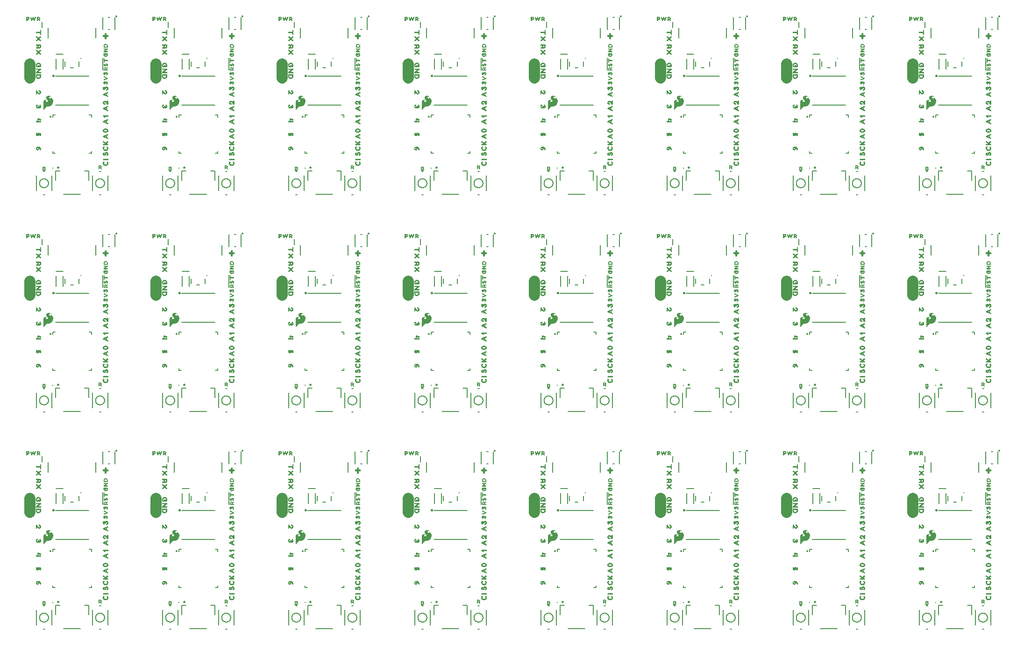
<source format=gto>
G04 EAGLE Gerber RS-274X export*
G75*
%MOMM*%
%FSLAX34Y34*%
%LPD*%
%INSilkscreen Top*%
%IPPOS*%
%AMOC8*
5,1,8,0,0,1.08239X$1,22.5*%
G01*
%ADD10C,2.032000*%
%ADD11C,0.203200*%
%ADD12C,0.254000*%
%ADD13C,0.127000*%
%ADD14C,0.152400*%
%ADD15C,0.254000*%
%ADD16C,0.323106*%
%ADD17C,0.300000*%

G36*
X266129Y945571D02*
X266129Y945571D01*
X266191Y945573D01*
X266213Y945586D01*
X266239Y945590D01*
X266310Y945638D01*
X266343Y945656D01*
X266349Y945664D01*
X266359Y945671D01*
X266859Y946171D01*
X266878Y946202D01*
X266916Y946244D01*
X267192Y946704D01*
X267659Y947171D01*
X267667Y947184D01*
X267682Y947197D01*
X268171Y947783D01*
X269359Y948971D01*
X269366Y948982D01*
X269379Y948993D01*
X270569Y950382D01*
X271526Y951338D01*
X272424Y951877D01*
X272921Y951960D01*
X274790Y951960D01*
X274816Y951966D01*
X274853Y951965D01*
X276053Y952165D01*
X276068Y952172D01*
X276090Y952173D01*
X277190Y952473D01*
X277207Y952482D01*
X277231Y952487D01*
X278231Y952887D01*
X278253Y952902D01*
X278286Y952914D01*
X279286Y953514D01*
X279306Y953534D01*
X279340Y953554D01*
X280140Y954254D01*
X280147Y954263D01*
X280159Y954271D01*
X280959Y955071D01*
X280970Y955089D01*
X280990Y955107D01*
X281690Y956007D01*
X281701Y956030D01*
X281722Y956055D01*
X282722Y957855D01*
X282733Y957891D01*
X282758Y957943D01*
X283258Y959843D01*
X283259Y959875D01*
X283270Y959918D01*
X283370Y961618D01*
X283363Y961654D01*
X283364Y961710D01*
X283064Y963310D01*
X283055Y963331D01*
X283051Y963360D01*
X282551Y964860D01*
X282532Y964891D01*
X282511Y964944D01*
X281811Y966044D01*
X281792Y966063D01*
X281774Y966093D01*
X281549Y966346D01*
X281211Y966726D01*
X280974Y966993D01*
X280942Y967015D01*
X280892Y967062D01*
X280092Y967562D01*
X280062Y967573D01*
X280042Y967587D01*
X280007Y967593D01*
X279962Y967613D01*
X279945Y967613D01*
X279928Y967618D01*
X279896Y967614D01*
X279890Y967614D01*
X279882Y967612D01*
X279859Y967609D01*
X279789Y967607D01*
X279774Y967598D01*
X279756Y967596D01*
X279726Y967576D01*
X279721Y967575D01*
X279707Y967563D01*
X279698Y967557D01*
X279637Y967524D01*
X279627Y967509D01*
X279612Y967499D01*
X279596Y967471D01*
X279588Y967465D01*
X279574Y967434D01*
X279537Y967382D01*
X279534Y967363D01*
X279526Y967349D01*
X279524Y967323D01*
X279517Y967306D01*
X279518Y967281D01*
X279510Y967240D01*
X279510Y966402D01*
X279438Y966186D01*
X279378Y966065D01*
X279185Y965872D01*
X279028Y965820D01*
X278837Y965820D01*
X278123Y965999D01*
X277781Y966170D01*
X277510Y966351D01*
X277140Y966628D01*
X276586Y967182D01*
X276243Y967696D01*
X276170Y967987D01*
X276170Y968478D01*
X276242Y968694D01*
X276320Y968849D01*
X276470Y969075D01*
X276791Y969315D01*
X277114Y969477D01*
X277565Y969567D01*
X277572Y969571D01*
X277582Y969571D01*
X277937Y969660D01*
X278400Y969660D01*
X278520Y969600D01*
X278535Y969596D01*
X278548Y969587D01*
X278682Y969561D01*
X278689Y969560D01*
X278690Y969560D01*
X278790Y969560D01*
X278815Y969566D01*
X278841Y969563D01*
X278899Y969585D01*
X278959Y969599D01*
X278979Y969616D01*
X279003Y969625D01*
X279045Y969670D01*
X279092Y969709D01*
X279103Y969733D01*
X279120Y969752D01*
X279138Y969811D01*
X279163Y969868D01*
X279162Y969893D01*
X279170Y969918D01*
X279159Y969979D01*
X279157Y970041D01*
X279144Y970063D01*
X279140Y970089D01*
X279092Y970160D01*
X279074Y970193D01*
X279066Y970199D01*
X279059Y970209D01*
X278959Y970309D01*
X278939Y970321D01*
X278918Y970344D01*
X278518Y970644D01*
X278492Y970656D01*
X278460Y970680D01*
X277060Y971380D01*
X277048Y971383D01*
X277039Y971389D01*
X277010Y971395D01*
X276973Y971411D01*
X276073Y971611D01*
X276039Y971611D01*
X275990Y971620D01*
X274990Y971620D01*
X274962Y971614D01*
X274922Y971614D01*
X273822Y971414D01*
X273787Y971399D01*
X273730Y971381D01*
X273715Y971377D01*
X273712Y971375D01*
X273708Y971374D01*
X272608Y970774D01*
X272588Y970756D01*
X272557Y970740D01*
X271657Y970040D01*
X271637Y970016D01*
X271568Y969942D01*
X271068Y969142D01*
X271056Y969108D01*
X271029Y969060D01*
X270729Y968160D01*
X270726Y968123D01*
X270710Y968040D01*
X270710Y967240D01*
X270717Y967207D01*
X270719Y967158D01*
X270919Y966258D01*
X270936Y966222D01*
X270958Y966155D01*
X271458Y965255D01*
X271480Y965231D01*
X271504Y965190D01*
X272204Y964390D01*
X272205Y964389D01*
X272206Y964387D01*
X273006Y963487D01*
X273014Y963482D01*
X273021Y963471D01*
X273663Y962829D01*
X273910Y962171D01*
X273910Y961602D01*
X273751Y961125D01*
X273430Y960724D01*
X272934Y960393D01*
X272243Y960220D01*
X271528Y960220D01*
X271099Y960306D01*
X270704Y960464D01*
X270186Y960982D01*
X270035Y961209D01*
X269970Y961402D01*
X269970Y961678D01*
X270022Y961835D01*
X270495Y962308D01*
X270710Y962379D01*
X270730Y962392D01*
X270760Y962400D01*
X271160Y962600D01*
X271189Y962624D01*
X271259Y962671D01*
X271359Y962771D01*
X271372Y962792D01*
X271391Y962808D01*
X271417Y962865D01*
X271450Y962918D01*
X271453Y962943D01*
X271463Y962966D01*
X271461Y963029D01*
X271467Y963091D01*
X271458Y963114D01*
X271457Y963139D01*
X271427Y963194D01*
X271405Y963253D01*
X271387Y963270D01*
X271375Y963292D01*
X271305Y963346D01*
X271278Y963370D01*
X271269Y963373D01*
X271260Y963380D01*
X270860Y963580D01*
X270845Y963584D01*
X270832Y963593D01*
X270698Y963619D01*
X270692Y963620D01*
X270691Y963620D01*
X270690Y963620D01*
X269490Y963620D01*
X269464Y963614D01*
X269428Y963615D01*
X268828Y963515D01*
X268822Y963513D01*
X268815Y963513D01*
X268315Y963413D01*
X268289Y963401D01*
X268249Y963393D01*
X267749Y963193D01*
X267718Y963171D01*
X267662Y963144D01*
X267262Y962844D01*
X267258Y962840D01*
X267252Y962837D01*
X266752Y962437D01*
X266735Y962414D01*
X266664Y962336D01*
X266064Y961336D01*
X266052Y961300D01*
X266024Y961244D01*
X265824Y960544D01*
X265823Y960519D01*
X265813Y960487D01*
X265713Y959687D01*
X265715Y959666D01*
X265710Y959640D01*
X265710Y945940D01*
X265716Y945915D01*
X265713Y945889D01*
X265735Y945832D01*
X265749Y945771D01*
X265766Y945751D01*
X265775Y945727D01*
X265820Y945685D01*
X265859Y945638D01*
X265883Y945627D01*
X265902Y945610D01*
X265961Y945592D01*
X266018Y945567D01*
X266043Y945568D01*
X266068Y945560D01*
X266129Y945571D01*
G37*
G36*
X1409129Y945571D02*
X1409129Y945571D01*
X1409191Y945573D01*
X1409213Y945586D01*
X1409239Y945590D01*
X1409310Y945638D01*
X1409343Y945656D01*
X1409349Y945664D01*
X1409359Y945671D01*
X1409859Y946171D01*
X1409878Y946202D01*
X1409916Y946244D01*
X1410192Y946704D01*
X1410659Y947171D01*
X1410667Y947184D01*
X1410682Y947197D01*
X1411171Y947783D01*
X1412359Y948971D01*
X1412366Y948982D01*
X1412379Y948993D01*
X1413569Y950382D01*
X1414526Y951338D01*
X1415424Y951877D01*
X1415921Y951960D01*
X1417790Y951960D01*
X1417816Y951966D01*
X1417853Y951965D01*
X1419053Y952165D01*
X1419068Y952172D01*
X1419090Y952173D01*
X1420190Y952473D01*
X1420207Y952482D01*
X1420231Y952487D01*
X1421231Y952887D01*
X1421253Y952902D01*
X1421286Y952914D01*
X1422286Y953514D01*
X1422306Y953534D01*
X1422340Y953554D01*
X1423140Y954254D01*
X1423147Y954263D01*
X1423159Y954271D01*
X1423959Y955071D01*
X1423970Y955089D01*
X1423990Y955107D01*
X1424690Y956007D01*
X1424701Y956030D01*
X1424722Y956055D01*
X1425722Y957855D01*
X1425733Y957891D01*
X1425758Y957943D01*
X1426258Y959843D01*
X1426259Y959875D01*
X1426270Y959918D01*
X1426370Y961618D01*
X1426363Y961654D01*
X1426364Y961710D01*
X1426064Y963310D01*
X1426055Y963331D01*
X1426051Y963360D01*
X1425551Y964860D01*
X1425532Y964891D01*
X1425511Y964944D01*
X1424811Y966044D01*
X1424792Y966063D01*
X1424774Y966093D01*
X1424549Y966346D01*
X1424211Y966726D01*
X1423974Y966993D01*
X1423942Y967015D01*
X1423892Y967062D01*
X1423092Y967562D01*
X1423062Y967573D01*
X1423042Y967587D01*
X1423007Y967593D01*
X1422962Y967613D01*
X1422945Y967613D01*
X1422928Y967618D01*
X1422896Y967614D01*
X1422890Y967614D01*
X1422882Y967612D01*
X1422859Y967609D01*
X1422789Y967607D01*
X1422774Y967598D01*
X1422756Y967596D01*
X1422726Y967576D01*
X1422721Y967575D01*
X1422707Y967563D01*
X1422698Y967557D01*
X1422637Y967524D01*
X1422627Y967509D01*
X1422612Y967499D01*
X1422596Y967471D01*
X1422588Y967465D01*
X1422574Y967434D01*
X1422537Y967382D01*
X1422534Y967363D01*
X1422526Y967349D01*
X1422524Y967323D01*
X1422517Y967306D01*
X1422518Y967281D01*
X1422510Y967240D01*
X1422510Y966402D01*
X1422438Y966186D01*
X1422378Y966065D01*
X1422185Y965872D01*
X1422028Y965820D01*
X1421837Y965820D01*
X1421123Y965999D01*
X1420781Y966170D01*
X1420510Y966351D01*
X1420140Y966628D01*
X1419586Y967182D01*
X1419243Y967696D01*
X1419170Y967987D01*
X1419170Y968478D01*
X1419242Y968694D01*
X1419320Y968849D01*
X1419470Y969075D01*
X1419791Y969315D01*
X1420114Y969477D01*
X1420565Y969567D01*
X1420572Y969571D01*
X1420582Y969571D01*
X1420937Y969660D01*
X1421400Y969660D01*
X1421520Y969600D01*
X1421535Y969596D01*
X1421548Y969587D01*
X1421682Y969561D01*
X1421689Y969560D01*
X1421690Y969560D01*
X1421790Y969560D01*
X1421815Y969566D01*
X1421841Y969563D01*
X1421899Y969585D01*
X1421959Y969599D01*
X1421979Y969616D01*
X1422003Y969625D01*
X1422045Y969670D01*
X1422092Y969709D01*
X1422103Y969733D01*
X1422120Y969752D01*
X1422138Y969811D01*
X1422163Y969868D01*
X1422162Y969893D01*
X1422170Y969918D01*
X1422159Y969979D01*
X1422157Y970041D01*
X1422144Y970063D01*
X1422140Y970089D01*
X1422092Y970160D01*
X1422074Y970193D01*
X1422066Y970199D01*
X1422059Y970209D01*
X1421959Y970309D01*
X1421939Y970321D01*
X1421918Y970344D01*
X1421518Y970644D01*
X1421492Y970656D01*
X1421460Y970680D01*
X1420060Y971380D01*
X1420048Y971383D01*
X1420039Y971389D01*
X1420010Y971395D01*
X1419973Y971411D01*
X1419073Y971611D01*
X1419039Y971611D01*
X1418990Y971620D01*
X1417990Y971620D01*
X1417962Y971614D01*
X1417922Y971614D01*
X1416822Y971414D01*
X1416787Y971399D01*
X1416730Y971381D01*
X1416715Y971377D01*
X1416712Y971375D01*
X1416708Y971374D01*
X1415608Y970774D01*
X1415588Y970756D01*
X1415557Y970740D01*
X1414657Y970040D01*
X1414637Y970016D01*
X1414568Y969942D01*
X1414068Y969142D01*
X1414056Y969108D01*
X1414029Y969060D01*
X1413729Y968160D01*
X1413726Y968123D01*
X1413710Y968040D01*
X1413710Y967240D01*
X1413717Y967207D01*
X1413719Y967158D01*
X1413919Y966258D01*
X1413936Y966222D01*
X1413958Y966155D01*
X1414458Y965255D01*
X1414480Y965231D01*
X1414504Y965190D01*
X1415204Y964390D01*
X1415205Y964389D01*
X1415206Y964387D01*
X1416006Y963487D01*
X1416014Y963482D01*
X1416021Y963471D01*
X1416663Y962829D01*
X1416910Y962171D01*
X1416910Y961602D01*
X1416751Y961125D01*
X1416430Y960724D01*
X1415934Y960393D01*
X1415243Y960220D01*
X1414528Y960220D01*
X1414099Y960306D01*
X1413704Y960464D01*
X1413186Y960982D01*
X1413035Y961209D01*
X1412970Y961402D01*
X1412970Y961678D01*
X1413022Y961835D01*
X1413495Y962308D01*
X1413710Y962379D01*
X1413730Y962392D01*
X1413760Y962400D01*
X1414160Y962600D01*
X1414189Y962624D01*
X1414259Y962671D01*
X1414359Y962771D01*
X1414372Y962792D01*
X1414391Y962808D01*
X1414417Y962865D01*
X1414450Y962918D01*
X1414453Y962943D01*
X1414463Y962966D01*
X1414461Y963029D01*
X1414467Y963091D01*
X1414458Y963114D01*
X1414457Y963139D01*
X1414427Y963194D01*
X1414405Y963253D01*
X1414387Y963270D01*
X1414375Y963292D01*
X1414305Y963346D01*
X1414278Y963370D01*
X1414269Y963373D01*
X1414260Y963380D01*
X1413860Y963580D01*
X1413845Y963584D01*
X1413832Y963593D01*
X1413698Y963619D01*
X1413692Y963620D01*
X1413691Y963620D01*
X1413690Y963620D01*
X1412490Y963620D01*
X1412464Y963614D01*
X1412428Y963615D01*
X1411828Y963515D01*
X1411822Y963513D01*
X1411815Y963513D01*
X1411315Y963413D01*
X1411289Y963401D01*
X1411249Y963393D01*
X1410749Y963193D01*
X1410718Y963171D01*
X1410662Y963144D01*
X1410262Y962844D01*
X1410258Y962840D01*
X1410252Y962837D01*
X1409752Y962437D01*
X1409735Y962414D01*
X1409664Y962336D01*
X1409064Y961336D01*
X1409052Y961300D01*
X1409024Y961244D01*
X1408824Y960544D01*
X1408823Y960519D01*
X1408813Y960487D01*
X1408713Y959687D01*
X1408715Y959666D01*
X1408710Y959640D01*
X1408710Y945940D01*
X1408716Y945915D01*
X1408713Y945889D01*
X1408735Y945832D01*
X1408749Y945771D01*
X1408766Y945751D01*
X1408775Y945727D01*
X1408820Y945685D01*
X1408859Y945638D01*
X1408883Y945627D01*
X1408902Y945610D01*
X1408961Y945592D01*
X1409018Y945567D01*
X1409043Y945568D01*
X1409068Y945560D01*
X1409129Y945571D01*
G37*
G36*
X1180529Y945571D02*
X1180529Y945571D01*
X1180591Y945573D01*
X1180613Y945586D01*
X1180639Y945590D01*
X1180710Y945638D01*
X1180743Y945656D01*
X1180749Y945664D01*
X1180759Y945671D01*
X1181259Y946171D01*
X1181278Y946202D01*
X1181316Y946244D01*
X1181592Y946704D01*
X1182059Y947171D01*
X1182067Y947184D01*
X1182082Y947197D01*
X1182571Y947783D01*
X1183759Y948971D01*
X1183766Y948982D01*
X1183779Y948993D01*
X1184969Y950382D01*
X1185926Y951338D01*
X1186824Y951877D01*
X1187321Y951960D01*
X1189190Y951960D01*
X1189216Y951966D01*
X1189253Y951965D01*
X1190453Y952165D01*
X1190468Y952172D01*
X1190490Y952173D01*
X1191590Y952473D01*
X1191607Y952482D01*
X1191631Y952487D01*
X1192631Y952887D01*
X1192653Y952902D01*
X1192686Y952914D01*
X1193686Y953514D01*
X1193706Y953534D01*
X1193740Y953554D01*
X1194540Y954254D01*
X1194547Y954263D01*
X1194559Y954271D01*
X1195359Y955071D01*
X1195370Y955089D01*
X1195390Y955107D01*
X1196090Y956007D01*
X1196101Y956030D01*
X1196122Y956055D01*
X1197122Y957855D01*
X1197133Y957891D01*
X1197158Y957943D01*
X1197658Y959843D01*
X1197659Y959875D01*
X1197670Y959918D01*
X1197770Y961618D01*
X1197763Y961654D01*
X1197764Y961710D01*
X1197464Y963310D01*
X1197455Y963331D01*
X1197451Y963360D01*
X1196951Y964860D01*
X1196932Y964891D01*
X1196911Y964944D01*
X1196211Y966044D01*
X1196192Y966063D01*
X1196174Y966093D01*
X1195949Y966346D01*
X1195611Y966726D01*
X1195374Y966993D01*
X1195342Y967015D01*
X1195292Y967062D01*
X1194492Y967562D01*
X1194462Y967573D01*
X1194442Y967587D01*
X1194407Y967593D01*
X1194362Y967613D01*
X1194345Y967613D01*
X1194328Y967618D01*
X1194296Y967614D01*
X1194290Y967614D01*
X1194282Y967612D01*
X1194259Y967609D01*
X1194189Y967607D01*
X1194174Y967598D01*
X1194156Y967596D01*
X1194126Y967576D01*
X1194121Y967575D01*
X1194107Y967563D01*
X1194098Y967557D01*
X1194037Y967524D01*
X1194027Y967509D01*
X1194012Y967499D01*
X1193996Y967471D01*
X1193988Y967465D01*
X1193974Y967434D01*
X1193937Y967382D01*
X1193934Y967363D01*
X1193926Y967349D01*
X1193924Y967323D01*
X1193917Y967306D01*
X1193918Y967281D01*
X1193910Y967240D01*
X1193910Y966402D01*
X1193838Y966186D01*
X1193778Y966065D01*
X1193585Y965872D01*
X1193428Y965820D01*
X1193237Y965820D01*
X1192523Y965999D01*
X1192181Y966170D01*
X1191910Y966351D01*
X1191540Y966628D01*
X1190986Y967182D01*
X1190643Y967696D01*
X1190570Y967987D01*
X1190570Y968478D01*
X1190642Y968694D01*
X1190720Y968849D01*
X1190870Y969075D01*
X1191191Y969315D01*
X1191514Y969477D01*
X1191965Y969567D01*
X1191972Y969571D01*
X1191982Y969571D01*
X1192337Y969660D01*
X1192800Y969660D01*
X1192920Y969600D01*
X1192935Y969596D01*
X1192948Y969587D01*
X1193082Y969561D01*
X1193089Y969560D01*
X1193090Y969560D01*
X1193190Y969560D01*
X1193215Y969566D01*
X1193241Y969563D01*
X1193299Y969585D01*
X1193359Y969599D01*
X1193379Y969616D01*
X1193403Y969625D01*
X1193445Y969670D01*
X1193492Y969709D01*
X1193503Y969733D01*
X1193520Y969752D01*
X1193538Y969811D01*
X1193563Y969868D01*
X1193562Y969893D01*
X1193570Y969918D01*
X1193559Y969979D01*
X1193557Y970041D01*
X1193544Y970063D01*
X1193540Y970089D01*
X1193492Y970160D01*
X1193474Y970193D01*
X1193466Y970199D01*
X1193459Y970209D01*
X1193359Y970309D01*
X1193339Y970321D01*
X1193318Y970344D01*
X1192918Y970644D01*
X1192892Y970656D01*
X1192860Y970680D01*
X1191460Y971380D01*
X1191448Y971383D01*
X1191439Y971389D01*
X1191410Y971395D01*
X1191373Y971411D01*
X1190473Y971611D01*
X1190439Y971611D01*
X1190390Y971620D01*
X1189390Y971620D01*
X1189362Y971614D01*
X1189322Y971614D01*
X1188222Y971414D01*
X1188187Y971399D01*
X1188130Y971381D01*
X1188115Y971377D01*
X1188112Y971375D01*
X1188108Y971374D01*
X1187008Y970774D01*
X1186988Y970756D01*
X1186957Y970740D01*
X1186057Y970040D01*
X1186037Y970016D01*
X1185968Y969942D01*
X1185468Y969142D01*
X1185456Y969108D01*
X1185429Y969060D01*
X1185129Y968160D01*
X1185126Y968123D01*
X1185110Y968040D01*
X1185110Y967240D01*
X1185117Y967207D01*
X1185119Y967158D01*
X1185319Y966258D01*
X1185336Y966222D01*
X1185358Y966155D01*
X1185858Y965255D01*
X1185880Y965231D01*
X1185904Y965190D01*
X1186604Y964390D01*
X1186605Y964389D01*
X1186606Y964387D01*
X1187406Y963487D01*
X1187414Y963482D01*
X1187421Y963471D01*
X1188063Y962829D01*
X1188310Y962171D01*
X1188310Y961602D01*
X1188151Y961125D01*
X1187830Y960724D01*
X1187334Y960393D01*
X1186643Y960220D01*
X1185928Y960220D01*
X1185499Y960306D01*
X1185104Y960464D01*
X1184586Y960982D01*
X1184435Y961209D01*
X1184370Y961402D01*
X1184370Y961678D01*
X1184422Y961835D01*
X1184895Y962308D01*
X1185110Y962379D01*
X1185130Y962392D01*
X1185160Y962400D01*
X1185560Y962600D01*
X1185589Y962624D01*
X1185659Y962671D01*
X1185759Y962771D01*
X1185772Y962792D01*
X1185791Y962808D01*
X1185817Y962865D01*
X1185850Y962918D01*
X1185853Y962943D01*
X1185863Y962966D01*
X1185861Y963029D01*
X1185867Y963091D01*
X1185858Y963114D01*
X1185857Y963139D01*
X1185827Y963194D01*
X1185805Y963253D01*
X1185787Y963270D01*
X1185775Y963292D01*
X1185705Y963346D01*
X1185678Y963370D01*
X1185669Y963373D01*
X1185660Y963380D01*
X1185260Y963580D01*
X1185245Y963584D01*
X1185232Y963593D01*
X1185098Y963619D01*
X1185092Y963620D01*
X1185091Y963620D01*
X1185090Y963620D01*
X1183890Y963620D01*
X1183864Y963614D01*
X1183828Y963615D01*
X1183228Y963515D01*
X1183222Y963513D01*
X1183215Y963513D01*
X1182715Y963413D01*
X1182689Y963401D01*
X1182649Y963393D01*
X1182149Y963193D01*
X1182118Y963171D01*
X1182062Y963144D01*
X1181662Y962844D01*
X1181658Y962840D01*
X1181652Y962837D01*
X1181152Y962437D01*
X1181135Y962414D01*
X1181064Y962336D01*
X1180464Y961336D01*
X1180452Y961300D01*
X1180424Y961244D01*
X1180224Y960544D01*
X1180223Y960519D01*
X1180213Y960487D01*
X1180113Y959687D01*
X1180115Y959666D01*
X1180110Y959640D01*
X1180110Y945940D01*
X1180116Y945915D01*
X1180113Y945889D01*
X1180135Y945832D01*
X1180149Y945771D01*
X1180166Y945751D01*
X1180175Y945727D01*
X1180220Y945685D01*
X1180259Y945638D01*
X1180283Y945627D01*
X1180302Y945610D01*
X1180361Y945592D01*
X1180418Y945567D01*
X1180443Y945568D01*
X1180468Y945560D01*
X1180529Y945571D01*
G37*
G36*
X723329Y945571D02*
X723329Y945571D01*
X723391Y945573D01*
X723413Y945586D01*
X723439Y945590D01*
X723510Y945638D01*
X723543Y945656D01*
X723549Y945664D01*
X723559Y945671D01*
X724059Y946171D01*
X724078Y946202D01*
X724116Y946244D01*
X724392Y946704D01*
X724859Y947171D01*
X724867Y947184D01*
X724882Y947197D01*
X725371Y947783D01*
X726559Y948971D01*
X726566Y948982D01*
X726579Y948993D01*
X727769Y950382D01*
X728726Y951338D01*
X729624Y951877D01*
X730121Y951960D01*
X731990Y951960D01*
X732016Y951966D01*
X732053Y951965D01*
X733253Y952165D01*
X733268Y952172D01*
X733290Y952173D01*
X734390Y952473D01*
X734407Y952482D01*
X734431Y952487D01*
X735431Y952887D01*
X735453Y952902D01*
X735486Y952914D01*
X736486Y953514D01*
X736506Y953534D01*
X736540Y953554D01*
X737340Y954254D01*
X737347Y954263D01*
X737359Y954271D01*
X738159Y955071D01*
X738170Y955089D01*
X738190Y955107D01*
X738890Y956007D01*
X738901Y956030D01*
X738922Y956055D01*
X739922Y957855D01*
X739933Y957891D01*
X739958Y957943D01*
X740458Y959843D01*
X740459Y959875D01*
X740470Y959918D01*
X740570Y961618D01*
X740563Y961654D01*
X740564Y961710D01*
X740264Y963310D01*
X740255Y963331D01*
X740251Y963360D01*
X739751Y964860D01*
X739732Y964891D01*
X739711Y964944D01*
X739011Y966044D01*
X738992Y966063D01*
X738974Y966093D01*
X738749Y966346D01*
X738411Y966726D01*
X738174Y966993D01*
X738142Y967015D01*
X738092Y967062D01*
X737292Y967562D01*
X737262Y967573D01*
X737242Y967587D01*
X737207Y967593D01*
X737162Y967613D01*
X737145Y967613D01*
X737128Y967618D01*
X737096Y967614D01*
X737090Y967614D01*
X737082Y967612D01*
X737059Y967609D01*
X736989Y967607D01*
X736974Y967598D01*
X736956Y967596D01*
X736926Y967576D01*
X736921Y967575D01*
X736907Y967563D01*
X736898Y967557D01*
X736837Y967524D01*
X736827Y967509D01*
X736812Y967499D01*
X736796Y967471D01*
X736788Y967465D01*
X736774Y967434D01*
X736737Y967382D01*
X736734Y967363D01*
X736726Y967349D01*
X736724Y967323D01*
X736717Y967306D01*
X736718Y967281D01*
X736710Y967240D01*
X736710Y966402D01*
X736638Y966186D01*
X736578Y966065D01*
X736385Y965872D01*
X736228Y965820D01*
X736037Y965820D01*
X735323Y965999D01*
X734981Y966170D01*
X734710Y966351D01*
X734340Y966628D01*
X733786Y967182D01*
X733443Y967696D01*
X733370Y967987D01*
X733370Y968478D01*
X733442Y968694D01*
X733520Y968849D01*
X733670Y969075D01*
X733991Y969315D01*
X734314Y969477D01*
X734765Y969567D01*
X734772Y969571D01*
X734782Y969571D01*
X735137Y969660D01*
X735600Y969660D01*
X735720Y969600D01*
X735735Y969596D01*
X735748Y969587D01*
X735882Y969561D01*
X735889Y969560D01*
X735890Y969560D01*
X735990Y969560D01*
X736015Y969566D01*
X736041Y969563D01*
X736099Y969585D01*
X736159Y969599D01*
X736179Y969616D01*
X736203Y969625D01*
X736245Y969670D01*
X736292Y969709D01*
X736303Y969733D01*
X736320Y969752D01*
X736338Y969811D01*
X736363Y969868D01*
X736362Y969893D01*
X736370Y969918D01*
X736359Y969979D01*
X736357Y970041D01*
X736344Y970063D01*
X736340Y970089D01*
X736292Y970160D01*
X736274Y970193D01*
X736266Y970199D01*
X736259Y970209D01*
X736159Y970309D01*
X736139Y970321D01*
X736118Y970344D01*
X735718Y970644D01*
X735692Y970656D01*
X735660Y970680D01*
X734260Y971380D01*
X734248Y971383D01*
X734239Y971389D01*
X734210Y971395D01*
X734173Y971411D01*
X733273Y971611D01*
X733239Y971611D01*
X733190Y971620D01*
X732190Y971620D01*
X732162Y971614D01*
X732122Y971614D01*
X731022Y971414D01*
X730987Y971399D01*
X730930Y971381D01*
X730915Y971377D01*
X730912Y971375D01*
X730908Y971374D01*
X729808Y970774D01*
X729788Y970756D01*
X729757Y970740D01*
X728857Y970040D01*
X728837Y970016D01*
X728768Y969942D01*
X728268Y969142D01*
X728256Y969108D01*
X728229Y969060D01*
X727929Y968160D01*
X727926Y968123D01*
X727910Y968040D01*
X727910Y967240D01*
X727917Y967207D01*
X727919Y967158D01*
X728119Y966258D01*
X728136Y966222D01*
X728158Y966155D01*
X728658Y965255D01*
X728680Y965231D01*
X728704Y965190D01*
X729404Y964390D01*
X729405Y964389D01*
X729406Y964387D01*
X730206Y963487D01*
X730214Y963482D01*
X730221Y963471D01*
X730863Y962829D01*
X731110Y962171D01*
X731110Y961602D01*
X730951Y961125D01*
X730630Y960724D01*
X730134Y960393D01*
X729443Y960220D01*
X728728Y960220D01*
X728299Y960306D01*
X727904Y960464D01*
X727386Y960982D01*
X727235Y961209D01*
X727170Y961402D01*
X727170Y961678D01*
X727222Y961835D01*
X727695Y962308D01*
X727910Y962379D01*
X727930Y962392D01*
X727960Y962400D01*
X728360Y962600D01*
X728389Y962624D01*
X728459Y962671D01*
X728559Y962771D01*
X728572Y962792D01*
X728591Y962808D01*
X728617Y962865D01*
X728650Y962918D01*
X728653Y962943D01*
X728663Y962966D01*
X728661Y963029D01*
X728667Y963091D01*
X728658Y963114D01*
X728657Y963139D01*
X728627Y963194D01*
X728605Y963253D01*
X728587Y963270D01*
X728575Y963292D01*
X728505Y963346D01*
X728478Y963370D01*
X728469Y963373D01*
X728460Y963380D01*
X728060Y963580D01*
X728045Y963584D01*
X728032Y963593D01*
X727898Y963619D01*
X727892Y963620D01*
X727891Y963620D01*
X727890Y963620D01*
X726690Y963620D01*
X726664Y963614D01*
X726628Y963615D01*
X726028Y963515D01*
X726022Y963513D01*
X726015Y963513D01*
X725515Y963413D01*
X725489Y963401D01*
X725449Y963393D01*
X724949Y963193D01*
X724918Y963171D01*
X724862Y963144D01*
X724462Y962844D01*
X724458Y962840D01*
X724452Y962837D01*
X723952Y962437D01*
X723935Y962414D01*
X723864Y962336D01*
X723264Y961336D01*
X723252Y961300D01*
X723224Y961244D01*
X723024Y960544D01*
X723023Y960519D01*
X723013Y960487D01*
X722913Y959687D01*
X722915Y959666D01*
X722910Y959640D01*
X722910Y945940D01*
X722916Y945915D01*
X722913Y945889D01*
X722935Y945832D01*
X722949Y945771D01*
X722966Y945751D01*
X722975Y945727D01*
X723020Y945685D01*
X723059Y945638D01*
X723083Y945627D01*
X723102Y945610D01*
X723161Y945592D01*
X723218Y945567D01*
X723243Y945568D01*
X723268Y945560D01*
X723329Y945571D01*
G37*
G36*
X951929Y945571D02*
X951929Y945571D01*
X951991Y945573D01*
X952013Y945586D01*
X952039Y945590D01*
X952110Y945638D01*
X952143Y945656D01*
X952149Y945664D01*
X952159Y945671D01*
X952659Y946171D01*
X952678Y946202D01*
X952716Y946244D01*
X952992Y946704D01*
X953459Y947171D01*
X953467Y947184D01*
X953482Y947197D01*
X953971Y947783D01*
X955159Y948971D01*
X955166Y948982D01*
X955179Y948993D01*
X956369Y950382D01*
X957326Y951338D01*
X958224Y951877D01*
X958721Y951960D01*
X960590Y951960D01*
X960616Y951966D01*
X960653Y951965D01*
X961853Y952165D01*
X961868Y952172D01*
X961890Y952173D01*
X962990Y952473D01*
X963007Y952482D01*
X963031Y952487D01*
X964031Y952887D01*
X964053Y952902D01*
X964086Y952914D01*
X965086Y953514D01*
X965106Y953534D01*
X965140Y953554D01*
X965940Y954254D01*
X965947Y954263D01*
X965959Y954271D01*
X966759Y955071D01*
X966770Y955089D01*
X966790Y955107D01*
X967490Y956007D01*
X967501Y956030D01*
X967522Y956055D01*
X968522Y957855D01*
X968533Y957891D01*
X968558Y957943D01*
X969058Y959843D01*
X969059Y959875D01*
X969070Y959918D01*
X969170Y961618D01*
X969163Y961654D01*
X969164Y961710D01*
X968864Y963310D01*
X968855Y963331D01*
X968851Y963360D01*
X968351Y964860D01*
X968332Y964891D01*
X968311Y964944D01*
X967611Y966044D01*
X967592Y966063D01*
X967574Y966093D01*
X967349Y966346D01*
X967011Y966726D01*
X966774Y966993D01*
X966742Y967015D01*
X966692Y967062D01*
X965892Y967562D01*
X965862Y967573D01*
X965842Y967587D01*
X965807Y967593D01*
X965762Y967613D01*
X965745Y967613D01*
X965728Y967618D01*
X965696Y967614D01*
X965690Y967614D01*
X965682Y967612D01*
X965659Y967609D01*
X965589Y967607D01*
X965574Y967598D01*
X965556Y967596D01*
X965526Y967576D01*
X965521Y967575D01*
X965507Y967563D01*
X965498Y967557D01*
X965437Y967524D01*
X965427Y967509D01*
X965412Y967499D01*
X965396Y967471D01*
X965388Y967465D01*
X965374Y967434D01*
X965337Y967382D01*
X965334Y967363D01*
X965326Y967349D01*
X965324Y967323D01*
X965317Y967306D01*
X965318Y967281D01*
X965310Y967240D01*
X965310Y966402D01*
X965238Y966186D01*
X965178Y966065D01*
X964985Y965872D01*
X964828Y965820D01*
X964637Y965820D01*
X963923Y965999D01*
X963581Y966170D01*
X963310Y966351D01*
X962940Y966628D01*
X962386Y967182D01*
X962043Y967696D01*
X961970Y967987D01*
X961970Y968478D01*
X962042Y968694D01*
X962120Y968849D01*
X962270Y969075D01*
X962591Y969315D01*
X962914Y969477D01*
X963365Y969567D01*
X963372Y969571D01*
X963382Y969571D01*
X963737Y969660D01*
X964200Y969660D01*
X964320Y969600D01*
X964335Y969596D01*
X964348Y969587D01*
X964482Y969561D01*
X964489Y969560D01*
X964490Y969560D01*
X964590Y969560D01*
X964615Y969566D01*
X964641Y969563D01*
X964699Y969585D01*
X964759Y969599D01*
X964779Y969616D01*
X964803Y969625D01*
X964845Y969670D01*
X964892Y969709D01*
X964903Y969733D01*
X964920Y969752D01*
X964938Y969811D01*
X964963Y969868D01*
X964962Y969893D01*
X964970Y969918D01*
X964959Y969979D01*
X964957Y970041D01*
X964944Y970063D01*
X964940Y970089D01*
X964892Y970160D01*
X964874Y970193D01*
X964866Y970199D01*
X964859Y970209D01*
X964759Y970309D01*
X964739Y970321D01*
X964718Y970344D01*
X964318Y970644D01*
X964292Y970656D01*
X964260Y970680D01*
X962860Y971380D01*
X962848Y971383D01*
X962839Y971389D01*
X962810Y971395D01*
X962773Y971411D01*
X961873Y971611D01*
X961839Y971611D01*
X961790Y971620D01*
X960790Y971620D01*
X960762Y971614D01*
X960722Y971614D01*
X959622Y971414D01*
X959587Y971399D01*
X959530Y971381D01*
X959515Y971377D01*
X959512Y971375D01*
X959508Y971374D01*
X958408Y970774D01*
X958388Y970756D01*
X958357Y970740D01*
X957457Y970040D01*
X957437Y970016D01*
X957368Y969942D01*
X956868Y969142D01*
X956856Y969108D01*
X956829Y969060D01*
X956529Y968160D01*
X956526Y968123D01*
X956510Y968040D01*
X956510Y967240D01*
X956517Y967207D01*
X956519Y967158D01*
X956719Y966258D01*
X956736Y966222D01*
X956758Y966155D01*
X957258Y965255D01*
X957280Y965231D01*
X957304Y965190D01*
X958004Y964390D01*
X958005Y964389D01*
X958006Y964387D01*
X958806Y963487D01*
X958814Y963482D01*
X958821Y963471D01*
X959463Y962829D01*
X959710Y962171D01*
X959710Y961602D01*
X959551Y961125D01*
X959230Y960724D01*
X958734Y960393D01*
X958043Y960220D01*
X957328Y960220D01*
X956899Y960306D01*
X956504Y960464D01*
X955986Y960982D01*
X955835Y961209D01*
X955770Y961402D01*
X955770Y961678D01*
X955822Y961835D01*
X956295Y962308D01*
X956510Y962379D01*
X956530Y962392D01*
X956560Y962400D01*
X956960Y962600D01*
X956989Y962624D01*
X957059Y962671D01*
X957159Y962771D01*
X957172Y962792D01*
X957191Y962808D01*
X957217Y962865D01*
X957250Y962918D01*
X957253Y962943D01*
X957263Y962966D01*
X957261Y963029D01*
X957267Y963091D01*
X957258Y963114D01*
X957257Y963139D01*
X957227Y963194D01*
X957205Y963253D01*
X957187Y963270D01*
X957175Y963292D01*
X957105Y963346D01*
X957078Y963370D01*
X957069Y963373D01*
X957060Y963380D01*
X956660Y963580D01*
X956645Y963584D01*
X956632Y963593D01*
X956498Y963619D01*
X956492Y963620D01*
X956491Y963620D01*
X956490Y963620D01*
X955290Y963620D01*
X955264Y963614D01*
X955228Y963615D01*
X954628Y963515D01*
X954622Y963513D01*
X954615Y963513D01*
X954115Y963413D01*
X954089Y963401D01*
X954049Y963393D01*
X953549Y963193D01*
X953518Y963171D01*
X953462Y963144D01*
X953062Y962844D01*
X953058Y962840D01*
X953052Y962837D01*
X952552Y962437D01*
X952535Y962414D01*
X952464Y962336D01*
X951864Y961336D01*
X951852Y961300D01*
X951824Y961244D01*
X951624Y960544D01*
X951623Y960519D01*
X951613Y960487D01*
X951513Y959687D01*
X951515Y959666D01*
X951510Y959640D01*
X951510Y945940D01*
X951516Y945915D01*
X951513Y945889D01*
X951535Y945832D01*
X951549Y945771D01*
X951566Y945751D01*
X951575Y945727D01*
X951620Y945685D01*
X951659Y945638D01*
X951683Y945627D01*
X951702Y945610D01*
X951761Y945592D01*
X951818Y945567D01*
X951843Y945568D01*
X951868Y945560D01*
X951929Y945571D01*
G37*
G36*
X37529Y945571D02*
X37529Y945571D01*
X37591Y945573D01*
X37613Y945586D01*
X37639Y945590D01*
X37710Y945638D01*
X37743Y945656D01*
X37749Y945664D01*
X37759Y945671D01*
X38259Y946171D01*
X38278Y946202D01*
X38316Y946244D01*
X38592Y946704D01*
X39059Y947171D01*
X39067Y947184D01*
X39082Y947197D01*
X39571Y947783D01*
X40759Y948971D01*
X40766Y948982D01*
X40779Y948993D01*
X41969Y950382D01*
X42926Y951338D01*
X43824Y951877D01*
X44321Y951960D01*
X46190Y951960D01*
X46216Y951966D01*
X46253Y951965D01*
X47453Y952165D01*
X47468Y952172D01*
X47490Y952173D01*
X48590Y952473D01*
X48607Y952482D01*
X48631Y952487D01*
X49631Y952887D01*
X49653Y952902D01*
X49686Y952914D01*
X50686Y953514D01*
X50706Y953534D01*
X50740Y953554D01*
X51540Y954254D01*
X51547Y954263D01*
X51559Y954271D01*
X52359Y955071D01*
X52370Y955089D01*
X52390Y955107D01*
X53090Y956007D01*
X53101Y956030D01*
X53122Y956055D01*
X54122Y957855D01*
X54133Y957891D01*
X54158Y957943D01*
X54658Y959843D01*
X54659Y959875D01*
X54670Y959918D01*
X54770Y961618D01*
X54763Y961654D01*
X54764Y961710D01*
X54464Y963310D01*
X54455Y963331D01*
X54451Y963360D01*
X53951Y964860D01*
X53932Y964891D01*
X53911Y964944D01*
X53211Y966044D01*
X53192Y966063D01*
X53174Y966093D01*
X52949Y966346D01*
X52611Y966726D01*
X52374Y966993D01*
X52342Y967015D01*
X52292Y967062D01*
X51492Y967562D01*
X51462Y967573D01*
X51442Y967587D01*
X51407Y967593D01*
X51362Y967613D01*
X51345Y967613D01*
X51328Y967618D01*
X51296Y967614D01*
X51290Y967614D01*
X51282Y967612D01*
X51259Y967609D01*
X51189Y967607D01*
X51174Y967598D01*
X51156Y967596D01*
X51126Y967576D01*
X51121Y967575D01*
X51107Y967563D01*
X51098Y967557D01*
X51037Y967524D01*
X51027Y967509D01*
X51012Y967499D01*
X50996Y967471D01*
X50988Y967465D01*
X50974Y967434D01*
X50937Y967382D01*
X50934Y967363D01*
X50926Y967349D01*
X50924Y967323D01*
X50917Y967306D01*
X50918Y967281D01*
X50910Y967240D01*
X50910Y966402D01*
X50838Y966186D01*
X50778Y966065D01*
X50585Y965872D01*
X50428Y965820D01*
X50237Y965820D01*
X49523Y965999D01*
X49181Y966170D01*
X48910Y966351D01*
X48540Y966628D01*
X47986Y967182D01*
X47643Y967696D01*
X47570Y967987D01*
X47570Y968478D01*
X47642Y968694D01*
X47720Y968849D01*
X47870Y969075D01*
X48191Y969315D01*
X48514Y969477D01*
X48965Y969567D01*
X48972Y969571D01*
X48982Y969571D01*
X49337Y969660D01*
X49800Y969660D01*
X49920Y969600D01*
X49935Y969596D01*
X49948Y969587D01*
X50082Y969561D01*
X50089Y969560D01*
X50090Y969560D01*
X50190Y969560D01*
X50215Y969566D01*
X50241Y969563D01*
X50299Y969585D01*
X50359Y969599D01*
X50379Y969616D01*
X50403Y969625D01*
X50445Y969670D01*
X50492Y969709D01*
X50503Y969733D01*
X50520Y969752D01*
X50538Y969811D01*
X50563Y969868D01*
X50562Y969893D01*
X50570Y969918D01*
X50559Y969979D01*
X50557Y970041D01*
X50544Y970063D01*
X50540Y970089D01*
X50492Y970160D01*
X50474Y970193D01*
X50466Y970199D01*
X50459Y970209D01*
X50359Y970309D01*
X50339Y970321D01*
X50318Y970344D01*
X49918Y970644D01*
X49892Y970656D01*
X49860Y970680D01*
X48460Y971380D01*
X48448Y971383D01*
X48439Y971389D01*
X48410Y971395D01*
X48373Y971411D01*
X47473Y971611D01*
X47439Y971611D01*
X47390Y971620D01*
X46390Y971620D01*
X46362Y971614D01*
X46322Y971614D01*
X45222Y971414D01*
X45187Y971399D01*
X45130Y971381D01*
X45115Y971377D01*
X45112Y971375D01*
X45108Y971374D01*
X44008Y970774D01*
X43988Y970756D01*
X43957Y970740D01*
X43057Y970040D01*
X43037Y970016D01*
X42968Y969942D01*
X42468Y969142D01*
X42456Y969108D01*
X42429Y969060D01*
X42129Y968160D01*
X42126Y968123D01*
X42110Y968040D01*
X42110Y967240D01*
X42117Y967207D01*
X42119Y967158D01*
X42319Y966258D01*
X42336Y966222D01*
X42358Y966155D01*
X42858Y965255D01*
X42880Y965231D01*
X42904Y965190D01*
X43604Y964390D01*
X43605Y964389D01*
X43606Y964387D01*
X44406Y963487D01*
X44414Y963482D01*
X44421Y963471D01*
X45063Y962829D01*
X45310Y962171D01*
X45310Y961602D01*
X45151Y961125D01*
X44830Y960724D01*
X44334Y960393D01*
X43643Y960220D01*
X42928Y960220D01*
X42499Y960306D01*
X42104Y960464D01*
X41586Y960982D01*
X41435Y961209D01*
X41370Y961402D01*
X41370Y961678D01*
X41422Y961835D01*
X41895Y962308D01*
X42110Y962379D01*
X42130Y962392D01*
X42160Y962400D01*
X42560Y962600D01*
X42589Y962624D01*
X42659Y962671D01*
X42759Y962771D01*
X42772Y962792D01*
X42791Y962808D01*
X42817Y962865D01*
X42850Y962918D01*
X42853Y962943D01*
X42863Y962966D01*
X42861Y963029D01*
X42867Y963091D01*
X42858Y963114D01*
X42857Y963139D01*
X42827Y963194D01*
X42805Y963253D01*
X42787Y963270D01*
X42775Y963292D01*
X42705Y963346D01*
X42678Y963370D01*
X42669Y963373D01*
X42660Y963380D01*
X42260Y963580D01*
X42245Y963584D01*
X42232Y963593D01*
X42098Y963619D01*
X42092Y963620D01*
X42091Y963620D01*
X42090Y963620D01*
X40890Y963620D01*
X40864Y963614D01*
X40828Y963615D01*
X40228Y963515D01*
X40222Y963513D01*
X40215Y963513D01*
X39715Y963413D01*
X39689Y963401D01*
X39649Y963393D01*
X39149Y963193D01*
X39118Y963171D01*
X39062Y963144D01*
X38662Y962844D01*
X38658Y962840D01*
X38652Y962837D01*
X38152Y962437D01*
X38135Y962414D01*
X38064Y962336D01*
X37464Y961336D01*
X37452Y961300D01*
X37424Y961244D01*
X37224Y960544D01*
X37223Y960519D01*
X37213Y960487D01*
X37113Y959687D01*
X37115Y959666D01*
X37110Y959640D01*
X37110Y945940D01*
X37116Y945915D01*
X37113Y945889D01*
X37135Y945832D01*
X37149Y945771D01*
X37166Y945751D01*
X37175Y945727D01*
X37220Y945685D01*
X37259Y945638D01*
X37283Y945627D01*
X37302Y945610D01*
X37361Y945592D01*
X37418Y945567D01*
X37443Y945568D01*
X37468Y945560D01*
X37529Y945571D01*
G37*
G36*
X1637729Y945571D02*
X1637729Y945571D01*
X1637791Y945573D01*
X1637813Y945586D01*
X1637839Y945590D01*
X1637910Y945638D01*
X1637943Y945656D01*
X1637949Y945664D01*
X1637959Y945671D01*
X1638459Y946171D01*
X1638478Y946202D01*
X1638516Y946244D01*
X1638792Y946704D01*
X1639259Y947171D01*
X1639267Y947184D01*
X1639282Y947197D01*
X1639771Y947783D01*
X1640959Y948971D01*
X1640966Y948982D01*
X1640979Y948993D01*
X1642169Y950382D01*
X1643126Y951338D01*
X1644024Y951877D01*
X1644521Y951960D01*
X1646390Y951960D01*
X1646416Y951966D01*
X1646453Y951965D01*
X1647653Y952165D01*
X1647668Y952172D01*
X1647690Y952173D01*
X1648790Y952473D01*
X1648807Y952482D01*
X1648831Y952487D01*
X1649831Y952887D01*
X1649853Y952902D01*
X1649886Y952914D01*
X1650886Y953514D01*
X1650906Y953534D01*
X1650940Y953554D01*
X1651740Y954254D01*
X1651747Y954263D01*
X1651759Y954271D01*
X1652559Y955071D01*
X1652570Y955089D01*
X1652590Y955107D01*
X1653290Y956007D01*
X1653301Y956030D01*
X1653322Y956055D01*
X1654322Y957855D01*
X1654333Y957891D01*
X1654358Y957943D01*
X1654858Y959843D01*
X1654859Y959875D01*
X1654870Y959918D01*
X1654970Y961618D01*
X1654963Y961654D01*
X1654964Y961710D01*
X1654664Y963310D01*
X1654655Y963331D01*
X1654651Y963360D01*
X1654151Y964860D01*
X1654132Y964891D01*
X1654111Y964944D01*
X1653411Y966044D01*
X1653392Y966063D01*
X1653374Y966093D01*
X1653149Y966346D01*
X1652811Y966726D01*
X1652574Y966993D01*
X1652542Y967015D01*
X1652492Y967062D01*
X1651692Y967562D01*
X1651662Y967573D01*
X1651642Y967587D01*
X1651607Y967593D01*
X1651562Y967613D01*
X1651545Y967613D01*
X1651528Y967618D01*
X1651496Y967614D01*
X1651490Y967614D01*
X1651482Y967612D01*
X1651459Y967609D01*
X1651389Y967607D01*
X1651374Y967598D01*
X1651356Y967596D01*
X1651326Y967576D01*
X1651321Y967575D01*
X1651307Y967563D01*
X1651298Y967557D01*
X1651237Y967524D01*
X1651227Y967509D01*
X1651212Y967499D01*
X1651196Y967471D01*
X1651188Y967465D01*
X1651174Y967434D01*
X1651137Y967382D01*
X1651134Y967363D01*
X1651126Y967349D01*
X1651124Y967323D01*
X1651117Y967306D01*
X1651118Y967281D01*
X1651110Y967240D01*
X1651110Y966402D01*
X1651038Y966186D01*
X1650978Y966065D01*
X1650785Y965872D01*
X1650628Y965820D01*
X1650437Y965820D01*
X1649723Y965999D01*
X1649381Y966170D01*
X1649110Y966351D01*
X1648740Y966628D01*
X1648186Y967182D01*
X1647843Y967696D01*
X1647770Y967987D01*
X1647770Y968478D01*
X1647842Y968694D01*
X1647920Y968849D01*
X1648070Y969075D01*
X1648391Y969315D01*
X1648714Y969477D01*
X1649165Y969567D01*
X1649172Y969571D01*
X1649182Y969571D01*
X1649537Y969660D01*
X1650000Y969660D01*
X1650120Y969600D01*
X1650135Y969596D01*
X1650148Y969587D01*
X1650282Y969561D01*
X1650289Y969560D01*
X1650290Y969560D01*
X1650390Y969560D01*
X1650415Y969566D01*
X1650441Y969563D01*
X1650499Y969585D01*
X1650559Y969599D01*
X1650579Y969616D01*
X1650603Y969625D01*
X1650645Y969670D01*
X1650692Y969709D01*
X1650703Y969733D01*
X1650720Y969752D01*
X1650738Y969811D01*
X1650763Y969868D01*
X1650762Y969893D01*
X1650770Y969918D01*
X1650759Y969979D01*
X1650757Y970041D01*
X1650744Y970063D01*
X1650740Y970089D01*
X1650692Y970160D01*
X1650674Y970193D01*
X1650666Y970199D01*
X1650659Y970209D01*
X1650559Y970309D01*
X1650539Y970321D01*
X1650518Y970344D01*
X1650118Y970644D01*
X1650092Y970656D01*
X1650060Y970680D01*
X1648660Y971380D01*
X1648648Y971383D01*
X1648639Y971389D01*
X1648610Y971395D01*
X1648573Y971411D01*
X1647673Y971611D01*
X1647639Y971611D01*
X1647590Y971620D01*
X1646590Y971620D01*
X1646562Y971614D01*
X1646522Y971614D01*
X1645422Y971414D01*
X1645387Y971399D01*
X1645330Y971381D01*
X1645315Y971377D01*
X1645312Y971375D01*
X1645308Y971374D01*
X1644208Y970774D01*
X1644188Y970756D01*
X1644157Y970740D01*
X1643257Y970040D01*
X1643237Y970016D01*
X1643168Y969942D01*
X1642668Y969142D01*
X1642656Y969108D01*
X1642629Y969060D01*
X1642329Y968160D01*
X1642326Y968123D01*
X1642310Y968040D01*
X1642310Y967240D01*
X1642317Y967207D01*
X1642319Y967158D01*
X1642519Y966258D01*
X1642536Y966222D01*
X1642558Y966155D01*
X1643058Y965255D01*
X1643080Y965231D01*
X1643104Y965190D01*
X1643804Y964390D01*
X1643805Y964389D01*
X1643806Y964387D01*
X1644606Y963487D01*
X1644614Y963482D01*
X1644621Y963471D01*
X1645263Y962829D01*
X1645510Y962171D01*
X1645510Y961602D01*
X1645351Y961125D01*
X1645030Y960724D01*
X1644534Y960393D01*
X1643843Y960220D01*
X1643128Y960220D01*
X1642699Y960306D01*
X1642304Y960464D01*
X1641786Y960982D01*
X1641635Y961209D01*
X1641570Y961402D01*
X1641570Y961678D01*
X1641622Y961835D01*
X1642095Y962308D01*
X1642310Y962379D01*
X1642330Y962392D01*
X1642360Y962400D01*
X1642760Y962600D01*
X1642789Y962624D01*
X1642859Y962671D01*
X1642959Y962771D01*
X1642972Y962792D01*
X1642991Y962808D01*
X1643017Y962865D01*
X1643050Y962918D01*
X1643053Y962943D01*
X1643063Y962966D01*
X1643061Y963029D01*
X1643067Y963091D01*
X1643058Y963114D01*
X1643057Y963139D01*
X1643027Y963194D01*
X1643005Y963253D01*
X1642987Y963270D01*
X1642975Y963292D01*
X1642905Y963346D01*
X1642878Y963370D01*
X1642869Y963373D01*
X1642860Y963380D01*
X1642460Y963580D01*
X1642445Y963584D01*
X1642432Y963593D01*
X1642298Y963619D01*
X1642292Y963620D01*
X1642291Y963620D01*
X1642290Y963620D01*
X1641090Y963620D01*
X1641064Y963614D01*
X1641028Y963615D01*
X1640428Y963515D01*
X1640422Y963513D01*
X1640415Y963513D01*
X1639915Y963413D01*
X1639889Y963401D01*
X1639849Y963393D01*
X1639349Y963193D01*
X1639318Y963171D01*
X1639262Y963144D01*
X1638862Y962844D01*
X1638858Y962840D01*
X1638852Y962837D01*
X1638352Y962437D01*
X1638335Y962414D01*
X1638264Y962336D01*
X1637664Y961336D01*
X1637652Y961300D01*
X1637624Y961244D01*
X1637424Y960544D01*
X1637423Y960519D01*
X1637413Y960487D01*
X1637313Y959687D01*
X1637315Y959666D01*
X1637310Y959640D01*
X1637310Y945940D01*
X1637316Y945915D01*
X1637313Y945889D01*
X1637335Y945832D01*
X1637349Y945771D01*
X1637366Y945751D01*
X1637375Y945727D01*
X1637420Y945685D01*
X1637459Y945638D01*
X1637483Y945627D01*
X1637502Y945610D01*
X1637561Y945592D01*
X1637618Y945567D01*
X1637643Y945568D01*
X1637668Y945560D01*
X1637729Y945571D01*
G37*
G36*
X494729Y945571D02*
X494729Y945571D01*
X494791Y945573D01*
X494813Y945586D01*
X494839Y945590D01*
X494910Y945638D01*
X494943Y945656D01*
X494949Y945664D01*
X494959Y945671D01*
X495459Y946171D01*
X495478Y946202D01*
X495516Y946244D01*
X495792Y946704D01*
X496259Y947171D01*
X496267Y947184D01*
X496282Y947197D01*
X496771Y947783D01*
X497959Y948971D01*
X497966Y948982D01*
X497979Y948993D01*
X499169Y950382D01*
X500126Y951338D01*
X501024Y951877D01*
X501521Y951960D01*
X503390Y951960D01*
X503416Y951966D01*
X503453Y951965D01*
X504653Y952165D01*
X504668Y952172D01*
X504690Y952173D01*
X505790Y952473D01*
X505807Y952482D01*
X505831Y952487D01*
X506831Y952887D01*
X506853Y952902D01*
X506886Y952914D01*
X507886Y953514D01*
X507906Y953534D01*
X507940Y953554D01*
X508740Y954254D01*
X508747Y954263D01*
X508759Y954271D01*
X509559Y955071D01*
X509570Y955089D01*
X509590Y955107D01*
X510290Y956007D01*
X510301Y956030D01*
X510322Y956055D01*
X511322Y957855D01*
X511333Y957891D01*
X511358Y957943D01*
X511858Y959843D01*
X511859Y959875D01*
X511870Y959918D01*
X511970Y961618D01*
X511963Y961654D01*
X511964Y961710D01*
X511664Y963310D01*
X511655Y963331D01*
X511651Y963360D01*
X511151Y964860D01*
X511132Y964891D01*
X511111Y964944D01*
X510411Y966044D01*
X510392Y966063D01*
X510374Y966093D01*
X510149Y966346D01*
X509811Y966726D01*
X509574Y966993D01*
X509542Y967015D01*
X509492Y967062D01*
X508692Y967562D01*
X508662Y967573D01*
X508642Y967587D01*
X508607Y967593D01*
X508562Y967613D01*
X508545Y967613D01*
X508528Y967618D01*
X508496Y967614D01*
X508490Y967614D01*
X508482Y967612D01*
X508459Y967609D01*
X508389Y967607D01*
X508374Y967598D01*
X508356Y967596D01*
X508326Y967576D01*
X508321Y967575D01*
X508307Y967563D01*
X508298Y967557D01*
X508237Y967524D01*
X508227Y967509D01*
X508212Y967499D01*
X508196Y967471D01*
X508188Y967465D01*
X508174Y967434D01*
X508137Y967382D01*
X508134Y967363D01*
X508126Y967349D01*
X508124Y967323D01*
X508117Y967306D01*
X508118Y967281D01*
X508110Y967240D01*
X508110Y966402D01*
X508038Y966186D01*
X507978Y966065D01*
X507785Y965872D01*
X507628Y965820D01*
X507437Y965820D01*
X506723Y965999D01*
X506381Y966170D01*
X506110Y966351D01*
X505740Y966628D01*
X505186Y967182D01*
X504843Y967696D01*
X504770Y967987D01*
X504770Y968478D01*
X504842Y968694D01*
X504920Y968849D01*
X505070Y969075D01*
X505391Y969315D01*
X505714Y969477D01*
X506165Y969567D01*
X506172Y969571D01*
X506182Y969571D01*
X506537Y969660D01*
X507000Y969660D01*
X507120Y969600D01*
X507135Y969596D01*
X507148Y969587D01*
X507282Y969561D01*
X507289Y969560D01*
X507290Y969560D01*
X507390Y969560D01*
X507415Y969566D01*
X507441Y969563D01*
X507499Y969585D01*
X507559Y969599D01*
X507579Y969616D01*
X507603Y969625D01*
X507645Y969670D01*
X507692Y969709D01*
X507703Y969733D01*
X507720Y969752D01*
X507738Y969811D01*
X507763Y969868D01*
X507762Y969893D01*
X507770Y969918D01*
X507759Y969979D01*
X507757Y970041D01*
X507744Y970063D01*
X507740Y970089D01*
X507692Y970160D01*
X507674Y970193D01*
X507666Y970199D01*
X507659Y970209D01*
X507559Y970309D01*
X507539Y970321D01*
X507518Y970344D01*
X507118Y970644D01*
X507092Y970656D01*
X507060Y970680D01*
X505660Y971380D01*
X505648Y971383D01*
X505639Y971389D01*
X505610Y971395D01*
X505573Y971411D01*
X504673Y971611D01*
X504639Y971611D01*
X504590Y971620D01*
X503590Y971620D01*
X503562Y971614D01*
X503522Y971614D01*
X502422Y971414D01*
X502387Y971399D01*
X502330Y971381D01*
X502315Y971377D01*
X502312Y971375D01*
X502308Y971374D01*
X501208Y970774D01*
X501188Y970756D01*
X501157Y970740D01*
X500257Y970040D01*
X500237Y970016D01*
X500168Y969942D01*
X499668Y969142D01*
X499656Y969108D01*
X499629Y969060D01*
X499329Y968160D01*
X499326Y968123D01*
X499310Y968040D01*
X499310Y967240D01*
X499317Y967207D01*
X499319Y967158D01*
X499519Y966258D01*
X499536Y966222D01*
X499558Y966155D01*
X500058Y965255D01*
X500080Y965231D01*
X500104Y965190D01*
X500804Y964390D01*
X500805Y964389D01*
X500806Y964387D01*
X501606Y963487D01*
X501614Y963482D01*
X501621Y963471D01*
X502263Y962829D01*
X502510Y962171D01*
X502510Y961602D01*
X502351Y961125D01*
X502030Y960724D01*
X501534Y960393D01*
X500843Y960220D01*
X500128Y960220D01*
X499699Y960306D01*
X499304Y960464D01*
X498786Y960982D01*
X498635Y961209D01*
X498570Y961402D01*
X498570Y961678D01*
X498622Y961835D01*
X499095Y962308D01*
X499310Y962379D01*
X499330Y962392D01*
X499360Y962400D01*
X499760Y962600D01*
X499789Y962624D01*
X499859Y962671D01*
X499959Y962771D01*
X499972Y962792D01*
X499991Y962808D01*
X500017Y962865D01*
X500050Y962918D01*
X500053Y962943D01*
X500063Y962966D01*
X500061Y963029D01*
X500067Y963091D01*
X500058Y963114D01*
X500057Y963139D01*
X500027Y963194D01*
X500005Y963253D01*
X499987Y963270D01*
X499975Y963292D01*
X499905Y963346D01*
X499878Y963370D01*
X499869Y963373D01*
X499860Y963380D01*
X499460Y963580D01*
X499445Y963584D01*
X499432Y963593D01*
X499298Y963619D01*
X499292Y963620D01*
X499291Y963620D01*
X499290Y963620D01*
X498090Y963620D01*
X498064Y963614D01*
X498028Y963615D01*
X497428Y963515D01*
X497422Y963513D01*
X497415Y963513D01*
X496915Y963413D01*
X496889Y963401D01*
X496849Y963393D01*
X496349Y963193D01*
X496318Y963171D01*
X496262Y963144D01*
X495862Y962844D01*
X495858Y962840D01*
X495852Y962837D01*
X495352Y962437D01*
X495335Y962414D01*
X495264Y962336D01*
X494664Y961336D01*
X494652Y961300D01*
X494624Y961244D01*
X494424Y960544D01*
X494423Y960519D01*
X494413Y960487D01*
X494313Y959687D01*
X494315Y959666D01*
X494310Y959640D01*
X494310Y945940D01*
X494316Y945915D01*
X494313Y945889D01*
X494335Y945832D01*
X494349Y945771D01*
X494366Y945751D01*
X494375Y945727D01*
X494420Y945685D01*
X494459Y945638D01*
X494483Y945627D01*
X494502Y945610D01*
X494561Y945592D01*
X494618Y945567D01*
X494643Y945568D01*
X494668Y945560D01*
X494729Y945571D01*
G37*
G36*
X723329Y158171D02*
X723329Y158171D01*
X723391Y158173D01*
X723413Y158186D01*
X723439Y158190D01*
X723510Y158238D01*
X723543Y158256D01*
X723549Y158264D01*
X723559Y158271D01*
X724059Y158771D01*
X724078Y158802D01*
X724116Y158844D01*
X724392Y159304D01*
X724859Y159771D01*
X724867Y159784D01*
X724882Y159797D01*
X725371Y160383D01*
X726559Y161571D01*
X726566Y161582D01*
X726579Y161593D01*
X727769Y162982D01*
X728726Y163938D01*
X729624Y164477D01*
X730121Y164560D01*
X731990Y164560D01*
X732016Y164566D01*
X732053Y164565D01*
X733253Y164765D01*
X733268Y164772D01*
X733290Y164773D01*
X734390Y165073D01*
X734407Y165082D01*
X734431Y165087D01*
X735431Y165487D01*
X735453Y165502D01*
X735486Y165514D01*
X736486Y166114D01*
X736506Y166134D01*
X736540Y166154D01*
X737340Y166854D01*
X737347Y166863D01*
X737359Y166871D01*
X738159Y167671D01*
X738170Y167689D01*
X738190Y167707D01*
X738890Y168607D01*
X738901Y168630D01*
X738922Y168655D01*
X739922Y170455D01*
X739933Y170491D01*
X739958Y170543D01*
X740458Y172443D01*
X740459Y172475D01*
X740470Y172518D01*
X740570Y174218D01*
X740563Y174254D01*
X740564Y174310D01*
X740264Y175910D01*
X740255Y175931D01*
X740251Y175960D01*
X739751Y177460D01*
X739732Y177491D01*
X739711Y177544D01*
X739011Y178644D01*
X738992Y178663D01*
X738974Y178693D01*
X738749Y178946D01*
X738411Y179326D01*
X738174Y179593D01*
X738142Y179615D01*
X738092Y179662D01*
X737292Y180162D01*
X737262Y180173D01*
X737242Y180187D01*
X737207Y180193D01*
X737162Y180213D01*
X737145Y180213D01*
X737128Y180218D01*
X737096Y180214D01*
X737090Y180214D01*
X737082Y180212D01*
X737059Y180209D01*
X736989Y180207D01*
X736974Y180198D01*
X736956Y180196D01*
X736926Y180176D01*
X736921Y180175D01*
X736907Y180163D01*
X736898Y180157D01*
X736837Y180124D01*
X736827Y180109D01*
X736812Y180099D01*
X736796Y180071D01*
X736788Y180065D01*
X736774Y180034D01*
X736737Y179982D01*
X736734Y179963D01*
X736726Y179949D01*
X736724Y179923D01*
X736717Y179906D01*
X736718Y179881D01*
X736710Y179840D01*
X736710Y179002D01*
X736638Y178786D01*
X736578Y178665D01*
X736385Y178472D01*
X736228Y178420D01*
X736037Y178420D01*
X735323Y178599D01*
X734981Y178770D01*
X734710Y178951D01*
X734340Y179228D01*
X733786Y179782D01*
X733443Y180296D01*
X733370Y180587D01*
X733370Y181078D01*
X733442Y181294D01*
X733520Y181449D01*
X733670Y181675D01*
X733991Y181915D01*
X734314Y182077D01*
X734765Y182167D01*
X734772Y182171D01*
X734782Y182171D01*
X735137Y182260D01*
X735600Y182260D01*
X735720Y182200D01*
X735735Y182196D01*
X735748Y182187D01*
X735882Y182161D01*
X735889Y182160D01*
X735890Y182160D01*
X735990Y182160D01*
X736015Y182166D01*
X736041Y182163D01*
X736099Y182185D01*
X736159Y182199D01*
X736179Y182216D01*
X736203Y182225D01*
X736245Y182270D01*
X736292Y182309D01*
X736303Y182333D01*
X736320Y182352D01*
X736338Y182411D01*
X736363Y182468D01*
X736362Y182493D01*
X736370Y182518D01*
X736359Y182579D01*
X736357Y182641D01*
X736344Y182663D01*
X736340Y182689D01*
X736292Y182760D01*
X736274Y182793D01*
X736266Y182799D01*
X736259Y182809D01*
X736159Y182909D01*
X736139Y182921D01*
X736118Y182944D01*
X735718Y183244D01*
X735692Y183256D01*
X735660Y183280D01*
X734260Y183980D01*
X734248Y183983D01*
X734239Y183989D01*
X734210Y183995D01*
X734173Y184011D01*
X733273Y184211D01*
X733239Y184211D01*
X733190Y184220D01*
X732190Y184220D01*
X732162Y184214D01*
X732122Y184214D01*
X731022Y184014D01*
X730987Y183999D01*
X730930Y183981D01*
X730915Y183977D01*
X730912Y183975D01*
X730908Y183974D01*
X729808Y183374D01*
X729788Y183356D01*
X729757Y183340D01*
X728857Y182640D01*
X728837Y182616D01*
X728768Y182542D01*
X728268Y181742D01*
X728256Y181708D01*
X728229Y181660D01*
X727929Y180760D01*
X727926Y180723D01*
X727910Y180640D01*
X727910Y179840D01*
X727917Y179807D01*
X727919Y179758D01*
X728119Y178858D01*
X728136Y178822D01*
X728158Y178755D01*
X728658Y177855D01*
X728680Y177831D01*
X728704Y177790D01*
X729404Y176990D01*
X729405Y176989D01*
X729406Y176987D01*
X730206Y176087D01*
X730214Y176082D01*
X730221Y176071D01*
X730863Y175429D01*
X731110Y174771D01*
X731110Y174202D01*
X730951Y173725D01*
X730630Y173324D01*
X730134Y172993D01*
X729443Y172820D01*
X728728Y172820D01*
X728299Y172906D01*
X727904Y173064D01*
X727386Y173582D01*
X727235Y173809D01*
X727170Y174002D01*
X727170Y174278D01*
X727222Y174435D01*
X727695Y174908D01*
X727910Y174979D01*
X727930Y174992D01*
X727960Y175000D01*
X728360Y175200D01*
X728389Y175224D01*
X728459Y175271D01*
X728559Y175371D01*
X728572Y175392D01*
X728591Y175408D01*
X728617Y175465D01*
X728650Y175518D01*
X728653Y175543D01*
X728663Y175566D01*
X728661Y175629D01*
X728667Y175691D01*
X728658Y175714D01*
X728657Y175739D01*
X728627Y175794D01*
X728605Y175853D01*
X728587Y175870D01*
X728575Y175892D01*
X728505Y175946D01*
X728478Y175970D01*
X728469Y175973D01*
X728460Y175980D01*
X728060Y176180D01*
X728045Y176184D01*
X728032Y176193D01*
X727898Y176219D01*
X727892Y176220D01*
X727891Y176220D01*
X727890Y176220D01*
X726690Y176220D01*
X726664Y176214D01*
X726628Y176215D01*
X726028Y176115D01*
X726022Y176113D01*
X726015Y176113D01*
X725515Y176013D01*
X725489Y176001D01*
X725449Y175993D01*
X724949Y175793D01*
X724918Y175771D01*
X724862Y175744D01*
X724462Y175444D01*
X724458Y175440D01*
X724452Y175437D01*
X723952Y175037D01*
X723935Y175014D01*
X723864Y174936D01*
X723264Y173936D01*
X723252Y173900D01*
X723224Y173844D01*
X723024Y173144D01*
X723023Y173119D01*
X723013Y173087D01*
X722913Y172287D01*
X722915Y172266D01*
X722910Y172240D01*
X722910Y158540D01*
X722916Y158515D01*
X722913Y158489D01*
X722935Y158432D01*
X722949Y158371D01*
X722966Y158351D01*
X722975Y158327D01*
X723020Y158285D01*
X723059Y158238D01*
X723083Y158227D01*
X723102Y158210D01*
X723161Y158192D01*
X723218Y158167D01*
X723243Y158168D01*
X723268Y158160D01*
X723329Y158171D01*
G37*
G36*
X951929Y158171D02*
X951929Y158171D01*
X951991Y158173D01*
X952013Y158186D01*
X952039Y158190D01*
X952110Y158238D01*
X952143Y158256D01*
X952149Y158264D01*
X952159Y158271D01*
X952659Y158771D01*
X952678Y158802D01*
X952716Y158844D01*
X952992Y159304D01*
X953459Y159771D01*
X953467Y159784D01*
X953482Y159797D01*
X953971Y160383D01*
X955159Y161571D01*
X955166Y161582D01*
X955179Y161593D01*
X956369Y162982D01*
X957326Y163938D01*
X958224Y164477D01*
X958721Y164560D01*
X960590Y164560D01*
X960616Y164566D01*
X960653Y164565D01*
X961853Y164765D01*
X961868Y164772D01*
X961890Y164773D01*
X962990Y165073D01*
X963007Y165082D01*
X963031Y165087D01*
X964031Y165487D01*
X964053Y165502D01*
X964086Y165514D01*
X965086Y166114D01*
X965106Y166134D01*
X965140Y166154D01*
X965940Y166854D01*
X965947Y166863D01*
X965959Y166871D01*
X966759Y167671D01*
X966770Y167689D01*
X966790Y167707D01*
X967490Y168607D01*
X967501Y168630D01*
X967522Y168655D01*
X968522Y170455D01*
X968533Y170491D01*
X968558Y170543D01*
X969058Y172443D01*
X969059Y172475D01*
X969070Y172518D01*
X969170Y174218D01*
X969163Y174254D01*
X969164Y174310D01*
X968864Y175910D01*
X968855Y175931D01*
X968851Y175960D01*
X968351Y177460D01*
X968332Y177491D01*
X968311Y177544D01*
X967611Y178644D01*
X967592Y178663D01*
X967574Y178693D01*
X967349Y178946D01*
X967011Y179326D01*
X966774Y179593D01*
X966742Y179615D01*
X966692Y179662D01*
X965892Y180162D01*
X965862Y180173D01*
X965842Y180187D01*
X965807Y180193D01*
X965762Y180213D01*
X965745Y180213D01*
X965728Y180218D01*
X965696Y180214D01*
X965690Y180214D01*
X965682Y180212D01*
X965659Y180209D01*
X965589Y180207D01*
X965574Y180198D01*
X965556Y180196D01*
X965526Y180176D01*
X965521Y180175D01*
X965507Y180163D01*
X965498Y180157D01*
X965437Y180124D01*
X965427Y180109D01*
X965412Y180099D01*
X965396Y180071D01*
X965388Y180065D01*
X965374Y180034D01*
X965337Y179982D01*
X965334Y179963D01*
X965326Y179949D01*
X965324Y179923D01*
X965317Y179906D01*
X965318Y179881D01*
X965310Y179840D01*
X965310Y179002D01*
X965238Y178786D01*
X965178Y178665D01*
X964985Y178472D01*
X964828Y178420D01*
X964637Y178420D01*
X963923Y178599D01*
X963581Y178770D01*
X963310Y178951D01*
X962940Y179228D01*
X962386Y179782D01*
X962043Y180296D01*
X961970Y180587D01*
X961970Y181078D01*
X962042Y181294D01*
X962120Y181449D01*
X962270Y181675D01*
X962591Y181915D01*
X962914Y182077D01*
X963365Y182167D01*
X963372Y182171D01*
X963382Y182171D01*
X963737Y182260D01*
X964200Y182260D01*
X964320Y182200D01*
X964335Y182196D01*
X964348Y182187D01*
X964482Y182161D01*
X964489Y182160D01*
X964490Y182160D01*
X964590Y182160D01*
X964615Y182166D01*
X964641Y182163D01*
X964699Y182185D01*
X964759Y182199D01*
X964779Y182216D01*
X964803Y182225D01*
X964845Y182270D01*
X964892Y182309D01*
X964903Y182333D01*
X964920Y182352D01*
X964938Y182411D01*
X964963Y182468D01*
X964962Y182493D01*
X964970Y182518D01*
X964959Y182579D01*
X964957Y182641D01*
X964944Y182663D01*
X964940Y182689D01*
X964892Y182760D01*
X964874Y182793D01*
X964866Y182799D01*
X964859Y182809D01*
X964759Y182909D01*
X964739Y182921D01*
X964718Y182944D01*
X964318Y183244D01*
X964292Y183256D01*
X964260Y183280D01*
X962860Y183980D01*
X962848Y183983D01*
X962839Y183989D01*
X962810Y183995D01*
X962773Y184011D01*
X961873Y184211D01*
X961839Y184211D01*
X961790Y184220D01*
X960790Y184220D01*
X960762Y184214D01*
X960722Y184214D01*
X959622Y184014D01*
X959587Y183999D01*
X959530Y183981D01*
X959515Y183977D01*
X959512Y183975D01*
X959508Y183974D01*
X958408Y183374D01*
X958388Y183356D01*
X958357Y183340D01*
X957457Y182640D01*
X957437Y182616D01*
X957368Y182542D01*
X956868Y181742D01*
X956856Y181708D01*
X956829Y181660D01*
X956529Y180760D01*
X956526Y180723D01*
X956510Y180640D01*
X956510Y179840D01*
X956517Y179807D01*
X956519Y179758D01*
X956719Y178858D01*
X956736Y178822D01*
X956758Y178755D01*
X957258Y177855D01*
X957280Y177831D01*
X957304Y177790D01*
X958004Y176990D01*
X958005Y176989D01*
X958006Y176987D01*
X958806Y176087D01*
X958814Y176082D01*
X958821Y176071D01*
X959463Y175429D01*
X959710Y174771D01*
X959710Y174202D01*
X959551Y173725D01*
X959230Y173324D01*
X958734Y172993D01*
X958043Y172820D01*
X957328Y172820D01*
X956899Y172906D01*
X956504Y173064D01*
X955986Y173582D01*
X955835Y173809D01*
X955770Y174002D01*
X955770Y174278D01*
X955822Y174435D01*
X956295Y174908D01*
X956510Y174979D01*
X956530Y174992D01*
X956560Y175000D01*
X956960Y175200D01*
X956989Y175224D01*
X957059Y175271D01*
X957159Y175371D01*
X957172Y175392D01*
X957191Y175408D01*
X957217Y175465D01*
X957250Y175518D01*
X957253Y175543D01*
X957263Y175566D01*
X957261Y175629D01*
X957267Y175691D01*
X957258Y175714D01*
X957257Y175739D01*
X957227Y175794D01*
X957205Y175853D01*
X957187Y175870D01*
X957175Y175892D01*
X957105Y175946D01*
X957078Y175970D01*
X957069Y175973D01*
X957060Y175980D01*
X956660Y176180D01*
X956645Y176184D01*
X956632Y176193D01*
X956498Y176219D01*
X956492Y176220D01*
X956491Y176220D01*
X956490Y176220D01*
X955290Y176220D01*
X955264Y176214D01*
X955228Y176215D01*
X954628Y176115D01*
X954622Y176113D01*
X954615Y176113D01*
X954115Y176013D01*
X954089Y176001D01*
X954049Y175993D01*
X953549Y175793D01*
X953518Y175771D01*
X953462Y175744D01*
X953062Y175444D01*
X953058Y175440D01*
X953052Y175437D01*
X952552Y175037D01*
X952535Y175014D01*
X952464Y174936D01*
X951864Y173936D01*
X951852Y173900D01*
X951824Y173844D01*
X951624Y173144D01*
X951623Y173119D01*
X951613Y173087D01*
X951513Y172287D01*
X951515Y172266D01*
X951510Y172240D01*
X951510Y158540D01*
X951516Y158515D01*
X951513Y158489D01*
X951535Y158432D01*
X951549Y158371D01*
X951566Y158351D01*
X951575Y158327D01*
X951620Y158285D01*
X951659Y158238D01*
X951683Y158227D01*
X951702Y158210D01*
X951761Y158192D01*
X951818Y158167D01*
X951843Y158168D01*
X951868Y158160D01*
X951929Y158171D01*
G37*
G36*
X1180529Y158171D02*
X1180529Y158171D01*
X1180591Y158173D01*
X1180613Y158186D01*
X1180639Y158190D01*
X1180710Y158238D01*
X1180743Y158256D01*
X1180749Y158264D01*
X1180759Y158271D01*
X1181259Y158771D01*
X1181278Y158802D01*
X1181316Y158844D01*
X1181592Y159304D01*
X1182059Y159771D01*
X1182067Y159784D01*
X1182082Y159797D01*
X1182571Y160383D01*
X1183759Y161571D01*
X1183766Y161582D01*
X1183779Y161593D01*
X1184969Y162982D01*
X1185926Y163938D01*
X1186824Y164477D01*
X1187321Y164560D01*
X1189190Y164560D01*
X1189216Y164566D01*
X1189253Y164565D01*
X1190453Y164765D01*
X1190468Y164772D01*
X1190490Y164773D01*
X1191590Y165073D01*
X1191607Y165082D01*
X1191631Y165087D01*
X1192631Y165487D01*
X1192653Y165502D01*
X1192686Y165514D01*
X1193686Y166114D01*
X1193706Y166134D01*
X1193740Y166154D01*
X1194540Y166854D01*
X1194547Y166863D01*
X1194559Y166871D01*
X1195359Y167671D01*
X1195370Y167689D01*
X1195390Y167707D01*
X1196090Y168607D01*
X1196101Y168630D01*
X1196122Y168655D01*
X1197122Y170455D01*
X1197133Y170491D01*
X1197158Y170543D01*
X1197658Y172443D01*
X1197659Y172475D01*
X1197670Y172518D01*
X1197770Y174218D01*
X1197763Y174254D01*
X1197764Y174310D01*
X1197464Y175910D01*
X1197455Y175931D01*
X1197451Y175960D01*
X1196951Y177460D01*
X1196932Y177491D01*
X1196911Y177544D01*
X1196211Y178644D01*
X1196192Y178663D01*
X1196174Y178693D01*
X1195949Y178946D01*
X1195611Y179326D01*
X1195374Y179593D01*
X1195342Y179615D01*
X1195292Y179662D01*
X1194492Y180162D01*
X1194462Y180173D01*
X1194442Y180187D01*
X1194407Y180193D01*
X1194362Y180213D01*
X1194345Y180213D01*
X1194328Y180218D01*
X1194296Y180214D01*
X1194290Y180214D01*
X1194282Y180212D01*
X1194259Y180209D01*
X1194189Y180207D01*
X1194174Y180198D01*
X1194156Y180196D01*
X1194126Y180176D01*
X1194121Y180175D01*
X1194107Y180163D01*
X1194098Y180157D01*
X1194037Y180124D01*
X1194027Y180109D01*
X1194012Y180099D01*
X1193996Y180071D01*
X1193988Y180065D01*
X1193974Y180034D01*
X1193937Y179982D01*
X1193934Y179963D01*
X1193926Y179949D01*
X1193924Y179923D01*
X1193917Y179906D01*
X1193918Y179881D01*
X1193910Y179840D01*
X1193910Y179002D01*
X1193838Y178786D01*
X1193778Y178665D01*
X1193585Y178472D01*
X1193428Y178420D01*
X1193237Y178420D01*
X1192523Y178599D01*
X1192181Y178770D01*
X1191910Y178951D01*
X1191540Y179228D01*
X1190986Y179782D01*
X1190643Y180296D01*
X1190570Y180587D01*
X1190570Y181078D01*
X1190642Y181294D01*
X1190720Y181449D01*
X1190870Y181675D01*
X1191191Y181915D01*
X1191514Y182077D01*
X1191965Y182167D01*
X1191972Y182171D01*
X1191982Y182171D01*
X1192337Y182260D01*
X1192800Y182260D01*
X1192920Y182200D01*
X1192935Y182196D01*
X1192948Y182187D01*
X1193082Y182161D01*
X1193089Y182160D01*
X1193090Y182160D01*
X1193190Y182160D01*
X1193215Y182166D01*
X1193241Y182163D01*
X1193299Y182185D01*
X1193359Y182199D01*
X1193379Y182216D01*
X1193403Y182225D01*
X1193445Y182270D01*
X1193492Y182309D01*
X1193503Y182333D01*
X1193520Y182352D01*
X1193538Y182411D01*
X1193563Y182468D01*
X1193562Y182493D01*
X1193570Y182518D01*
X1193559Y182579D01*
X1193557Y182641D01*
X1193544Y182663D01*
X1193540Y182689D01*
X1193492Y182760D01*
X1193474Y182793D01*
X1193466Y182799D01*
X1193459Y182809D01*
X1193359Y182909D01*
X1193339Y182921D01*
X1193318Y182944D01*
X1192918Y183244D01*
X1192892Y183256D01*
X1192860Y183280D01*
X1191460Y183980D01*
X1191448Y183983D01*
X1191439Y183989D01*
X1191410Y183995D01*
X1191373Y184011D01*
X1190473Y184211D01*
X1190439Y184211D01*
X1190390Y184220D01*
X1189390Y184220D01*
X1189362Y184214D01*
X1189322Y184214D01*
X1188222Y184014D01*
X1188187Y183999D01*
X1188130Y183981D01*
X1188115Y183977D01*
X1188112Y183975D01*
X1188108Y183974D01*
X1187008Y183374D01*
X1186988Y183356D01*
X1186957Y183340D01*
X1186057Y182640D01*
X1186037Y182616D01*
X1185968Y182542D01*
X1185468Y181742D01*
X1185456Y181708D01*
X1185429Y181660D01*
X1185129Y180760D01*
X1185126Y180723D01*
X1185110Y180640D01*
X1185110Y179840D01*
X1185117Y179807D01*
X1185119Y179758D01*
X1185319Y178858D01*
X1185336Y178822D01*
X1185358Y178755D01*
X1185858Y177855D01*
X1185880Y177831D01*
X1185904Y177790D01*
X1186604Y176990D01*
X1186605Y176989D01*
X1186606Y176987D01*
X1187406Y176087D01*
X1187414Y176082D01*
X1187421Y176071D01*
X1188063Y175429D01*
X1188310Y174771D01*
X1188310Y174202D01*
X1188151Y173725D01*
X1187830Y173324D01*
X1187334Y172993D01*
X1186643Y172820D01*
X1185928Y172820D01*
X1185499Y172906D01*
X1185104Y173064D01*
X1184586Y173582D01*
X1184435Y173809D01*
X1184370Y174002D01*
X1184370Y174278D01*
X1184422Y174435D01*
X1184895Y174908D01*
X1185110Y174979D01*
X1185130Y174992D01*
X1185160Y175000D01*
X1185560Y175200D01*
X1185589Y175224D01*
X1185659Y175271D01*
X1185759Y175371D01*
X1185772Y175392D01*
X1185791Y175408D01*
X1185817Y175465D01*
X1185850Y175518D01*
X1185853Y175543D01*
X1185863Y175566D01*
X1185861Y175629D01*
X1185867Y175691D01*
X1185858Y175714D01*
X1185857Y175739D01*
X1185827Y175794D01*
X1185805Y175853D01*
X1185787Y175870D01*
X1185775Y175892D01*
X1185705Y175946D01*
X1185678Y175970D01*
X1185669Y175973D01*
X1185660Y175980D01*
X1185260Y176180D01*
X1185245Y176184D01*
X1185232Y176193D01*
X1185098Y176219D01*
X1185092Y176220D01*
X1185091Y176220D01*
X1185090Y176220D01*
X1183890Y176220D01*
X1183864Y176214D01*
X1183828Y176215D01*
X1183228Y176115D01*
X1183222Y176113D01*
X1183215Y176113D01*
X1182715Y176013D01*
X1182689Y176001D01*
X1182649Y175993D01*
X1182149Y175793D01*
X1182118Y175771D01*
X1182062Y175744D01*
X1181662Y175444D01*
X1181658Y175440D01*
X1181652Y175437D01*
X1181152Y175037D01*
X1181135Y175014D01*
X1181064Y174936D01*
X1180464Y173936D01*
X1180452Y173900D01*
X1180424Y173844D01*
X1180224Y173144D01*
X1180223Y173119D01*
X1180213Y173087D01*
X1180113Y172287D01*
X1180115Y172266D01*
X1180110Y172240D01*
X1180110Y158540D01*
X1180116Y158515D01*
X1180113Y158489D01*
X1180135Y158432D01*
X1180149Y158371D01*
X1180166Y158351D01*
X1180175Y158327D01*
X1180220Y158285D01*
X1180259Y158238D01*
X1180283Y158227D01*
X1180302Y158210D01*
X1180361Y158192D01*
X1180418Y158167D01*
X1180443Y158168D01*
X1180468Y158160D01*
X1180529Y158171D01*
G37*
G36*
X37529Y158171D02*
X37529Y158171D01*
X37591Y158173D01*
X37613Y158186D01*
X37639Y158190D01*
X37710Y158238D01*
X37743Y158256D01*
X37749Y158264D01*
X37759Y158271D01*
X38259Y158771D01*
X38278Y158802D01*
X38316Y158844D01*
X38592Y159304D01*
X39059Y159771D01*
X39067Y159784D01*
X39082Y159797D01*
X39571Y160383D01*
X40759Y161571D01*
X40766Y161582D01*
X40779Y161593D01*
X41969Y162982D01*
X42926Y163938D01*
X43824Y164477D01*
X44321Y164560D01*
X46190Y164560D01*
X46216Y164566D01*
X46253Y164565D01*
X47453Y164765D01*
X47468Y164772D01*
X47490Y164773D01*
X48590Y165073D01*
X48607Y165082D01*
X48631Y165087D01*
X49631Y165487D01*
X49653Y165502D01*
X49686Y165514D01*
X50686Y166114D01*
X50706Y166134D01*
X50740Y166154D01*
X51540Y166854D01*
X51547Y166863D01*
X51559Y166871D01*
X52359Y167671D01*
X52370Y167689D01*
X52390Y167707D01*
X53090Y168607D01*
X53101Y168630D01*
X53122Y168655D01*
X54122Y170455D01*
X54133Y170491D01*
X54158Y170543D01*
X54658Y172443D01*
X54659Y172475D01*
X54670Y172518D01*
X54770Y174218D01*
X54763Y174254D01*
X54764Y174310D01*
X54464Y175910D01*
X54455Y175931D01*
X54451Y175960D01*
X53951Y177460D01*
X53932Y177491D01*
X53911Y177544D01*
X53211Y178644D01*
X53192Y178663D01*
X53174Y178693D01*
X52949Y178946D01*
X52611Y179326D01*
X52374Y179593D01*
X52342Y179615D01*
X52292Y179662D01*
X51492Y180162D01*
X51462Y180173D01*
X51442Y180187D01*
X51407Y180193D01*
X51362Y180213D01*
X51345Y180213D01*
X51328Y180218D01*
X51296Y180214D01*
X51290Y180214D01*
X51282Y180212D01*
X51259Y180209D01*
X51189Y180207D01*
X51174Y180198D01*
X51156Y180196D01*
X51126Y180176D01*
X51121Y180175D01*
X51107Y180163D01*
X51098Y180157D01*
X51037Y180124D01*
X51027Y180109D01*
X51012Y180099D01*
X50996Y180071D01*
X50988Y180065D01*
X50974Y180034D01*
X50937Y179982D01*
X50934Y179963D01*
X50926Y179949D01*
X50924Y179923D01*
X50917Y179906D01*
X50918Y179881D01*
X50910Y179840D01*
X50910Y179002D01*
X50838Y178786D01*
X50778Y178665D01*
X50585Y178472D01*
X50428Y178420D01*
X50237Y178420D01*
X49523Y178599D01*
X49181Y178770D01*
X48910Y178951D01*
X48540Y179228D01*
X47986Y179782D01*
X47643Y180296D01*
X47570Y180587D01*
X47570Y181078D01*
X47642Y181294D01*
X47720Y181449D01*
X47870Y181675D01*
X48191Y181915D01*
X48514Y182077D01*
X48965Y182167D01*
X48972Y182171D01*
X48982Y182171D01*
X49337Y182260D01*
X49800Y182260D01*
X49920Y182200D01*
X49935Y182196D01*
X49948Y182187D01*
X50082Y182161D01*
X50089Y182160D01*
X50090Y182160D01*
X50190Y182160D01*
X50215Y182166D01*
X50241Y182163D01*
X50299Y182185D01*
X50359Y182199D01*
X50379Y182216D01*
X50403Y182225D01*
X50445Y182270D01*
X50492Y182309D01*
X50503Y182333D01*
X50520Y182352D01*
X50538Y182411D01*
X50563Y182468D01*
X50562Y182493D01*
X50570Y182518D01*
X50559Y182579D01*
X50557Y182641D01*
X50544Y182663D01*
X50540Y182689D01*
X50492Y182760D01*
X50474Y182793D01*
X50466Y182799D01*
X50459Y182809D01*
X50359Y182909D01*
X50339Y182921D01*
X50318Y182944D01*
X49918Y183244D01*
X49892Y183256D01*
X49860Y183280D01*
X48460Y183980D01*
X48448Y183983D01*
X48439Y183989D01*
X48410Y183995D01*
X48373Y184011D01*
X47473Y184211D01*
X47439Y184211D01*
X47390Y184220D01*
X46390Y184220D01*
X46362Y184214D01*
X46322Y184214D01*
X45222Y184014D01*
X45187Y183999D01*
X45130Y183981D01*
X45115Y183977D01*
X45112Y183975D01*
X45108Y183974D01*
X44008Y183374D01*
X43988Y183356D01*
X43957Y183340D01*
X43057Y182640D01*
X43037Y182616D01*
X42968Y182542D01*
X42468Y181742D01*
X42456Y181708D01*
X42429Y181660D01*
X42129Y180760D01*
X42126Y180723D01*
X42110Y180640D01*
X42110Y179840D01*
X42117Y179807D01*
X42119Y179758D01*
X42319Y178858D01*
X42336Y178822D01*
X42358Y178755D01*
X42858Y177855D01*
X42880Y177831D01*
X42904Y177790D01*
X43604Y176990D01*
X43605Y176989D01*
X43606Y176987D01*
X44406Y176087D01*
X44414Y176082D01*
X44421Y176071D01*
X45063Y175429D01*
X45310Y174771D01*
X45310Y174202D01*
X45151Y173725D01*
X44830Y173324D01*
X44334Y172993D01*
X43643Y172820D01*
X42928Y172820D01*
X42499Y172906D01*
X42104Y173064D01*
X41586Y173582D01*
X41435Y173809D01*
X41370Y174002D01*
X41370Y174278D01*
X41422Y174435D01*
X41895Y174908D01*
X42110Y174979D01*
X42130Y174992D01*
X42160Y175000D01*
X42560Y175200D01*
X42589Y175224D01*
X42659Y175271D01*
X42759Y175371D01*
X42772Y175392D01*
X42791Y175408D01*
X42817Y175465D01*
X42850Y175518D01*
X42853Y175543D01*
X42863Y175566D01*
X42861Y175629D01*
X42867Y175691D01*
X42858Y175714D01*
X42857Y175739D01*
X42827Y175794D01*
X42805Y175853D01*
X42787Y175870D01*
X42775Y175892D01*
X42705Y175946D01*
X42678Y175970D01*
X42669Y175973D01*
X42660Y175980D01*
X42260Y176180D01*
X42245Y176184D01*
X42232Y176193D01*
X42098Y176219D01*
X42092Y176220D01*
X42091Y176220D01*
X42090Y176220D01*
X40890Y176220D01*
X40864Y176214D01*
X40828Y176215D01*
X40228Y176115D01*
X40222Y176113D01*
X40215Y176113D01*
X39715Y176013D01*
X39689Y176001D01*
X39649Y175993D01*
X39149Y175793D01*
X39118Y175771D01*
X39062Y175744D01*
X38662Y175444D01*
X38658Y175440D01*
X38652Y175437D01*
X38152Y175037D01*
X38135Y175014D01*
X38064Y174936D01*
X37464Y173936D01*
X37452Y173900D01*
X37424Y173844D01*
X37224Y173144D01*
X37223Y173119D01*
X37213Y173087D01*
X37113Y172287D01*
X37115Y172266D01*
X37110Y172240D01*
X37110Y158540D01*
X37116Y158515D01*
X37113Y158489D01*
X37135Y158432D01*
X37149Y158371D01*
X37166Y158351D01*
X37175Y158327D01*
X37220Y158285D01*
X37259Y158238D01*
X37283Y158227D01*
X37302Y158210D01*
X37361Y158192D01*
X37418Y158167D01*
X37443Y158168D01*
X37468Y158160D01*
X37529Y158171D01*
G37*
G36*
X1409129Y158171D02*
X1409129Y158171D01*
X1409191Y158173D01*
X1409213Y158186D01*
X1409239Y158190D01*
X1409310Y158238D01*
X1409343Y158256D01*
X1409349Y158264D01*
X1409359Y158271D01*
X1409859Y158771D01*
X1409878Y158802D01*
X1409916Y158844D01*
X1410192Y159304D01*
X1410659Y159771D01*
X1410667Y159784D01*
X1410682Y159797D01*
X1411171Y160383D01*
X1412359Y161571D01*
X1412366Y161582D01*
X1412379Y161593D01*
X1413569Y162982D01*
X1414526Y163938D01*
X1415424Y164477D01*
X1415921Y164560D01*
X1417790Y164560D01*
X1417816Y164566D01*
X1417853Y164565D01*
X1419053Y164765D01*
X1419068Y164772D01*
X1419090Y164773D01*
X1420190Y165073D01*
X1420207Y165082D01*
X1420231Y165087D01*
X1421231Y165487D01*
X1421253Y165502D01*
X1421286Y165514D01*
X1422286Y166114D01*
X1422306Y166134D01*
X1422340Y166154D01*
X1423140Y166854D01*
X1423147Y166863D01*
X1423159Y166871D01*
X1423959Y167671D01*
X1423970Y167689D01*
X1423990Y167707D01*
X1424690Y168607D01*
X1424701Y168630D01*
X1424722Y168655D01*
X1425722Y170455D01*
X1425733Y170491D01*
X1425758Y170543D01*
X1426258Y172443D01*
X1426259Y172475D01*
X1426270Y172518D01*
X1426370Y174218D01*
X1426363Y174254D01*
X1426364Y174310D01*
X1426064Y175910D01*
X1426055Y175931D01*
X1426051Y175960D01*
X1425551Y177460D01*
X1425532Y177491D01*
X1425511Y177544D01*
X1424811Y178644D01*
X1424792Y178663D01*
X1424774Y178693D01*
X1424549Y178946D01*
X1424211Y179326D01*
X1423974Y179593D01*
X1423942Y179615D01*
X1423892Y179662D01*
X1423092Y180162D01*
X1423062Y180173D01*
X1423042Y180187D01*
X1423007Y180193D01*
X1422962Y180213D01*
X1422945Y180213D01*
X1422928Y180218D01*
X1422896Y180214D01*
X1422890Y180214D01*
X1422882Y180212D01*
X1422859Y180209D01*
X1422789Y180207D01*
X1422774Y180198D01*
X1422756Y180196D01*
X1422726Y180176D01*
X1422721Y180175D01*
X1422707Y180163D01*
X1422698Y180157D01*
X1422637Y180124D01*
X1422627Y180109D01*
X1422612Y180099D01*
X1422596Y180071D01*
X1422588Y180065D01*
X1422574Y180034D01*
X1422537Y179982D01*
X1422534Y179963D01*
X1422526Y179949D01*
X1422524Y179923D01*
X1422517Y179906D01*
X1422518Y179881D01*
X1422510Y179840D01*
X1422510Y179002D01*
X1422438Y178786D01*
X1422378Y178665D01*
X1422185Y178472D01*
X1422028Y178420D01*
X1421837Y178420D01*
X1421123Y178599D01*
X1420781Y178770D01*
X1420510Y178951D01*
X1420140Y179228D01*
X1419586Y179782D01*
X1419243Y180296D01*
X1419170Y180587D01*
X1419170Y181078D01*
X1419242Y181294D01*
X1419320Y181449D01*
X1419470Y181675D01*
X1419791Y181915D01*
X1420114Y182077D01*
X1420565Y182167D01*
X1420572Y182171D01*
X1420582Y182171D01*
X1420937Y182260D01*
X1421400Y182260D01*
X1421520Y182200D01*
X1421535Y182196D01*
X1421548Y182187D01*
X1421682Y182161D01*
X1421689Y182160D01*
X1421690Y182160D01*
X1421790Y182160D01*
X1421815Y182166D01*
X1421841Y182163D01*
X1421899Y182185D01*
X1421959Y182199D01*
X1421979Y182216D01*
X1422003Y182225D01*
X1422045Y182270D01*
X1422092Y182309D01*
X1422103Y182333D01*
X1422120Y182352D01*
X1422138Y182411D01*
X1422163Y182468D01*
X1422162Y182493D01*
X1422170Y182518D01*
X1422159Y182579D01*
X1422157Y182641D01*
X1422144Y182663D01*
X1422140Y182689D01*
X1422092Y182760D01*
X1422074Y182793D01*
X1422066Y182799D01*
X1422059Y182809D01*
X1421959Y182909D01*
X1421939Y182921D01*
X1421918Y182944D01*
X1421518Y183244D01*
X1421492Y183256D01*
X1421460Y183280D01*
X1420060Y183980D01*
X1420048Y183983D01*
X1420039Y183989D01*
X1420010Y183995D01*
X1419973Y184011D01*
X1419073Y184211D01*
X1419039Y184211D01*
X1418990Y184220D01*
X1417990Y184220D01*
X1417962Y184214D01*
X1417922Y184214D01*
X1416822Y184014D01*
X1416787Y183999D01*
X1416730Y183981D01*
X1416715Y183977D01*
X1416712Y183975D01*
X1416708Y183974D01*
X1415608Y183374D01*
X1415588Y183356D01*
X1415557Y183340D01*
X1414657Y182640D01*
X1414637Y182616D01*
X1414568Y182542D01*
X1414068Y181742D01*
X1414056Y181708D01*
X1414029Y181660D01*
X1413729Y180760D01*
X1413726Y180723D01*
X1413710Y180640D01*
X1413710Y179840D01*
X1413717Y179807D01*
X1413719Y179758D01*
X1413919Y178858D01*
X1413936Y178822D01*
X1413958Y178755D01*
X1414458Y177855D01*
X1414480Y177831D01*
X1414504Y177790D01*
X1415204Y176990D01*
X1415205Y176989D01*
X1415206Y176987D01*
X1416006Y176087D01*
X1416014Y176082D01*
X1416021Y176071D01*
X1416663Y175429D01*
X1416910Y174771D01*
X1416910Y174202D01*
X1416751Y173725D01*
X1416430Y173324D01*
X1415934Y172993D01*
X1415243Y172820D01*
X1414528Y172820D01*
X1414099Y172906D01*
X1413704Y173064D01*
X1413186Y173582D01*
X1413035Y173809D01*
X1412970Y174002D01*
X1412970Y174278D01*
X1413022Y174435D01*
X1413495Y174908D01*
X1413710Y174979D01*
X1413730Y174992D01*
X1413760Y175000D01*
X1414160Y175200D01*
X1414189Y175224D01*
X1414259Y175271D01*
X1414359Y175371D01*
X1414372Y175392D01*
X1414391Y175408D01*
X1414417Y175465D01*
X1414450Y175518D01*
X1414453Y175543D01*
X1414463Y175566D01*
X1414461Y175629D01*
X1414467Y175691D01*
X1414458Y175714D01*
X1414457Y175739D01*
X1414427Y175794D01*
X1414405Y175853D01*
X1414387Y175870D01*
X1414375Y175892D01*
X1414305Y175946D01*
X1414278Y175970D01*
X1414269Y175973D01*
X1414260Y175980D01*
X1413860Y176180D01*
X1413845Y176184D01*
X1413832Y176193D01*
X1413698Y176219D01*
X1413692Y176220D01*
X1413691Y176220D01*
X1413690Y176220D01*
X1412490Y176220D01*
X1412464Y176214D01*
X1412428Y176215D01*
X1411828Y176115D01*
X1411822Y176113D01*
X1411815Y176113D01*
X1411315Y176013D01*
X1411289Y176001D01*
X1411249Y175993D01*
X1410749Y175793D01*
X1410718Y175771D01*
X1410662Y175744D01*
X1410262Y175444D01*
X1410258Y175440D01*
X1410252Y175437D01*
X1409752Y175037D01*
X1409735Y175014D01*
X1409664Y174936D01*
X1409064Y173936D01*
X1409052Y173900D01*
X1409024Y173844D01*
X1408824Y173144D01*
X1408823Y173119D01*
X1408813Y173087D01*
X1408713Y172287D01*
X1408715Y172266D01*
X1408710Y172240D01*
X1408710Y158540D01*
X1408716Y158515D01*
X1408713Y158489D01*
X1408735Y158432D01*
X1408749Y158371D01*
X1408766Y158351D01*
X1408775Y158327D01*
X1408820Y158285D01*
X1408859Y158238D01*
X1408883Y158227D01*
X1408902Y158210D01*
X1408961Y158192D01*
X1409018Y158167D01*
X1409043Y158168D01*
X1409068Y158160D01*
X1409129Y158171D01*
G37*
G36*
X266129Y551871D02*
X266129Y551871D01*
X266191Y551873D01*
X266213Y551886D01*
X266239Y551890D01*
X266310Y551938D01*
X266343Y551956D01*
X266349Y551964D01*
X266359Y551971D01*
X266859Y552471D01*
X266878Y552502D01*
X266916Y552544D01*
X267192Y553004D01*
X267659Y553471D01*
X267667Y553484D01*
X267682Y553497D01*
X268171Y554083D01*
X269359Y555271D01*
X269366Y555282D01*
X269379Y555293D01*
X270569Y556682D01*
X271526Y557638D01*
X272424Y558177D01*
X272921Y558260D01*
X274790Y558260D01*
X274816Y558266D01*
X274853Y558265D01*
X276053Y558465D01*
X276068Y558472D01*
X276090Y558473D01*
X277190Y558773D01*
X277207Y558782D01*
X277231Y558787D01*
X278231Y559187D01*
X278253Y559202D01*
X278286Y559214D01*
X279286Y559814D01*
X279306Y559834D01*
X279340Y559854D01*
X280140Y560554D01*
X280147Y560563D01*
X280159Y560571D01*
X280959Y561371D01*
X280970Y561389D01*
X280990Y561407D01*
X281690Y562307D01*
X281701Y562330D01*
X281722Y562355D01*
X282722Y564155D01*
X282733Y564191D01*
X282758Y564243D01*
X283258Y566143D01*
X283259Y566175D01*
X283270Y566218D01*
X283370Y567918D01*
X283363Y567954D01*
X283364Y568010D01*
X283064Y569610D01*
X283055Y569631D01*
X283051Y569660D01*
X282551Y571160D01*
X282532Y571191D01*
X282511Y571244D01*
X281811Y572344D01*
X281792Y572363D01*
X281774Y572393D01*
X281549Y572646D01*
X281211Y573026D01*
X280974Y573293D01*
X280942Y573315D01*
X280892Y573362D01*
X280092Y573862D01*
X280062Y573873D01*
X280042Y573887D01*
X280007Y573893D01*
X279962Y573913D01*
X279945Y573913D01*
X279928Y573918D01*
X279896Y573914D01*
X279890Y573914D01*
X279882Y573912D01*
X279859Y573909D01*
X279789Y573907D01*
X279774Y573898D01*
X279756Y573896D01*
X279726Y573876D01*
X279721Y573875D01*
X279707Y573863D01*
X279698Y573857D01*
X279637Y573824D01*
X279627Y573809D01*
X279612Y573799D01*
X279596Y573771D01*
X279588Y573765D01*
X279574Y573734D01*
X279537Y573682D01*
X279534Y573663D01*
X279526Y573649D01*
X279524Y573623D01*
X279517Y573606D01*
X279518Y573581D01*
X279510Y573540D01*
X279510Y572702D01*
X279438Y572486D01*
X279378Y572365D01*
X279185Y572172D01*
X279028Y572120D01*
X278837Y572120D01*
X278123Y572299D01*
X277781Y572470D01*
X277510Y572651D01*
X277140Y572928D01*
X276586Y573482D01*
X276243Y573996D01*
X276170Y574287D01*
X276170Y574778D01*
X276242Y574994D01*
X276320Y575149D01*
X276470Y575375D01*
X276791Y575615D01*
X277114Y575777D01*
X277565Y575867D01*
X277572Y575871D01*
X277582Y575871D01*
X277937Y575960D01*
X278400Y575960D01*
X278520Y575900D01*
X278535Y575896D01*
X278548Y575887D01*
X278682Y575861D01*
X278689Y575860D01*
X278690Y575860D01*
X278790Y575860D01*
X278815Y575866D01*
X278841Y575863D01*
X278899Y575885D01*
X278959Y575899D01*
X278979Y575916D01*
X279003Y575925D01*
X279045Y575970D01*
X279092Y576009D01*
X279103Y576033D01*
X279120Y576052D01*
X279138Y576111D01*
X279163Y576168D01*
X279162Y576193D01*
X279170Y576218D01*
X279159Y576279D01*
X279157Y576341D01*
X279144Y576363D01*
X279140Y576389D01*
X279092Y576460D01*
X279074Y576493D01*
X279066Y576499D01*
X279059Y576509D01*
X278959Y576609D01*
X278939Y576621D01*
X278918Y576644D01*
X278518Y576944D01*
X278492Y576956D01*
X278460Y576980D01*
X277060Y577680D01*
X277048Y577683D01*
X277039Y577689D01*
X277010Y577695D01*
X276973Y577711D01*
X276073Y577911D01*
X276039Y577911D01*
X275990Y577920D01*
X274990Y577920D01*
X274962Y577914D01*
X274922Y577914D01*
X273822Y577714D01*
X273787Y577699D01*
X273730Y577681D01*
X273715Y577677D01*
X273712Y577675D01*
X273708Y577674D01*
X272608Y577074D01*
X272588Y577056D01*
X272557Y577040D01*
X271657Y576340D01*
X271637Y576316D01*
X271568Y576242D01*
X271068Y575442D01*
X271056Y575408D01*
X271029Y575360D01*
X270729Y574460D01*
X270726Y574423D01*
X270710Y574340D01*
X270710Y573540D01*
X270717Y573507D01*
X270719Y573458D01*
X270919Y572558D01*
X270936Y572522D01*
X270958Y572455D01*
X271458Y571555D01*
X271480Y571531D01*
X271504Y571490D01*
X272204Y570690D01*
X272205Y570689D01*
X272206Y570687D01*
X273006Y569787D01*
X273014Y569782D01*
X273021Y569771D01*
X273663Y569129D01*
X273910Y568471D01*
X273910Y567902D01*
X273751Y567425D01*
X273430Y567024D01*
X272934Y566693D01*
X272243Y566520D01*
X271528Y566520D01*
X271099Y566606D01*
X270704Y566764D01*
X270186Y567282D01*
X270035Y567509D01*
X269970Y567702D01*
X269970Y567978D01*
X270022Y568135D01*
X270495Y568608D01*
X270710Y568679D01*
X270730Y568692D01*
X270760Y568700D01*
X271160Y568900D01*
X271189Y568924D01*
X271259Y568971D01*
X271359Y569071D01*
X271372Y569092D01*
X271391Y569108D01*
X271417Y569165D01*
X271450Y569218D01*
X271453Y569243D01*
X271463Y569266D01*
X271461Y569329D01*
X271467Y569391D01*
X271458Y569414D01*
X271457Y569439D01*
X271427Y569494D01*
X271405Y569553D01*
X271387Y569570D01*
X271375Y569592D01*
X271305Y569646D01*
X271278Y569670D01*
X271269Y569673D01*
X271260Y569680D01*
X270860Y569880D01*
X270845Y569884D01*
X270832Y569893D01*
X270698Y569919D01*
X270692Y569920D01*
X270691Y569920D01*
X270690Y569920D01*
X269490Y569920D01*
X269464Y569914D01*
X269428Y569915D01*
X268828Y569815D01*
X268822Y569813D01*
X268815Y569813D01*
X268315Y569713D01*
X268289Y569701D01*
X268249Y569693D01*
X267749Y569493D01*
X267718Y569471D01*
X267662Y569444D01*
X267262Y569144D01*
X267258Y569140D01*
X267252Y569137D01*
X266752Y568737D01*
X266735Y568714D01*
X266664Y568636D01*
X266064Y567636D01*
X266052Y567600D01*
X266024Y567544D01*
X265824Y566844D01*
X265823Y566819D01*
X265813Y566787D01*
X265713Y565987D01*
X265715Y565966D01*
X265710Y565940D01*
X265710Y552240D01*
X265716Y552215D01*
X265713Y552189D01*
X265735Y552132D01*
X265749Y552071D01*
X265766Y552051D01*
X265775Y552027D01*
X265820Y551985D01*
X265859Y551938D01*
X265883Y551927D01*
X265902Y551910D01*
X265961Y551892D01*
X266018Y551867D01*
X266043Y551868D01*
X266068Y551860D01*
X266129Y551871D01*
G37*
G36*
X266129Y158171D02*
X266129Y158171D01*
X266191Y158173D01*
X266213Y158186D01*
X266239Y158190D01*
X266310Y158238D01*
X266343Y158256D01*
X266349Y158264D01*
X266359Y158271D01*
X266859Y158771D01*
X266878Y158802D01*
X266916Y158844D01*
X267192Y159304D01*
X267659Y159771D01*
X267667Y159784D01*
X267682Y159797D01*
X268171Y160383D01*
X269359Y161571D01*
X269366Y161582D01*
X269379Y161593D01*
X270569Y162982D01*
X271526Y163938D01*
X272424Y164477D01*
X272921Y164560D01*
X274790Y164560D01*
X274816Y164566D01*
X274853Y164565D01*
X276053Y164765D01*
X276068Y164772D01*
X276090Y164773D01*
X277190Y165073D01*
X277207Y165082D01*
X277231Y165087D01*
X278231Y165487D01*
X278253Y165502D01*
X278286Y165514D01*
X279286Y166114D01*
X279306Y166134D01*
X279340Y166154D01*
X280140Y166854D01*
X280147Y166863D01*
X280159Y166871D01*
X280959Y167671D01*
X280970Y167689D01*
X280990Y167707D01*
X281690Y168607D01*
X281701Y168630D01*
X281722Y168655D01*
X282722Y170455D01*
X282733Y170491D01*
X282758Y170543D01*
X283258Y172443D01*
X283259Y172475D01*
X283270Y172518D01*
X283370Y174218D01*
X283363Y174254D01*
X283364Y174310D01*
X283064Y175910D01*
X283055Y175931D01*
X283051Y175960D01*
X282551Y177460D01*
X282532Y177491D01*
X282511Y177544D01*
X281811Y178644D01*
X281792Y178663D01*
X281774Y178693D01*
X281549Y178946D01*
X281211Y179326D01*
X280974Y179593D01*
X280942Y179615D01*
X280892Y179662D01*
X280092Y180162D01*
X280062Y180173D01*
X280042Y180187D01*
X280007Y180193D01*
X279962Y180213D01*
X279945Y180213D01*
X279928Y180218D01*
X279896Y180214D01*
X279890Y180214D01*
X279882Y180212D01*
X279859Y180209D01*
X279789Y180207D01*
X279774Y180198D01*
X279756Y180196D01*
X279726Y180176D01*
X279721Y180175D01*
X279707Y180163D01*
X279698Y180157D01*
X279637Y180124D01*
X279627Y180109D01*
X279612Y180099D01*
X279596Y180071D01*
X279588Y180065D01*
X279574Y180034D01*
X279537Y179982D01*
X279534Y179963D01*
X279526Y179949D01*
X279524Y179923D01*
X279517Y179906D01*
X279518Y179881D01*
X279510Y179840D01*
X279510Y179002D01*
X279438Y178786D01*
X279378Y178665D01*
X279185Y178472D01*
X279028Y178420D01*
X278837Y178420D01*
X278123Y178599D01*
X277781Y178770D01*
X277510Y178951D01*
X277140Y179228D01*
X276586Y179782D01*
X276243Y180296D01*
X276170Y180587D01*
X276170Y181078D01*
X276242Y181294D01*
X276320Y181449D01*
X276470Y181675D01*
X276791Y181915D01*
X277114Y182077D01*
X277565Y182167D01*
X277572Y182171D01*
X277582Y182171D01*
X277937Y182260D01*
X278400Y182260D01*
X278520Y182200D01*
X278535Y182196D01*
X278548Y182187D01*
X278682Y182161D01*
X278689Y182160D01*
X278690Y182160D01*
X278790Y182160D01*
X278815Y182166D01*
X278841Y182163D01*
X278899Y182185D01*
X278959Y182199D01*
X278979Y182216D01*
X279003Y182225D01*
X279045Y182270D01*
X279092Y182309D01*
X279103Y182333D01*
X279120Y182352D01*
X279138Y182411D01*
X279163Y182468D01*
X279162Y182493D01*
X279170Y182518D01*
X279159Y182579D01*
X279157Y182641D01*
X279144Y182663D01*
X279140Y182689D01*
X279092Y182760D01*
X279074Y182793D01*
X279066Y182799D01*
X279059Y182809D01*
X278959Y182909D01*
X278939Y182921D01*
X278918Y182944D01*
X278518Y183244D01*
X278492Y183256D01*
X278460Y183280D01*
X277060Y183980D01*
X277048Y183983D01*
X277039Y183989D01*
X277010Y183995D01*
X276973Y184011D01*
X276073Y184211D01*
X276039Y184211D01*
X275990Y184220D01*
X274990Y184220D01*
X274962Y184214D01*
X274922Y184214D01*
X273822Y184014D01*
X273787Y183999D01*
X273730Y183981D01*
X273715Y183977D01*
X273712Y183975D01*
X273708Y183974D01*
X272608Y183374D01*
X272588Y183356D01*
X272557Y183340D01*
X271657Y182640D01*
X271637Y182616D01*
X271568Y182542D01*
X271068Y181742D01*
X271056Y181708D01*
X271029Y181660D01*
X270729Y180760D01*
X270726Y180723D01*
X270710Y180640D01*
X270710Y179840D01*
X270717Y179807D01*
X270719Y179758D01*
X270919Y178858D01*
X270936Y178822D01*
X270958Y178755D01*
X271458Y177855D01*
X271480Y177831D01*
X271504Y177790D01*
X272204Y176990D01*
X272205Y176989D01*
X272206Y176987D01*
X273006Y176087D01*
X273014Y176082D01*
X273021Y176071D01*
X273663Y175429D01*
X273910Y174771D01*
X273910Y174202D01*
X273751Y173725D01*
X273430Y173324D01*
X272934Y172993D01*
X272243Y172820D01*
X271528Y172820D01*
X271099Y172906D01*
X270704Y173064D01*
X270186Y173582D01*
X270035Y173809D01*
X269970Y174002D01*
X269970Y174278D01*
X270022Y174435D01*
X270495Y174908D01*
X270710Y174979D01*
X270730Y174992D01*
X270760Y175000D01*
X271160Y175200D01*
X271189Y175224D01*
X271259Y175271D01*
X271359Y175371D01*
X271372Y175392D01*
X271391Y175408D01*
X271417Y175465D01*
X271450Y175518D01*
X271453Y175543D01*
X271463Y175566D01*
X271461Y175629D01*
X271467Y175691D01*
X271458Y175714D01*
X271457Y175739D01*
X271427Y175794D01*
X271405Y175853D01*
X271387Y175870D01*
X271375Y175892D01*
X271305Y175946D01*
X271278Y175970D01*
X271269Y175973D01*
X271260Y175980D01*
X270860Y176180D01*
X270845Y176184D01*
X270832Y176193D01*
X270698Y176219D01*
X270692Y176220D01*
X270691Y176220D01*
X270690Y176220D01*
X269490Y176220D01*
X269464Y176214D01*
X269428Y176215D01*
X268828Y176115D01*
X268822Y176113D01*
X268815Y176113D01*
X268315Y176013D01*
X268289Y176001D01*
X268249Y175993D01*
X267749Y175793D01*
X267718Y175771D01*
X267662Y175744D01*
X267262Y175444D01*
X267258Y175440D01*
X267252Y175437D01*
X266752Y175037D01*
X266735Y175014D01*
X266664Y174936D01*
X266064Y173936D01*
X266052Y173900D01*
X266024Y173844D01*
X265824Y173144D01*
X265823Y173119D01*
X265813Y173087D01*
X265713Y172287D01*
X265715Y172266D01*
X265710Y172240D01*
X265710Y158540D01*
X265716Y158515D01*
X265713Y158489D01*
X265735Y158432D01*
X265749Y158371D01*
X265766Y158351D01*
X265775Y158327D01*
X265820Y158285D01*
X265859Y158238D01*
X265883Y158227D01*
X265902Y158210D01*
X265961Y158192D01*
X266018Y158167D01*
X266043Y158168D01*
X266068Y158160D01*
X266129Y158171D01*
G37*
G36*
X1637729Y158171D02*
X1637729Y158171D01*
X1637791Y158173D01*
X1637813Y158186D01*
X1637839Y158190D01*
X1637910Y158238D01*
X1637943Y158256D01*
X1637949Y158264D01*
X1637959Y158271D01*
X1638459Y158771D01*
X1638478Y158802D01*
X1638516Y158844D01*
X1638792Y159304D01*
X1639259Y159771D01*
X1639267Y159784D01*
X1639282Y159797D01*
X1639771Y160383D01*
X1640959Y161571D01*
X1640966Y161582D01*
X1640979Y161593D01*
X1642169Y162982D01*
X1643126Y163938D01*
X1644024Y164477D01*
X1644521Y164560D01*
X1646390Y164560D01*
X1646416Y164566D01*
X1646453Y164565D01*
X1647653Y164765D01*
X1647668Y164772D01*
X1647690Y164773D01*
X1648790Y165073D01*
X1648807Y165082D01*
X1648831Y165087D01*
X1649831Y165487D01*
X1649853Y165502D01*
X1649886Y165514D01*
X1650886Y166114D01*
X1650906Y166134D01*
X1650940Y166154D01*
X1651740Y166854D01*
X1651747Y166863D01*
X1651759Y166871D01*
X1652559Y167671D01*
X1652570Y167689D01*
X1652590Y167707D01*
X1653290Y168607D01*
X1653301Y168630D01*
X1653322Y168655D01*
X1654322Y170455D01*
X1654333Y170491D01*
X1654358Y170543D01*
X1654858Y172443D01*
X1654859Y172475D01*
X1654870Y172518D01*
X1654970Y174218D01*
X1654963Y174254D01*
X1654964Y174310D01*
X1654664Y175910D01*
X1654655Y175931D01*
X1654651Y175960D01*
X1654151Y177460D01*
X1654132Y177491D01*
X1654111Y177544D01*
X1653411Y178644D01*
X1653392Y178663D01*
X1653374Y178693D01*
X1653149Y178946D01*
X1652811Y179326D01*
X1652574Y179593D01*
X1652542Y179615D01*
X1652492Y179662D01*
X1651692Y180162D01*
X1651662Y180173D01*
X1651642Y180187D01*
X1651607Y180193D01*
X1651562Y180213D01*
X1651545Y180213D01*
X1651528Y180218D01*
X1651496Y180214D01*
X1651490Y180214D01*
X1651482Y180212D01*
X1651459Y180209D01*
X1651389Y180207D01*
X1651374Y180198D01*
X1651356Y180196D01*
X1651326Y180176D01*
X1651321Y180175D01*
X1651307Y180163D01*
X1651298Y180157D01*
X1651237Y180124D01*
X1651227Y180109D01*
X1651212Y180099D01*
X1651196Y180071D01*
X1651188Y180065D01*
X1651174Y180034D01*
X1651137Y179982D01*
X1651134Y179963D01*
X1651126Y179949D01*
X1651124Y179923D01*
X1651117Y179906D01*
X1651118Y179881D01*
X1651110Y179840D01*
X1651110Y179002D01*
X1651038Y178786D01*
X1650978Y178665D01*
X1650785Y178472D01*
X1650628Y178420D01*
X1650437Y178420D01*
X1649723Y178599D01*
X1649381Y178770D01*
X1649110Y178951D01*
X1648740Y179228D01*
X1648186Y179782D01*
X1647843Y180296D01*
X1647770Y180587D01*
X1647770Y181078D01*
X1647842Y181294D01*
X1647920Y181449D01*
X1648070Y181675D01*
X1648391Y181915D01*
X1648714Y182077D01*
X1649165Y182167D01*
X1649172Y182171D01*
X1649182Y182171D01*
X1649537Y182260D01*
X1650000Y182260D01*
X1650120Y182200D01*
X1650135Y182196D01*
X1650148Y182187D01*
X1650282Y182161D01*
X1650289Y182160D01*
X1650290Y182160D01*
X1650390Y182160D01*
X1650415Y182166D01*
X1650441Y182163D01*
X1650499Y182185D01*
X1650559Y182199D01*
X1650579Y182216D01*
X1650603Y182225D01*
X1650645Y182270D01*
X1650692Y182309D01*
X1650703Y182333D01*
X1650720Y182352D01*
X1650738Y182411D01*
X1650763Y182468D01*
X1650762Y182493D01*
X1650770Y182518D01*
X1650759Y182579D01*
X1650757Y182641D01*
X1650744Y182663D01*
X1650740Y182689D01*
X1650692Y182760D01*
X1650674Y182793D01*
X1650666Y182799D01*
X1650659Y182809D01*
X1650559Y182909D01*
X1650539Y182921D01*
X1650518Y182944D01*
X1650118Y183244D01*
X1650092Y183256D01*
X1650060Y183280D01*
X1648660Y183980D01*
X1648648Y183983D01*
X1648639Y183989D01*
X1648610Y183995D01*
X1648573Y184011D01*
X1647673Y184211D01*
X1647639Y184211D01*
X1647590Y184220D01*
X1646590Y184220D01*
X1646562Y184214D01*
X1646522Y184214D01*
X1645422Y184014D01*
X1645387Y183999D01*
X1645330Y183981D01*
X1645315Y183977D01*
X1645312Y183975D01*
X1645308Y183974D01*
X1644208Y183374D01*
X1644188Y183356D01*
X1644157Y183340D01*
X1643257Y182640D01*
X1643237Y182616D01*
X1643168Y182542D01*
X1642668Y181742D01*
X1642656Y181708D01*
X1642629Y181660D01*
X1642329Y180760D01*
X1642326Y180723D01*
X1642310Y180640D01*
X1642310Y179840D01*
X1642317Y179807D01*
X1642319Y179758D01*
X1642519Y178858D01*
X1642536Y178822D01*
X1642558Y178755D01*
X1643058Y177855D01*
X1643080Y177831D01*
X1643104Y177790D01*
X1643804Y176990D01*
X1643805Y176989D01*
X1643806Y176987D01*
X1644606Y176087D01*
X1644614Y176082D01*
X1644621Y176071D01*
X1645263Y175429D01*
X1645510Y174771D01*
X1645510Y174202D01*
X1645351Y173725D01*
X1645030Y173324D01*
X1644534Y172993D01*
X1643843Y172820D01*
X1643128Y172820D01*
X1642699Y172906D01*
X1642304Y173064D01*
X1641786Y173582D01*
X1641635Y173809D01*
X1641570Y174002D01*
X1641570Y174278D01*
X1641622Y174435D01*
X1642095Y174908D01*
X1642310Y174979D01*
X1642330Y174992D01*
X1642360Y175000D01*
X1642760Y175200D01*
X1642789Y175224D01*
X1642859Y175271D01*
X1642959Y175371D01*
X1642972Y175392D01*
X1642991Y175408D01*
X1643017Y175465D01*
X1643050Y175518D01*
X1643053Y175543D01*
X1643063Y175566D01*
X1643061Y175629D01*
X1643067Y175691D01*
X1643058Y175714D01*
X1643057Y175739D01*
X1643027Y175794D01*
X1643005Y175853D01*
X1642987Y175870D01*
X1642975Y175892D01*
X1642905Y175946D01*
X1642878Y175970D01*
X1642869Y175973D01*
X1642860Y175980D01*
X1642460Y176180D01*
X1642445Y176184D01*
X1642432Y176193D01*
X1642298Y176219D01*
X1642292Y176220D01*
X1642291Y176220D01*
X1642290Y176220D01*
X1641090Y176220D01*
X1641064Y176214D01*
X1641028Y176215D01*
X1640428Y176115D01*
X1640422Y176113D01*
X1640415Y176113D01*
X1639915Y176013D01*
X1639889Y176001D01*
X1639849Y175993D01*
X1639349Y175793D01*
X1639318Y175771D01*
X1639262Y175744D01*
X1638862Y175444D01*
X1638858Y175440D01*
X1638852Y175437D01*
X1638352Y175037D01*
X1638335Y175014D01*
X1638264Y174936D01*
X1637664Y173936D01*
X1637652Y173900D01*
X1637624Y173844D01*
X1637424Y173144D01*
X1637423Y173119D01*
X1637413Y173087D01*
X1637313Y172287D01*
X1637315Y172266D01*
X1637310Y172240D01*
X1637310Y158540D01*
X1637316Y158515D01*
X1637313Y158489D01*
X1637335Y158432D01*
X1637349Y158371D01*
X1637366Y158351D01*
X1637375Y158327D01*
X1637420Y158285D01*
X1637459Y158238D01*
X1637483Y158227D01*
X1637502Y158210D01*
X1637561Y158192D01*
X1637618Y158167D01*
X1637643Y158168D01*
X1637668Y158160D01*
X1637729Y158171D01*
G37*
G36*
X494729Y551871D02*
X494729Y551871D01*
X494791Y551873D01*
X494813Y551886D01*
X494839Y551890D01*
X494910Y551938D01*
X494943Y551956D01*
X494949Y551964D01*
X494959Y551971D01*
X495459Y552471D01*
X495478Y552502D01*
X495516Y552544D01*
X495792Y553004D01*
X496259Y553471D01*
X496267Y553484D01*
X496282Y553497D01*
X496771Y554083D01*
X497959Y555271D01*
X497966Y555282D01*
X497979Y555293D01*
X499169Y556682D01*
X500126Y557638D01*
X501024Y558177D01*
X501521Y558260D01*
X503390Y558260D01*
X503416Y558266D01*
X503453Y558265D01*
X504653Y558465D01*
X504668Y558472D01*
X504690Y558473D01*
X505790Y558773D01*
X505807Y558782D01*
X505831Y558787D01*
X506831Y559187D01*
X506853Y559202D01*
X506886Y559214D01*
X507886Y559814D01*
X507906Y559834D01*
X507940Y559854D01*
X508740Y560554D01*
X508747Y560563D01*
X508759Y560571D01*
X509559Y561371D01*
X509570Y561389D01*
X509590Y561407D01*
X510290Y562307D01*
X510301Y562330D01*
X510322Y562355D01*
X511322Y564155D01*
X511333Y564191D01*
X511358Y564243D01*
X511858Y566143D01*
X511859Y566175D01*
X511870Y566218D01*
X511970Y567918D01*
X511963Y567954D01*
X511964Y568010D01*
X511664Y569610D01*
X511655Y569631D01*
X511651Y569660D01*
X511151Y571160D01*
X511132Y571191D01*
X511111Y571244D01*
X510411Y572344D01*
X510392Y572363D01*
X510374Y572393D01*
X510149Y572646D01*
X509811Y573026D01*
X509574Y573293D01*
X509542Y573315D01*
X509492Y573362D01*
X508692Y573862D01*
X508662Y573873D01*
X508642Y573887D01*
X508607Y573893D01*
X508562Y573913D01*
X508545Y573913D01*
X508528Y573918D01*
X508496Y573914D01*
X508490Y573914D01*
X508482Y573912D01*
X508459Y573909D01*
X508389Y573907D01*
X508374Y573898D01*
X508356Y573896D01*
X508326Y573876D01*
X508321Y573875D01*
X508307Y573863D01*
X508298Y573857D01*
X508237Y573824D01*
X508227Y573809D01*
X508212Y573799D01*
X508196Y573771D01*
X508188Y573765D01*
X508174Y573734D01*
X508137Y573682D01*
X508134Y573663D01*
X508126Y573649D01*
X508124Y573623D01*
X508117Y573606D01*
X508118Y573581D01*
X508110Y573540D01*
X508110Y572702D01*
X508038Y572486D01*
X507978Y572365D01*
X507785Y572172D01*
X507628Y572120D01*
X507437Y572120D01*
X506723Y572299D01*
X506381Y572470D01*
X506110Y572651D01*
X505740Y572928D01*
X505186Y573482D01*
X504843Y573996D01*
X504770Y574287D01*
X504770Y574778D01*
X504842Y574994D01*
X504920Y575149D01*
X505070Y575375D01*
X505391Y575615D01*
X505714Y575777D01*
X506165Y575867D01*
X506172Y575871D01*
X506182Y575871D01*
X506537Y575960D01*
X507000Y575960D01*
X507120Y575900D01*
X507135Y575896D01*
X507148Y575887D01*
X507282Y575861D01*
X507289Y575860D01*
X507290Y575860D01*
X507390Y575860D01*
X507415Y575866D01*
X507441Y575863D01*
X507499Y575885D01*
X507559Y575899D01*
X507579Y575916D01*
X507603Y575925D01*
X507645Y575970D01*
X507692Y576009D01*
X507703Y576033D01*
X507720Y576052D01*
X507738Y576111D01*
X507763Y576168D01*
X507762Y576193D01*
X507770Y576218D01*
X507759Y576279D01*
X507757Y576341D01*
X507744Y576363D01*
X507740Y576389D01*
X507692Y576460D01*
X507674Y576493D01*
X507666Y576499D01*
X507659Y576509D01*
X507559Y576609D01*
X507539Y576621D01*
X507518Y576644D01*
X507118Y576944D01*
X507092Y576956D01*
X507060Y576980D01*
X505660Y577680D01*
X505648Y577683D01*
X505639Y577689D01*
X505610Y577695D01*
X505573Y577711D01*
X504673Y577911D01*
X504639Y577911D01*
X504590Y577920D01*
X503590Y577920D01*
X503562Y577914D01*
X503522Y577914D01*
X502422Y577714D01*
X502387Y577699D01*
X502330Y577681D01*
X502315Y577677D01*
X502312Y577675D01*
X502308Y577674D01*
X501208Y577074D01*
X501188Y577056D01*
X501157Y577040D01*
X500257Y576340D01*
X500237Y576316D01*
X500168Y576242D01*
X499668Y575442D01*
X499656Y575408D01*
X499629Y575360D01*
X499329Y574460D01*
X499326Y574423D01*
X499310Y574340D01*
X499310Y573540D01*
X499317Y573507D01*
X499319Y573458D01*
X499519Y572558D01*
X499536Y572522D01*
X499558Y572455D01*
X500058Y571555D01*
X500080Y571531D01*
X500104Y571490D01*
X500804Y570690D01*
X500805Y570689D01*
X500806Y570687D01*
X501606Y569787D01*
X501614Y569782D01*
X501621Y569771D01*
X502263Y569129D01*
X502510Y568471D01*
X502510Y567902D01*
X502351Y567425D01*
X502030Y567024D01*
X501534Y566693D01*
X500843Y566520D01*
X500128Y566520D01*
X499699Y566606D01*
X499304Y566764D01*
X498786Y567282D01*
X498635Y567509D01*
X498570Y567702D01*
X498570Y567978D01*
X498622Y568135D01*
X499095Y568608D01*
X499310Y568679D01*
X499330Y568692D01*
X499360Y568700D01*
X499760Y568900D01*
X499789Y568924D01*
X499859Y568971D01*
X499959Y569071D01*
X499972Y569092D01*
X499991Y569108D01*
X500017Y569165D01*
X500050Y569218D01*
X500053Y569243D01*
X500063Y569266D01*
X500061Y569329D01*
X500067Y569391D01*
X500058Y569414D01*
X500057Y569439D01*
X500027Y569494D01*
X500005Y569553D01*
X499987Y569570D01*
X499975Y569592D01*
X499905Y569646D01*
X499878Y569670D01*
X499869Y569673D01*
X499860Y569680D01*
X499460Y569880D01*
X499445Y569884D01*
X499432Y569893D01*
X499298Y569919D01*
X499292Y569920D01*
X499291Y569920D01*
X499290Y569920D01*
X498090Y569920D01*
X498064Y569914D01*
X498028Y569915D01*
X497428Y569815D01*
X497422Y569813D01*
X497415Y569813D01*
X496915Y569713D01*
X496889Y569701D01*
X496849Y569693D01*
X496349Y569493D01*
X496318Y569471D01*
X496262Y569444D01*
X495862Y569144D01*
X495858Y569140D01*
X495852Y569137D01*
X495352Y568737D01*
X495335Y568714D01*
X495264Y568636D01*
X494664Y567636D01*
X494652Y567600D01*
X494624Y567544D01*
X494424Y566844D01*
X494423Y566819D01*
X494413Y566787D01*
X494313Y565987D01*
X494315Y565966D01*
X494310Y565940D01*
X494310Y552240D01*
X494316Y552215D01*
X494313Y552189D01*
X494335Y552132D01*
X494349Y552071D01*
X494366Y552051D01*
X494375Y552027D01*
X494420Y551985D01*
X494459Y551938D01*
X494483Y551927D01*
X494502Y551910D01*
X494561Y551892D01*
X494618Y551867D01*
X494643Y551868D01*
X494668Y551860D01*
X494729Y551871D01*
G37*
G36*
X951929Y551871D02*
X951929Y551871D01*
X951991Y551873D01*
X952013Y551886D01*
X952039Y551890D01*
X952110Y551938D01*
X952143Y551956D01*
X952149Y551964D01*
X952159Y551971D01*
X952659Y552471D01*
X952678Y552502D01*
X952716Y552544D01*
X952992Y553004D01*
X953459Y553471D01*
X953467Y553484D01*
X953482Y553497D01*
X953971Y554083D01*
X955159Y555271D01*
X955166Y555282D01*
X955179Y555293D01*
X956369Y556682D01*
X957326Y557638D01*
X958224Y558177D01*
X958721Y558260D01*
X960590Y558260D01*
X960616Y558266D01*
X960653Y558265D01*
X961853Y558465D01*
X961868Y558472D01*
X961890Y558473D01*
X962990Y558773D01*
X963007Y558782D01*
X963031Y558787D01*
X964031Y559187D01*
X964053Y559202D01*
X964086Y559214D01*
X965086Y559814D01*
X965106Y559834D01*
X965140Y559854D01*
X965940Y560554D01*
X965947Y560563D01*
X965959Y560571D01*
X966759Y561371D01*
X966770Y561389D01*
X966790Y561407D01*
X967490Y562307D01*
X967501Y562330D01*
X967522Y562355D01*
X968522Y564155D01*
X968533Y564191D01*
X968558Y564243D01*
X969058Y566143D01*
X969059Y566175D01*
X969070Y566218D01*
X969170Y567918D01*
X969163Y567954D01*
X969164Y568010D01*
X968864Y569610D01*
X968855Y569631D01*
X968851Y569660D01*
X968351Y571160D01*
X968332Y571191D01*
X968311Y571244D01*
X967611Y572344D01*
X967592Y572363D01*
X967574Y572393D01*
X967349Y572646D01*
X967011Y573026D01*
X966774Y573293D01*
X966742Y573315D01*
X966692Y573362D01*
X965892Y573862D01*
X965862Y573873D01*
X965842Y573887D01*
X965807Y573893D01*
X965762Y573913D01*
X965745Y573913D01*
X965728Y573918D01*
X965696Y573914D01*
X965690Y573914D01*
X965682Y573912D01*
X965659Y573909D01*
X965589Y573907D01*
X965574Y573898D01*
X965556Y573896D01*
X965526Y573876D01*
X965521Y573875D01*
X965507Y573863D01*
X965498Y573857D01*
X965437Y573824D01*
X965427Y573809D01*
X965412Y573799D01*
X965396Y573771D01*
X965388Y573765D01*
X965374Y573734D01*
X965337Y573682D01*
X965334Y573663D01*
X965326Y573649D01*
X965324Y573623D01*
X965317Y573606D01*
X965318Y573581D01*
X965310Y573540D01*
X965310Y572702D01*
X965238Y572486D01*
X965178Y572365D01*
X964985Y572172D01*
X964828Y572120D01*
X964637Y572120D01*
X963923Y572299D01*
X963581Y572470D01*
X963310Y572651D01*
X962940Y572928D01*
X962386Y573482D01*
X962043Y573996D01*
X961970Y574287D01*
X961970Y574778D01*
X962042Y574994D01*
X962120Y575149D01*
X962270Y575375D01*
X962591Y575615D01*
X962914Y575777D01*
X963365Y575867D01*
X963372Y575871D01*
X963382Y575871D01*
X963737Y575960D01*
X964200Y575960D01*
X964320Y575900D01*
X964335Y575896D01*
X964348Y575887D01*
X964482Y575861D01*
X964489Y575860D01*
X964490Y575860D01*
X964590Y575860D01*
X964615Y575866D01*
X964641Y575863D01*
X964699Y575885D01*
X964759Y575899D01*
X964779Y575916D01*
X964803Y575925D01*
X964845Y575970D01*
X964892Y576009D01*
X964903Y576033D01*
X964920Y576052D01*
X964938Y576111D01*
X964963Y576168D01*
X964962Y576193D01*
X964970Y576218D01*
X964959Y576279D01*
X964957Y576341D01*
X964944Y576363D01*
X964940Y576389D01*
X964892Y576460D01*
X964874Y576493D01*
X964866Y576499D01*
X964859Y576509D01*
X964759Y576609D01*
X964739Y576621D01*
X964718Y576644D01*
X964318Y576944D01*
X964292Y576956D01*
X964260Y576980D01*
X962860Y577680D01*
X962848Y577683D01*
X962839Y577689D01*
X962810Y577695D01*
X962773Y577711D01*
X961873Y577911D01*
X961839Y577911D01*
X961790Y577920D01*
X960790Y577920D01*
X960762Y577914D01*
X960722Y577914D01*
X959622Y577714D01*
X959587Y577699D01*
X959530Y577681D01*
X959515Y577677D01*
X959512Y577675D01*
X959508Y577674D01*
X958408Y577074D01*
X958388Y577056D01*
X958357Y577040D01*
X957457Y576340D01*
X957437Y576316D01*
X957368Y576242D01*
X956868Y575442D01*
X956856Y575408D01*
X956829Y575360D01*
X956529Y574460D01*
X956526Y574423D01*
X956510Y574340D01*
X956510Y573540D01*
X956517Y573507D01*
X956519Y573458D01*
X956719Y572558D01*
X956736Y572522D01*
X956758Y572455D01*
X957258Y571555D01*
X957280Y571531D01*
X957304Y571490D01*
X958004Y570690D01*
X958005Y570689D01*
X958006Y570687D01*
X958806Y569787D01*
X958814Y569782D01*
X958821Y569771D01*
X959463Y569129D01*
X959710Y568471D01*
X959710Y567902D01*
X959551Y567425D01*
X959230Y567024D01*
X958734Y566693D01*
X958043Y566520D01*
X957328Y566520D01*
X956899Y566606D01*
X956504Y566764D01*
X955986Y567282D01*
X955835Y567509D01*
X955770Y567702D01*
X955770Y567978D01*
X955822Y568135D01*
X956295Y568608D01*
X956510Y568679D01*
X956530Y568692D01*
X956560Y568700D01*
X956960Y568900D01*
X956989Y568924D01*
X957059Y568971D01*
X957159Y569071D01*
X957172Y569092D01*
X957191Y569108D01*
X957217Y569165D01*
X957250Y569218D01*
X957253Y569243D01*
X957263Y569266D01*
X957261Y569329D01*
X957267Y569391D01*
X957258Y569414D01*
X957257Y569439D01*
X957227Y569494D01*
X957205Y569553D01*
X957187Y569570D01*
X957175Y569592D01*
X957105Y569646D01*
X957078Y569670D01*
X957069Y569673D01*
X957060Y569680D01*
X956660Y569880D01*
X956645Y569884D01*
X956632Y569893D01*
X956498Y569919D01*
X956492Y569920D01*
X956491Y569920D01*
X956490Y569920D01*
X955290Y569920D01*
X955264Y569914D01*
X955228Y569915D01*
X954628Y569815D01*
X954622Y569813D01*
X954615Y569813D01*
X954115Y569713D01*
X954089Y569701D01*
X954049Y569693D01*
X953549Y569493D01*
X953518Y569471D01*
X953462Y569444D01*
X953062Y569144D01*
X953058Y569140D01*
X953052Y569137D01*
X952552Y568737D01*
X952535Y568714D01*
X952464Y568636D01*
X951864Y567636D01*
X951852Y567600D01*
X951824Y567544D01*
X951624Y566844D01*
X951623Y566819D01*
X951613Y566787D01*
X951513Y565987D01*
X951515Y565966D01*
X951510Y565940D01*
X951510Y552240D01*
X951516Y552215D01*
X951513Y552189D01*
X951535Y552132D01*
X951549Y552071D01*
X951566Y552051D01*
X951575Y552027D01*
X951620Y551985D01*
X951659Y551938D01*
X951683Y551927D01*
X951702Y551910D01*
X951761Y551892D01*
X951818Y551867D01*
X951843Y551868D01*
X951868Y551860D01*
X951929Y551871D01*
G37*
G36*
X723329Y551871D02*
X723329Y551871D01*
X723391Y551873D01*
X723413Y551886D01*
X723439Y551890D01*
X723510Y551938D01*
X723543Y551956D01*
X723549Y551964D01*
X723559Y551971D01*
X724059Y552471D01*
X724078Y552502D01*
X724116Y552544D01*
X724392Y553004D01*
X724859Y553471D01*
X724867Y553484D01*
X724882Y553497D01*
X725371Y554083D01*
X726559Y555271D01*
X726566Y555282D01*
X726579Y555293D01*
X727769Y556682D01*
X728726Y557638D01*
X729624Y558177D01*
X730121Y558260D01*
X731990Y558260D01*
X732016Y558266D01*
X732053Y558265D01*
X733253Y558465D01*
X733268Y558472D01*
X733290Y558473D01*
X734390Y558773D01*
X734407Y558782D01*
X734431Y558787D01*
X735431Y559187D01*
X735453Y559202D01*
X735486Y559214D01*
X736486Y559814D01*
X736506Y559834D01*
X736540Y559854D01*
X737340Y560554D01*
X737347Y560563D01*
X737359Y560571D01*
X738159Y561371D01*
X738170Y561389D01*
X738190Y561407D01*
X738890Y562307D01*
X738901Y562330D01*
X738922Y562355D01*
X739922Y564155D01*
X739933Y564191D01*
X739958Y564243D01*
X740458Y566143D01*
X740459Y566175D01*
X740470Y566218D01*
X740570Y567918D01*
X740563Y567954D01*
X740564Y568010D01*
X740264Y569610D01*
X740255Y569631D01*
X740251Y569660D01*
X739751Y571160D01*
X739732Y571191D01*
X739711Y571244D01*
X739011Y572344D01*
X738992Y572363D01*
X738974Y572393D01*
X738749Y572646D01*
X738411Y573026D01*
X738174Y573293D01*
X738142Y573315D01*
X738092Y573362D01*
X737292Y573862D01*
X737262Y573873D01*
X737242Y573887D01*
X737207Y573893D01*
X737162Y573913D01*
X737145Y573913D01*
X737128Y573918D01*
X737096Y573914D01*
X737090Y573914D01*
X737082Y573912D01*
X737059Y573909D01*
X736989Y573907D01*
X736974Y573898D01*
X736956Y573896D01*
X736926Y573876D01*
X736921Y573875D01*
X736907Y573863D01*
X736898Y573857D01*
X736837Y573824D01*
X736827Y573809D01*
X736812Y573799D01*
X736796Y573771D01*
X736788Y573765D01*
X736774Y573734D01*
X736737Y573682D01*
X736734Y573663D01*
X736726Y573649D01*
X736724Y573623D01*
X736717Y573606D01*
X736718Y573581D01*
X736710Y573540D01*
X736710Y572702D01*
X736638Y572486D01*
X736578Y572365D01*
X736385Y572172D01*
X736228Y572120D01*
X736037Y572120D01*
X735323Y572299D01*
X734981Y572470D01*
X734710Y572651D01*
X734340Y572928D01*
X733786Y573482D01*
X733443Y573996D01*
X733370Y574287D01*
X733370Y574778D01*
X733442Y574994D01*
X733520Y575149D01*
X733670Y575375D01*
X733991Y575615D01*
X734314Y575777D01*
X734765Y575867D01*
X734772Y575871D01*
X734782Y575871D01*
X735137Y575960D01*
X735600Y575960D01*
X735720Y575900D01*
X735735Y575896D01*
X735748Y575887D01*
X735882Y575861D01*
X735889Y575860D01*
X735890Y575860D01*
X735990Y575860D01*
X736015Y575866D01*
X736041Y575863D01*
X736099Y575885D01*
X736159Y575899D01*
X736179Y575916D01*
X736203Y575925D01*
X736245Y575970D01*
X736292Y576009D01*
X736303Y576033D01*
X736320Y576052D01*
X736338Y576111D01*
X736363Y576168D01*
X736362Y576193D01*
X736370Y576218D01*
X736359Y576279D01*
X736357Y576341D01*
X736344Y576363D01*
X736340Y576389D01*
X736292Y576460D01*
X736274Y576493D01*
X736266Y576499D01*
X736259Y576509D01*
X736159Y576609D01*
X736139Y576621D01*
X736118Y576644D01*
X735718Y576944D01*
X735692Y576956D01*
X735660Y576980D01*
X734260Y577680D01*
X734248Y577683D01*
X734239Y577689D01*
X734210Y577695D01*
X734173Y577711D01*
X733273Y577911D01*
X733239Y577911D01*
X733190Y577920D01*
X732190Y577920D01*
X732162Y577914D01*
X732122Y577914D01*
X731022Y577714D01*
X730987Y577699D01*
X730930Y577681D01*
X730915Y577677D01*
X730912Y577675D01*
X730908Y577674D01*
X729808Y577074D01*
X729788Y577056D01*
X729757Y577040D01*
X728857Y576340D01*
X728837Y576316D01*
X728768Y576242D01*
X728268Y575442D01*
X728256Y575408D01*
X728229Y575360D01*
X727929Y574460D01*
X727926Y574423D01*
X727910Y574340D01*
X727910Y573540D01*
X727917Y573507D01*
X727919Y573458D01*
X728119Y572558D01*
X728136Y572522D01*
X728158Y572455D01*
X728658Y571555D01*
X728680Y571531D01*
X728704Y571490D01*
X729404Y570690D01*
X729405Y570689D01*
X729406Y570687D01*
X730206Y569787D01*
X730214Y569782D01*
X730221Y569771D01*
X730863Y569129D01*
X731110Y568471D01*
X731110Y567902D01*
X730951Y567425D01*
X730630Y567024D01*
X730134Y566693D01*
X729443Y566520D01*
X728728Y566520D01*
X728299Y566606D01*
X727904Y566764D01*
X727386Y567282D01*
X727235Y567509D01*
X727170Y567702D01*
X727170Y567978D01*
X727222Y568135D01*
X727695Y568608D01*
X727910Y568679D01*
X727930Y568692D01*
X727960Y568700D01*
X728360Y568900D01*
X728389Y568924D01*
X728459Y568971D01*
X728559Y569071D01*
X728572Y569092D01*
X728591Y569108D01*
X728617Y569165D01*
X728650Y569218D01*
X728653Y569243D01*
X728663Y569266D01*
X728661Y569329D01*
X728667Y569391D01*
X728658Y569414D01*
X728657Y569439D01*
X728627Y569494D01*
X728605Y569553D01*
X728587Y569570D01*
X728575Y569592D01*
X728505Y569646D01*
X728478Y569670D01*
X728469Y569673D01*
X728460Y569680D01*
X728060Y569880D01*
X728045Y569884D01*
X728032Y569893D01*
X727898Y569919D01*
X727892Y569920D01*
X727891Y569920D01*
X727890Y569920D01*
X726690Y569920D01*
X726664Y569914D01*
X726628Y569915D01*
X726028Y569815D01*
X726022Y569813D01*
X726015Y569813D01*
X725515Y569713D01*
X725489Y569701D01*
X725449Y569693D01*
X724949Y569493D01*
X724918Y569471D01*
X724862Y569444D01*
X724462Y569144D01*
X724458Y569140D01*
X724452Y569137D01*
X723952Y568737D01*
X723935Y568714D01*
X723864Y568636D01*
X723264Y567636D01*
X723252Y567600D01*
X723224Y567544D01*
X723024Y566844D01*
X723023Y566819D01*
X723013Y566787D01*
X722913Y565987D01*
X722915Y565966D01*
X722910Y565940D01*
X722910Y552240D01*
X722916Y552215D01*
X722913Y552189D01*
X722935Y552132D01*
X722949Y552071D01*
X722966Y552051D01*
X722975Y552027D01*
X723020Y551985D01*
X723059Y551938D01*
X723083Y551927D01*
X723102Y551910D01*
X723161Y551892D01*
X723218Y551867D01*
X723243Y551868D01*
X723268Y551860D01*
X723329Y551871D01*
G37*
G36*
X1180529Y551871D02*
X1180529Y551871D01*
X1180591Y551873D01*
X1180613Y551886D01*
X1180639Y551890D01*
X1180710Y551938D01*
X1180743Y551956D01*
X1180749Y551964D01*
X1180759Y551971D01*
X1181259Y552471D01*
X1181278Y552502D01*
X1181316Y552544D01*
X1181592Y553004D01*
X1182059Y553471D01*
X1182067Y553484D01*
X1182082Y553497D01*
X1182571Y554083D01*
X1183759Y555271D01*
X1183766Y555282D01*
X1183779Y555293D01*
X1184969Y556682D01*
X1185926Y557638D01*
X1186824Y558177D01*
X1187321Y558260D01*
X1189190Y558260D01*
X1189216Y558266D01*
X1189253Y558265D01*
X1190453Y558465D01*
X1190468Y558472D01*
X1190490Y558473D01*
X1191590Y558773D01*
X1191607Y558782D01*
X1191631Y558787D01*
X1192631Y559187D01*
X1192653Y559202D01*
X1192686Y559214D01*
X1193686Y559814D01*
X1193706Y559834D01*
X1193740Y559854D01*
X1194540Y560554D01*
X1194547Y560563D01*
X1194559Y560571D01*
X1195359Y561371D01*
X1195370Y561389D01*
X1195390Y561407D01*
X1196090Y562307D01*
X1196101Y562330D01*
X1196122Y562355D01*
X1197122Y564155D01*
X1197133Y564191D01*
X1197158Y564243D01*
X1197658Y566143D01*
X1197659Y566175D01*
X1197670Y566218D01*
X1197770Y567918D01*
X1197763Y567954D01*
X1197764Y568010D01*
X1197464Y569610D01*
X1197455Y569631D01*
X1197451Y569660D01*
X1196951Y571160D01*
X1196932Y571191D01*
X1196911Y571244D01*
X1196211Y572344D01*
X1196192Y572363D01*
X1196174Y572393D01*
X1195949Y572646D01*
X1195611Y573026D01*
X1195374Y573293D01*
X1195342Y573315D01*
X1195292Y573362D01*
X1194492Y573862D01*
X1194462Y573873D01*
X1194442Y573887D01*
X1194407Y573893D01*
X1194362Y573913D01*
X1194345Y573913D01*
X1194328Y573918D01*
X1194296Y573914D01*
X1194290Y573914D01*
X1194282Y573912D01*
X1194259Y573909D01*
X1194189Y573907D01*
X1194174Y573898D01*
X1194156Y573896D01*
X1194126Y573876D01*
X1194121Y573875D01*
X1194107Y573863D01*
X1194098Y573857D01*
X1194037Y573824D01*
X1194027Y573809D01*
X1194012Y573799D01*
X1193996Y573771D01*
X1193988Y573765D01*
X1193974Y573734D01*
X1193937Y573682D01*
X1193934Y573663D01*
X1193926Y573649D01*
X1193924Y573623D01*
X1193917Y573606D01*
X1193918Y573581D01*
X1193910Y573540D01*
X1193910Y572702D01*
X1193838Y572486D01*
X1193778Y572365D01*
X1193585Y572172D01*
X1193428Y572120D01*
X1193237Y572120D01*
X1192523Y572299D01*
X1192181Y572470D01*
X1191910Y572651D01*
X1191540Y572928D01*
X1190986Y573482D01*
X1190643Y573996D01*
X1190570Y574287D01*
X1190570Y574778D01*
X1190642Y574994D01*
X1190720Y575149D01*
X1190870Y575375D01*
X1191191Y575615D01*
X1191514Y575777D01*
X1191965Y575867D01*
X1191972Y575871D01*
X1191982Y575871D01*
X1192337Y575960D01*
X1192800Y575960D01*
X1192920Y575900D01*
X1192935Y575896D01*
X1192948Y575887D01*
X1193082Y575861D01*
X1193089Y575860D01*
X1193090Y575860D01*
X1193190Y575860D01*
X1193215Y575866D01*
X1193241Y575863D01*
X1193299Y575885D01*
X1193359Y575899D01*
X1193379Y575916D01*
X1193403Y575925D01*
X1193445Y575970D01*
X1193492Y576009D01*
X1193503Y576033D01*
X1193520Y576052D01*
X1193538Y576111D01*
X1193563Y576168D01*
X1193562Y576193D01*
X1193570Y576218D01*
X1193559Y576279D01*
X1193557Y576341D01*
X1193544Y576363D01*
X1193540Y576389D01*
X1193492Y576460D01*
X1193474Y576493D01*
X1193466Y576499D01*
X1193459Y576509D01*
X1193359Y576609D01*
X1193339Y576621D01*
X1193318Y576644D01*
X1192918Y576944D01*
X1192892Y576956D01*
X1192860Y576980D01*
X1191460Y577680D01*
X1191448Y577683D01*
X1191439Y577689D01*
X1191410Y577695D01*
X1191373Y577711D01*
X1190473Y577911D01*
X1190439Y577911D01*
X1190390Y577920D01*
X1189390Y577920D01*
X1189362Y577914D01*
X1189322Y577914D01*
X1188222Y577714D01*
X1188187Y577699D01*
X1188130Y577681D01*
X1188115Y577677D01*
X1188112Y577675D01*
X1188108Y577674D01*
X1187008Y577074D01*
X1186988Y577056D01*
X1186957Y577040D01*
X1186057Y576340D01*
X1186037Y576316D01*
X1185968Y576242D01*
X1185468Y575442D01*
X1185456Y575408D01*
X1185429Y575360D01*
X1185129Y574460D01*
X1185126Y574423D01*
X1185110Y574340D01*
X1185110Y573540D01*
X1185117Y573507D01*
X1185119Y573458D01*
X1185319Y572558D01*
X1185336Y572522D01*
X1185358Y572455D01*
X1185858Y571555D01*
X1185880Y571531D01*
X1185904Y571490D01*
X1186604Y570690D01*
X1186605Y570689D01*
X1186606Y570687D01*
X1187406Y569787D01*
X1187414Y569782D01*
X1187421Y569771D01*
X1188063Y569129D01*
X1188310Y568471D01*
X1188310Y567902D01*
X1188151Y567425D01*
X1187830Y567024D01*
X1187334Y566693D01*
X1186643Y566520D01*
X1185928Y566520D01*
X1185499Y566606D01*
X1185104Y566764D01*
X1184586Y567282D01*
X1184435Y567509D01*
X1184370Y567702D01*
X1184370Y567978D01*
X1184422Y568135D01*
X1184895Y568608D01*
X1185110Y568679D01*
X1185130Y568692D01*
X1185160Y568700D01*
X1185560Y568900D01*
X1185589Y568924D01*
X1185659Y568971D01*
X1185759Y569071D01*
X1185772Y569092D01*
X1185791Y569108D01*
X1185817Y569165D01*
X1185850Y569218D01*
X1185853Y569243D01*
X1185863Y569266D01*
X1185861Y569329D01*
X1185867Y569391D01*
X1185858Y569414D01*
X1185857Y569439D01*
X1185827Y569494D01*
X1185805Y569553D01*
X1185787Y569570D01*
X1185775Y569592D01*
X1185705Y569646D01*
X1185678Y569670D01*
X1185669Y569673D01*
X1185660Y569680D01*
X1185260Y569880D01*
X1185245Y569884D01*
X1185232Y569893D01*
X1185098Y569919D01*
X1185092Y569920D01*
X1185091Y569920D01*
X1185090Y569920D01*
X1183890Y569920D01*
X1183864Y569914D01*
X1183828Y569915D01*
X1183228Y569815D01*
X1183222Y569813D01*
X1183215Y569813D01*
X1182715Y569713D01*
X1182689Y569701D01*
X1182649Y569693D01*
X1182149Y569493D01*
X1182118Y569471D01*
X1182062Y569444D01*
X1181662Y569144D01*
X1181658Y569140D01*
X1181652Y569137D01*
X1181152Y568737D01*
X1181135Y568714D01*
X1181064Y568636D01*
X1180464Y567636D01*
X1180452Y567600D01*
X1180424Y567544D01*
X1180224Y566844D01*
X1180223Y566819D01*
X1180213Y566787D01*
X1180113Y565987D01*
X1180115Y565966D01*
X1180110Y565940D01*
X1180110Y552240D01*
X1180116Y552215D01*
X1180113Y552189D01*
X1180135Y552132D01*
X1180149Y552071D01*
X1180166Y552051D01*
X1180175Y552027D01*
X1180220Y551985D01*
X1180259Y551938D01*
X1180283Y551927D01*
X1180302Y551910D01*
X1180361Y551892D01*
X1180418Y551867D01*
X1180443Y551868D01*
X1180468Y551860D01*
X1180529Y551871D01*
G37*
G36*
X37529Y551871D02*
X37529Y551871D01*
X37591Y551873D01*
X37613Y551886D01*
X37639Y551890D01*
X37710Y551938D01*
X37743Y551956D01*
X37749Y551964D01*
X37759Y551971D01*
X38259Y552471D01*
X38278Y552502D01*
X38316Y552544D01*
X38592Y553004D01*
X39059Y553471D01*
X39067Y553484D01*
X39082Y553497D01*
X39571Y554083D01*
X40759Y555271D01*
X40766Y555282D01*
X40779Y555293D01*
X41969Y556682D01*
X42926Y557638D01*
X43824Y558177D01*
X44321Y558260D01*
X46190Y558260D01*
X46216Y558266D01*
X46253Y558265D01*
X47453Y558465D01*
X47468Y558472D01*
X47490Y558473D01*
X48590Y558773D01*
X48607Y558782D01*
X48631Y558787D01*
X49631Y559187D01*
X49653Y559202D01*
X49686Y559214D01*
X50686Y559814D01*
X50706Y559834D01*
X50740Y559854D01*
X51540Y560554D01*
X51547Y560563D01*
X51559Y560571D01*
X52359Y561371D01*
X52370Y561389D01*
X52390Y561407D01*
X53090Y562307D01*
X53101Y562330D01*
X53122Y562355D01*
X54122Y564155D01*
X54133Y564191D01*
X54158Y564243D01*
X54658Y566143D01*
X54659Y566175D01*
X54670Y566218D01*
X54770Y567918D01*
X54763Y567954D01*
X54764Y568010D01*
X54464Y569610D01*
X54455Y569631D01*
X54451Y569660D01*
X53951Y571160D01*
X53932Y571191D01*
X53911Y571244D01*
X53211Y572344D01*
X53192Y572363D01*
X53174Y572393D01*
X52949Y572646D01*
X52611Y573026D01*
X52374Y573293D01*
X52342Y573315D01*
X52292Y573362D01*
X51492Y573862D01*
X51462Y573873D01*
X51442Y573887D01*
X51407Y573893D01*
X51362Y573913D01*
X51345Y573913D01*
X51328Y573918D01*
X51296Y573914D01*
X51290Y573914D01*
X51282Y573912D01*
X51259Y573909D01*
X51189Y573907D01*
X51174Y573898D01*
X51156Y573896D01*
X51126Y573876D01*
X51121Y573875D01*
X51107Y573863D01*
X51098Y573857D01*
X51037Y573824D01*
X51027Y573809D01*
X51012Y573799D01*
X50996Y573771D01*
X50988Y573765D01*
X50974Y573734D01*
X50937Y573682D01*
X50934Y573663D01*
X50926Y573649D01*
X50924Y573623D01*
X50917Y573606D01*
X50918Y573581D01*
X50910Y573540D01*
X50910Y572702D01*
X50838Y572486D01*
X50778Y572365D01*
X50585Y572172D01*
X50428Y572120D01*
X50237Y572120D01*
X49523Y572299D01*
X49181Y572470D01*
X48910Y572651D01*
X48540Y572928D01*
X47986Y573482D01*
X47643Y573996D01*
X47570Y574287D01*
X47570Y574778D01*
X47642Y574994D01*
X47720Y575149D01*
X47870Y575375D01*
X48191Y575615D01*
X48514Y575777D01*
X48965Y575867D01*
X48972Y575871D01*
X48982Y575871D01*
X49337Y575960D01*
X49800Y575960D01*
X49920Y575900D01*
X49935Y575896D01*
X49948Y575887D01*
X50082Y575861D01*
X50089Y575860D01*
X50090Y575860D01*
X50190Y575860D01*
X50215Y575866D01*
X50241Y575863D01*
X50299Y575885D01*
X50359Y575899D01*
X50379Y575916D01*
X50403Y575925D01*
X50445Y575970D01*
X50492Y576009D01*
X50503Y576033D01*
X50520Y576052D01*
X50538Y576111D01*
X50563Y576168D01*
X50562Y576193D01*
X50570Y576218D01*
X50559Y576279D01*
X50557Y576341D01*
X50544Y576363D01*
X50540Y576389D01*
X50492Y576460D01*
X50474Y576493D01*
X50466Y576499D01*
X50459Y576509D01*
X50359Y576609D01*
X50339Y576621D01*
X50318Y576644D01*
X49918Y576944D01*
X49892Y576956D01*
X49860Y576980D01*
X48460Y577680D01*
X48448Y577683D01*
X48439Y577689D01*
X48410Y577695D01*
X48373Y577711D01*
X47473Y577911D01*
X47439Y577911D01*
X47390Y577920D01*
X46390Y577920D01*
X46362Y577914D01*
X46322Y577914D01*
X45222Y577714D01*
X45187Y577699D01*
X45130Y577681D01*
X45115Y577677D01*
X45112Y577675D01*
X45108Y577674D01*
X44008Y577074D01*
X43988Y577056D01*
X43957Y577040D01*
X43057Y576340D01*
X43037Y576316D01*
X42968Y576242D01*
X42468Y575442D01*
X42456Y575408D01*
X42429Y575360D01*
X42129Y574460D01*
X42126Y574423D01*
X42110Y574340D01*
X42110Y573540D01*
X42117Y573507D01*
X42119Y573458D01*
X42319Y572558D01*
X42336Y572522D01*
X42358Y572455D01*
X42858Y571555D01*
X42880Y571531D01*
X42904Y571490D01*
X43604Y570690D01*
X43605Y570689D01*
X43606Y570687D01*
X44406Y569787D01*
X44414Y569782D01*
X44421Y569771D01*
X45063Y569129D01*
X45310Y568471D01*
X45310Y567902D01*
X45151Y567425D01*
X44830Y567024D01*
X44334Y566693D01*
X43643Y566520D01*
X42928Y566520D01*
X42499Y566606D01*
X42104Y566764D01*
X41586Y567282D01*
X41435Y567509D01*
X41370Y567702D01*
X41370Y567978D01*
X41422Y568135D01*
X41895Y568608D01*
X42110Y568679D01*
X42130Y568692D01*
X42160Y568700D01*
X42560Y568900D01*
X42589Y568924D01*
X42659Y568971D01*
X42759Y569071D01*
X42772Y569092D01*
X42791Y569108D01*
X42817Y569165D01*
X42850Y569218D01*
X42853Y569243D01*
X42863Y569266D01*
X42861Y569329D01*
X42867Y569391D01*
X42858Y569414D01*
X42857Y569439D01*
X42827Y569494D01*
X42805Y569553D01*
X42787Y569570D01*
X42775Y569592D01*
X42705Y569646D01*
X42678Y569670D01*
X42669Y569673D01*
X42660Y569680D01*
X42260Y569880D01*
X42245Y569884D01*
X42232Y569893D01*
X42098Y569919D01*
X42092Y569920D01*
X42091Y569920D01*
X42090Y569920D01*
X40890Y569920D01*
X40864Y569914D01*
X40828Y569915D01*
X40228Y569815D01*
X40222Y569813D01*
X40215Y569813D01*
X39715Y569713D01*
X39689Y569701D01*
X39649Y569693D01*
X39149Y569493D01*
X39118Y569471D01*
X39062Y569444D01*
X38662Y569144D01*
X38658Y569140D01*
X38652Y569137D01*
X38152Y568737D01*
X38135Y568714D01*
X38064Y568636D01*
X37464Y567636D01*
X37452Y567600D01*
X37424Y567544D01*
X37224Y566844D01*
X37223Y566819D01*
X37213Y566787D01*
X37113Y565987D01*
X37115Y565966D01*
X37110Y565940D01*
X37110Y552240D01*
X37116Y552215D01*
X37113Y552189D01*
X37135Y552132D01*
X37149Y552071D01*
X37166Y552051D01*
X37175Y552027D01*
X37220Y551985D01*
X37259Y551938D01*
X37283Y551927D01*
X37302Y551910D01*
X37361Y551892D01*
X37418Y551867D01*
X37443Y551868D01*
X37468Y551860D01*
X37529Y551871D01*
G37*
G36*
X1637729Y551871D02*
X1637729Y551871D01*
X1637791Y551873D01*
X1637813Y551886D01*
X1637839Y551890D01*
X1637910Y551938D01*
X1637943Y551956D01*
X1637949Y551964D01*
X1637959Y551971D01*
X1638459Y552471D01*
X1638478Y552502D01*
X1638516Y552544D01*
X1638792Y553004D01*
X1639259Y553471D01*
X1639267Y553484D01*
X1639282Y553497D01*
X1639771Y554083D01*
X1640959Y555271D01*
X1640966Y555282D01*
X1640979Y555293D01*
X1642169Y556682D01*
X1643126Y557638D01*
X1644024Y558177D01*
X1644521Y558260D01*
X1646390Y558260D01*
X1646416Y558266D01*
X1646453Y558265D01*
X1647653Y558465D01*
X1647668Y558472D01*
X1647690Y558473D01*
X1648790Y558773D01*
X1648807Y558782D01*
X1648831Y558787D01*
X1649831Y559187D01*
X1649853Y559202D01*
X1649886Y559214D01*
X1650886Y559814D01*
X1650906Y559834D01*
X1650940Y559854D01*
X1651740Y560554D01*
X1651747Y560563D01*
X1651759Y560571D01*
X1652559Y561371D01*
X1652570Y561389D01*
X1652590Y561407D01*
X1653290Y562307D01*
X1653301Y562330D01*
X1653322Y562355D01*
X1654322Y564155D01*
X1654333Y564191D01*
X1654358Y564243D01*
X1654858Y566143D01*
X1654859Y566175D01*
X1654870Y566218D01*
X1654970Y567918D01*
X1654963Y567954D01*
X1654964Y568010D01*
X1654664Y569610D01*
X1654655Y569631D01*
X1654651Y569660D01*
X1654151Y571160D01*
X1654132Y571191D01*
X1654111Y571244D01*
X1653411Y572344D01*
X1653392Y572363D01*
X1653374Y572393D01*
X1653149Y572646D01*
X1652811Y573026D01*
X1652574Y573293D01*
X1652542Y573315D01*
X1652492Y573362D01*
X1651692Y573862D01*
X1651662Y573873D01*
X1651642Y573887D01*
X1651607Y573893D01*
X1651562Y573913D01*
X1651545Y573913D01*
X1651528Y573918D01*
X1651496Y573914D01*
X1651490Y573914D01*
X1651482Y573912D01*
X1651459Y573909D01*
X1651389Y573907D01*
X1651374Y573898D01*
X1651356Y573896D01*
X1651326Y573876D01*
X1651321Y573875D01*
X1651307Y573863D01*
X1651298Y573857D01*
X1651237Y573824D01*
X1651227Y573809D01*
X1651212Y573799D01*
X1651196Y573771D01*
X1651188Y573765D01*
X1651174Y573734D01*
X1651137Y573682D01*
X1651134Y573663D01*
X1651126Y573649D01*
X1651124Y573623D01*
X1651117Y573606D01*
X1651118Y573581D01*
X1651110Y573540D01*
X1651110Y572702D01*
X1651038Y572486D01*
X1650978Y572365D01*
X1650785Y572172D01*
X1650628Y572120D01*
X1650437Y572120D01*
X1649723Y572299D01*
X1649381Y572470D01*
X1649110Y572651D01*
X1648740Y572928D01*
X1648186Y573482D01*
X1647843Y573996D01*
X1647770Y574287D01*
X1647770Y574778D01*
X1647842Y574994D01*
X1647920Y575149D01*
X1648070Y575375D01*
X1648391Y575615D01*
X1648714Y575777D01*
X1649165Y575867D01*
X1649172Y575871D01*
X1649182Y575871D01*
X1649537Y575960D01*
X1650000Y575960D01*
X1650120Y575900D01*
X1650135Y575896D01*
X1650148Y575887D01*
X1650282Y575861D01*
X1650289Y575860D01*
X1650290Y575860D01*
X1650390Y575860D01*
X1650415Y575866D01*
X1650441Y575863D01*
X1650499Y575885D01*
X1650559Y575899D01*
X1650579Y575916D01*
X1650603Y575925D01*
X1650645Y575970D01*
X1650692Y576009D01*
X1650703Y576033D01*
X1650720Y576052D01*
X1650738Y576111D01*
X1650763Y576168D01*
X1650762Y576193D01*
X1650770Y576218D01*
X1650759Y576279D01*
X1650757Y576341D01*
X1650744Y576363D01*
X1650740Y576389D01*
X1650692Y576460D01*
X1650674Y576493D01*
X1650666Y576499D01*
X1650659Y576509D01*
X1650559Y576609D01*
X1650539Y576621D01*
X1650518Y576644D01*
X1650118Y576944D01*
X1650092Y576956D01*
X1650060Y576980D01*
X1648660Y577680D01*
X1648648Y577683D01*
X1648639Y577689D01*
X1648610Y577695D01*
X1648573Y577711D01*
X1647673Y577911D01*
X1647639Y577911D01*
X1647590Y577920D01*
X1646590Y577920D01*
X1646562Y577914D01*
X1646522Y577914D01*
X1645422Y577714D01*
X1645387Y577699D01*
X1645330Y577681D01*
X1645315Y577677D01*
X1645312Y577675D01*
X1645308Y577674D01*
X1644208Y577074D01*
X1644188Y577056D01*
X1644157Y577040D01*
X1643257Y576340D01*
X1643237Y576316D01*
X1643168Y576242D01*
X1642668Y575442D01*
X1642656Y575408D01*
X1642629Y575360D01*
X1642329Y574460D01*
X1642326Y574423D01*
X1642310Y574340D01*
X1642310Y573540D01*
X1642317Y573507D01*
X1642319Y573458D01*
X1642519Y572558D01*
X1642536Y572522D01*
X1642558Y572455D01*
X1643058Y571555D01*
X1643080Y571531D01*
X1643104Y571490D01*
X1643804Y570690D01*
X1643805Y570689D01*
X1643806Y570687D01*
X1644606Y569787D01*
X1644614Y569782D01*
X1644621Y569771D01*
X1645263Y569129D01*
X1645510Y568471D01*
X1645510Y567902D01*
X1645351Y567425D01*
X1645030Y567024D01*
X1644534Y566693D01*
X1643843Y566520D01*
X1643128Y566520D01*
X1642699Y566606D01*
X1642304Y566764D01*
X1641786Y567282D01*
X1641635Y567509D01*
X1641570Y567702D01*
X1641570Y567978D01*
X1641622Y568135D01*
X1642095Y568608D01*
X1642310Y568679D01*
X1642330Y568692D01*
X1642360Y568700D01*
X1642760Y568900D01*
X1642789Y568924D01*
X1642859Y568971D01*
X1642959Y569071D01*
X1642972Y569092D01*
X1642991Y569108D01*
X1643017Y569165D01*
X1643050Y569218D01*
X1643053Y569243D01*
X1643063Y569266D01*
X1643061Y569329D01*
X1643067Y569391D01*
X1643058Y569414D01*
X1643057Y569439D01*
X1643027Y569494D01*
X1643005Y569553D01*
X1642987Y569570D01*
X1642975Y569592D01*
X1642905Y569646D01*
X1642878Y569670D01*
X1642869Y569673D01*
X1642860Y569680D01*
X1642460Y569880D01*
X1642445Y569884D01*
X1642432Y569893D01*
X1642298Y569919D01*
X1642292Y569920D01*
X1642291Y569920D01*
X1642290Y569920D01*
X1641090Y569920D01*
X1641064Y569914D01*
X1641028Y569915D01*
X1640428Y569815D01*
X1640422Y569813D01*
X1640415Y569813D01*
X1639915Y569713D01*
X1639889Y569701D01*
X1639849Y569693D01*
X1639349Y569493D01*
X1639318Y569471D01*
X1639262Y569444D01*
X1638862Y569144D01*
X1638858Y569140D01*
X1638852Y569137D01*
X1638352Y568737D01*
X1638335Y568714D01*
X1638264Y568636D01*
X1637664Y567636D01*
X1637652Y567600D01*
X1637624Y567544D01*
X1637424Y566844D01*
X1637423Y566819D01*
X1637413Y566787D01*
X1637313Y565987D01*
X1637315Y565966D01*
X1637310Y565940D01*
X1637310Y552240D01*
X1637316Y552215D01*
X1637313Y552189D01*
X1637335Y552132D01*
X1637349Y552071D01*
X1637366Y552051D01*
X1637375Y552027D01*
X1637420Y551985D01*
X1637459Y551938D01*
X1637483Y551927D01*
X1637502Y551910D01*
X1637561Y551892D01*
X1637618Y551867D01*
X1637643Y551868D01*
X1637668Y551860D01*
X1637729Y551871D01*
G37*
G36*
X1409129Y551871D02*
X1409129Y551871D01*
X1409191Y551873D01*
X1409213Y551886D01*
X1409239Y551890D01*
X1409310Y551938D01*
X1409343Y551956D01*
X1409349Y551964D01*
X1409359Y551971D01*
X1409859Y552471D01*
X1409878Y552502D01*
X1409916Y552544D01*
X1410192Y553004D01*
X1410659Y553471D01*
X1410667Y553484D01*
X1410682Y553497D01*
X1411171Y554083D01*
X1412359Y555271D01*
X1412366Y555282D01*
X1412379Y555293D01*
X1413569Y556682D01*
X1414526Y557638D01*
X1415424Y558177D01*
X1415921Y558260D01*
X1417790Y558260D01*
X1417816Y558266D01*
X1417853Y558265D01*
X1419053Y558465D01*
X1419068Y558472D01*
X1419090Y558473D01*
X1420190Y558773D01*
X1420207Y558782D01*
X1420231Y558787D01*
X1421231Y559187D01*
X1421253Y559202D01*
X1421286Y559214D01*
X1422286Y559814D01*
X1422306Y559834D01*
X1422340Y559854D01*
X1423140Y560554D01*
X1423147Y560563D01*
X1423159Y560571D01*
X1423959Y561371D01*
X1423970Y561389D01*
X1423990Y561407D01*
X1424690Y562307D01*
X1424701Y562330D01*
X1424722Y562355D01*
X1425722Y564155D01*
X1425733Y564191D01*
X1425758Y564243D01*
X1426258Y566143D01*
X1426259Y566175D01*
X1426270Y566218D01*
X1426370Y567918D01*
X1426363Y567954D01*
X1426364Y568010D01*
X1426064Y569610D01*
X1426055Y569631D01*
X1426051Y569660D01*
X1425551Y571160D01*
X1425532Y571191D01*
X1425511Y571244D01*
X1424811Y572344D01*
X1424792Y572363D01*
X1424774Y572393D01*
X1424549Y572646D01*
X1424211Y573026D01*
X1423974Y573293D01*
X1423942Y573315D01*
X1423892Y573362D01*
X1423092Y573862D01*
X1423062Y573873D01*
X1423042Y573887D01*
X1423007Y573893D01*
X1422962Y573913D01*
X1422945Y573913D01*
X1422928Y573918D01*
X1422896Y573914D01*
X1422890Y573914D01*
X1422882Y573912D01*
X1422859Y573909D01*
X1422789Y573907D01*
X1422774Y573898D01*
X1422756Y573896D01*
X1422726Y573876D01*
X1422721Y573875D01*
X1422707Y573863D01*
X1422698Y573857D01*
X1422637Y573824D01*
X1422627Y573809D01*
X1422612Y573799D01*
X1422596Y573771D01*
X1422588Y573765D01*
X1422574Y573734D01*
X1422537Y573682D01*
X1422534Y573663D01*
X1422526Y573649D01*
X1422524Y573623D01*
X1422517Y573606D01*
X1422518Y573581D01*
X1422510Y573540D01*
X1422510Y572702D01*
X1422438Y572486D01*
X1422378Y572365D01*
X1422185Y572172D01*
X1422028Y572120D01*
X1421837Y572120D01*
X1421123Y572299D01*
X1420781Y572470D01*
X1420510Y572651D01*
X1420140Y572928D01*
X1419586Y573482D01*
X1419243Y573996D01*
X1419170Y574287D01*
X1419170Y574778D01*
X1419242Y574994D01*
X1419320Y575149D01*
X1419470Y575375D01*
X1419791Y575615D01*
X1420114Y575777D01*
X1420565Y575867D01*
X1420572Y575871D01*
X1420582Y575871D01*
X1420937Y575960D01*
X1421400Y575960D01*
X1421520Y575900D01*
X1421535Y575896D01*
X1421548Y575887D01*
X1421682Y575861D01*
X1421689Y575860D01*
X1421690Y575860D01*
X1421790Y575860D01*
X1421815Y575866D01*
X1421841Y575863D01*
X1421899Y575885D01*
X1421959Y575899D01*
X1421979Y575916D01*
X1422003Y575925D01*
X1422045Y575970D01*
X1422092Y576009D01*
X1422103Y576033D01*
X1422120Y576052D01*
X1422138Y576111D01*
X1422163Y576168D01*
X1422162Y576193D01*
X1422170Y576218D01*
X1422159Y576279D01*
X1422157Y576341D01*
X1422144Y576363D01*
X1422140Y576389D01*
X1422092Y576460D01*
X1422074Y576493D01*
X1422066Y576499D01*
X1422059Y576509D01*
X1421959Y576609D01*
X1421939Y576621D01*
X1421918Y576644D01*
X1421518Y576944D01*
X1421492Y576956D01*
X1421460Y576980D01*
X1420060Y577680D01*
X1420048Y577683D01*
X1420039Y577689D01*
X1420010Y577695D01*
X1419973Y577711D01*
X1419073Y577911D01*
X1419039Y577911D01*
X1418990Y577920D01*
X1417990Y577920D01*
X1417962Y577914D01*
X1417922Y577914D01*
X1416822Y577714D01*
X1416787Y577699D01*
X1416730Y577681D01*
X1416715Y577677D01*
X1416712Y577675D01*
X1416708Y577674D01*
X1415608Y577074D01*
X1415588Y577056D01*
X1415557Y577040D01*
X1414657Y576340D01*
X1414637Y576316D01*
X1414568Y576242D01*
X1414068Y575442D01*
X1414056Y575408D01*
X1414029Y575360D01*
X1413729Y574460D01*
X1413726Y574423D01*
X1413710Y574340D01*
X1413710Y573540D01*
X1413717Y573507D01*
X1413719Y573458D01*
X1413919Y572558D01*
X1413936Y572522D01*
X1413958Y572455D01*
X1414458Y571555D01*
X1414480Y571531D01*
X1414504Y571490D01*
X1415204Y570690D01*
X1415205Y570689D01*
X1415206Y570687D01*
X1416006Y569787D01*
X1416014Y569782D01*
X1416021Y569771D01*
X1416663Y569129D01*
X1416910Y568471D01*
X1416910Y567902D01*
X1416751Y567425D01*
X1416430Y567024D01*
X1415934Y566693D01*
X1415243Y566520D01*
X1414528Y566520D01*
X1414099Y566606D01*
X1413704Y566764D01*
X1413186Y567282D01*
X1413035Y567509D01*
X1412970Y567702D01*
X1412970Y567978D01*
X1413022Y568135D01*
X1413495Y568608D01*
X1413710Y568679D01*
X1413730Y568692D01*
X1413760Y568700D01*
X1414160Y568900D01*
X1414189Y568924D01*
X1414259Y568971D01*
X1414359Y569071D01*
X1414372Y569092D01*
X1414391Y569108D01*
X1414417Y569165D01*
X1414450Y569218D01*
X1414453Y569243D01*
X1414463Y569266D01*
X1414461Y569329D01*
X1414467Y569391D01*
X1414458Y569414D01*
X1414457Y569439D01*
X1414427Y569494D01*
X1414405Y569553D01*
X1414387Y569570D01*
X1414375Y569592D01*
X1414305Y569646D01*
X1414278Y569670D01*
X1414269Y569673D01*
X1414260Y569680D01*
X1413860Y569880D01*
X1413845Y569884D01*
X1413832Y569893D01*
X1413698Y569919D01*
X1413692Y569920D01*
X1413691Y569920D01*
X1413690Y569920D01*
X1412490Y569920D01*
X1412464Y569914D01*
X1412428Y569915D01*
X1411828Y569815D01*
X1411822Y569813D01*
X1411815Y569813D01*
X1411315Y569713D01*
X1411289Y569701D01*
X1411249Y569693D01*
X1410749Y569493D01*
X1410718Y569471D01*
X1410662Y569444D01*
X1410262Y569144D01*
X1410258Y569140D01*
X1410252Y569137D01*
X1409752Y568737D01*
X1409735Y568714D01*
X1409664Y568636D01*
X1409064Y567636D01*
X1409052Y567600D01*
X1409024Y567544D01*
X1408824Y566844D01*
X1408823Y566819D01*
X1408813Y566787D01*
X1408713Y565987D01*
X1408715Y565966D01*
X1408710Y565940D01*
X1408710Y552240D01*
X1408716Y552215D01*
X1408713Y552189D01*
X1408735Y552132D01*
X1408749Y552071D01*
X1408766Y552051D01*
X1408775Y552027D01*
X1408820Y551985D01*
X1408859Y551938D01*
X1408883Y551927D01*
X1408902Y551910D01*
X1408961Y551892D01*
X1409018Y551867D01*
X1409043Y551868D01*
X1409068Y551860D01*
X1409129Y551871D01*
G37*
G36*
X494729Y158171D02*
X494729Y158171D01*
X494791Y158173D01*
X494813Y158186D01*
X494839Y158190D01*
X494910Y158238D01*
X494943Y158256D01*
X494949Y158264D01*
X494959Y158271D01*
X495459Y158771D01*
X495478Y158802D01*
X495516Y158844D01*
X495792Y159304D01*
X496259Y159771D01*
X496267Y159784D01*
X496282Y159797D01*
X496771Y160383D01*
X497959Y161571D01*
X497966Y161582D01*
X497979Y161593D01*
X499169Y162982D01*
X500126Y163938D01*
X501024Y164477D01*
X501521Y164560D01*
X503390Y164560D01*
X503416Y164566D01*
X503453Y164565D01*
X504653Y164765D01*
X504668Y164772D01*
X504690Y164773D01*
X505790Y165073D01*
X505807Y165082D01*
X505831Y165087D01*
X506831Y165487D01*
X506853Y165502D01*
X506886Y165514D01*
X507886Y166114D01*
X507906Y166134D01*
X507940Y166154D01*
X508740Y166854D01*
X508747Y166863D01*
X508759Y166871D01*
X509559Y167671D01*
X509570Y167689D01*
X509590Y167707D01*
X510290Y168607D01*
X510301Y168630D01*
X510322Y168655D01*
X511322Y170455D01*
X511333Y170491D01*
X511358Y170543D01*
X511858Y172443D01*
X511859Y172475D01*
X511870Y172518D01*
X511970Y174218D01*
X511963Y174254D01*
X511964Y174310D01*
X511664Y175910D01*
X511655Y175931D01*
X511651Y175960D01*
X511151Y177460D01*
X511132Y177491D01*
X511111Y177544D01*
X510411Y178644D01*
X510392Y178663D01*
X510374Y178693D01*
X510149Y178946D01*
X509811Y179326D01*
X509574Y179593D01*
X509542Y179615D01*
X509492Y179662D01*
X508692Y180162D01*
X508662Y180173D01*
X508642Y180187D01*
X508607Y180193D01*
X508562Y180213D01*
X508545Y180213D01*
X508528Y180218D01*
X508496Y180214D01*
X508490Y180214D01*
X508482Y180212D01*
X508459Y180209D01*
X508389Y180207D01*
X508374Y180198D01*
X508356Y180196D01*
X508326Y180176D01*
X508321Y180175D01*
X508307Y180163D01*
X508298Y180157D01*
X508237Y180124D01*
X508227Y180109D01*
X508212Y180099D01*
X508196Y180071D01*
X508188Y180065D01*
X508174Y180034D01*
X508137Y179982D01*
X508134Y179963D01*
X508126Y179949D01*
X508124Y179923D01*
X508117Y179906D01*
X508118Y179881D01*
X508110Y179840D01*
X508110Y179002D01*
X508038Y178786D01*
X507978Y178665D01*
X507785Y178472D01*
X507628Y178420D01*
X507437Y178420D01*
X506723Y178599D01*
X506381Y178770D01*
X506110Y178951D01*
X505740Y179228D01*
X505186Y179782D01*
X504843Y180296D01*
X504770Y180587D01*
X504770Y181078D01*
X504842Y181294D01*
X504920Y181449D01*
X505070Y181675D01*
X505391Y181915D01*
X505714Y182077D01*
X506165Y182167D01*
X506172Y182171D01*
X506182Y182171D01*
X506537Y182260D01*
X507000Y182260D01*
X507120Y182200D01*
X507135Y182196D01*
X507148Y182187D01*
X507282Y182161D01*
X507289Y182160D01*
X507290Y182160D01*
X507390Y182160D01*
X507415Y182166D01*
X507441Y182163D01*
X507499Y182185D01*
X507559Y182199D01*
X507579Y182216D01*
X507603Y182225D01*
X507645Y182270D01*
X507692Y182309D01*
X507703Y182333D01*
X507720Y182352D01*
X507738Y182411D01*
X507763Y182468D01*
X507762Y182493D01*
X507770Y182518D01*
X507759Y182579D01*
X507757Y182641D01*
X507744Y182663D01*
X507740Y182689D01*
X507692Y182760D01*
X507674Y182793D01*
X507666Y182799D01*
X507659Y182809D01*
X507559Y182909D01*
X507539Y182921D01*
X507518Y182944D01*
X507118Y183244D01*
X507092Y183256D01*
X507060Y183280D01*
X505660Y183980D01*
X505648Y183983D01*
X505639Y183989D01*
X505610Y183995D01*
X505573Y184011D01*
X504673Y184211D01*
X504639Y184211D01*
X504590Y184220D01*
X503590Y184220D01*
X503562Y184214D01*
X503522Y184214D01*
X502422Y184014D01*
X502387Y183999D01*
X502330Y183981D01*
X502315Y183977D01*
X502312Y183975D01*
X502308Y183974D01*
X501208Y183374D01*
X501188Y183356D01*
X501157Y183340D01*
X500257Y182640D01*
X500237Y182616D01*
X500168Y182542D01*
X499668Y181742D01*
X499656Y181708D01*
X499629Y181660D01*
X499329Y180760D01*
X499326Y180723D01*
X499310Y180640D01*
X499310Y179840D01*
X499317Y179807D01*
X499319Y179758D01*
X499519Y178858D01*
X499536Y178822D01*
X499558Y178755D01*
X500058Y177855D01*
X500080Y177831D01*
X500104Y177790D01*
X500804Y176990D01*
X500805Y176989D01*
X500806Y176987D01*
X501606Y176087D01*
X501614Y176082D01*
X501621Y176071D01*
X502263Y175429D01*
X502510Y174771D01*
X502510Y174202D01*
X502351Y173725D01*
X502030Y173324D01*
X501534Y172993D01*
X500843Y172820D01*
X500128Y172820D01*
X499699Y172906D01*
X499304Y173064D01*
X498786Y173582D01*
X498635Y173809D01*
X498570Y174002D01*
X498570Y174278D01*
X498622Y174435D01*
X499095Y174908D01*
X499310Y174979D01*
X499330Y174992D01*
X499360Y175000D01*
X499760Y175200D01*
X499789Y175224D01*
X499859Y175271D01*
X499959Y175371D01*
X499972Y175392D01*
X499991Y175408D01*
X500017Y175465D01*
X500050Y175518D01*
X500053Y175543D01*
X500063Y175566D01*
X500061Y175629D01*
X500067Y175691D01*
X500058Y175714D01*
X500057Y175739D01*
X500027Y175794D01*
X500005Y175853D01*
X499987Y175870D01*
X499975Y175892D01*
X499905Y175946D01*
X499878Y175970D01*
X499869Y175973D01*
X499860Y175980D01*
X499460Y176180D01*
X499445Y176184D01*
X499432Y176193D01*
X499298Y176219D01*
X499292Y176220D01*
X499291Y176220D01*
X499290Y176220D01*
X498090Y176220D01*
X498064Y176214D01*
X498028Y176215D01*
X497428Y176115D01*
X497422Y176113D01*
X497415Y176113D01*
X496915Y176013D01*
X496889Y176001D01*
X496849Y175993D01*
X496349Y175793D01*
X496318Y175771D01*
X496262Y175744D01*
X495862Y175444D01*
X495858Y175440D01*
X495852Y175437D01*
X495352Y175037D01*
X495335Y175014D01*
X495264Y174936D01*
X494664Y173936D01*
X494652Y173900D01*
X494624Y173844D01*
X494424Y173144D01*
X494423Y173119D01*
X494413Y173087D01*
X494313Y172287D01*
X494315Y172266D01*
X494310Y172240D01*
X494310Y158540D01*
X494316Y158515D01*
X494313Y158489D01*
X494335Y158432D01*
X494349Y158371D01*
X494366Y158351D01*
X494375Y158327D01*
X494420Y158285D01*
X494459Y158238D01*
X494483Y158227D01*
X494502Y158210D01*
X494561Y158192D01*
X494618Y158167D01*
X494643Y158168D01*
X494668Y158160D01*
X494729Y158171D01*
G37*
G36*
X257648Y214557D02*
X257648Y214557D01*
X257654Y214553D01*
X258354Y214753D01*
X258359Y214760D01*
X258365Y214758D01*
X258865Y215058D01*
X258866Y215059D01*
X258867Y215059D01*
X259467Y215459D01*
X259468Y215462D01*
X259471Y215462D01*
X259971Y215862D01*
X259973Y215869D01*
X259978Y215868D01*
X260478Y216468D01*
X260478Y216474D01*
X260482Y216475D01*
X260782Y216975D01*
X260782Y216978D01*
X260784Y216978D01*
X261084Y217578D01*
X261083Y217585D01*
X261087Y217586D01*
X261287Y218286D01*
X261286Y218290D01*
X261289Y218292D01*
X261389Y218892D01*
X261386Y218897D01*
X261389Y218900D01*
X261389Y222200D01*
X261378Y222215D01*
X261382Y222225D01*
X261082Y222725D01*
X261054Y222737D01*
X261048Y222749D01*
X260448Y222849D01*
X260443Y222846D01*
X260440Y222849D01*
X252940Y222849D01*
X252936Y222846D01*
X252933Y222849D01*
X252233Y222749D01*
X252218Y222733D01*
X252205Y222735D01*
X251905Y222435D01*
X251902Y222412D01*
X251891Y222406D01*
X251791Y221606D01*
X251793Y221602D01*
X251791Y221600D01*
X251791Y218900D01*
X251794Y218896D01*
X251791Y218893D01*
X251891Y218193D01*
X251896Y218188D01*
X251893Y218184D01*
X252093Y217584D01*
X252098Y217581D01*
X252096Y217578D01*
X252696Y216378D01*
X252706Y216373D01*
X252705Y216365D01*
X253205Y215865D01*
X253209Y215865D01*
X253209Y215862D01*
X253709Y215462D01*
X253713Y215461D01*
X253713Y215459D01*
X254313Y215059D01*
X254317Y215059D01*
X254318Y215056D01*
X254918Y214756D01*
X254929Y214758D01*
X254932Y214751D01*
X255532Y214651D01*
X255533Y214652D01*
X255533Y214651D01*
X256233Y214551D01*
X256238Y214554D01*
X256240Y214551D01*
X257640Y214551D01*
X257648Y214557D01*
G37*
G36*
X1400648Y214557D02*
X1400648Y214557D01*
X1400654Y214553D01*
X1401354Y214753D01*
X1401359Y214760D01*
X1401365Y214758D01*
X1401865Y215058D01*
X1401866Y215059D01*
X1401867Y215059D01*
X1402467Y215459D01*
X1402468Y215462D01*
X1402471Y215462D01*
X1402971Y215862D01*
X1402973Y215869D01*
X1402978Y215868D01*
X1403478Y216468D01*
X1403478Y216474D01*
X1403482Y216475D01*
X1403782Y216975D01*
X1403782Y216978D01*
X1403784Y216978D01*
X1404084Y217578D01*
X1404083Y217585D01*
X1404087Y217586D01*
X1404287Y218286D01*
X1404286Y218290D01*
X1404289Y218292D01*
X1404389Y218892D01*
X1404386Y218897D01*
X1404389Y218900D01*
X1404389Y222200D01*
X1404378Y222215D01*
X1404382Y222225D01*
X1404082Y222725D01*
X1404054Y222737D01*
X1404048Y222749D01*
X1403448Y222849D01*
X1403443Y222846D01*
X1403440Y222849D01*
X1395940Y222849D01*
X1395936Y222846D01*
X1395933Y222849D01*
X1395233Y222749D01*
X1395218Y222733D01*
X1395205Y222735D01*
X1394905Y222435D01*
X1394902Y222412D01*
X1394891Y222406D01*
X1394791Y221606D01*
X1394793Y221602D01*
X1394791Y221600D01*
X1394791Y218900D01*
X1394794Y218896D01*
X1394791Y218893D01*
X1394891Y218193D01*
X1394896Y218188D01*
X1394893Y218184D01*
X1395093Y217584D01*
X1395098Y217581D01*
X1395096Y217578D01*
X1395696Y216378D01*
X1395706Y216373D01*
X1395705Y216365D01*
X1396205Y215865D01*
X1396209Y215865D01*
X1396209Y215862D01*
X1396709Y215462D01*
X1396713Y215461D01*
X1396713Y215459D01*
X1397313Y215059D01*
X1397317Y215059D01*
X1397318Y215056D01*
X1397918Y214756D01*
X1397929Y214758D01*
X1397932Y214751D01*
X1398532Y214651D01*
X1398533Y214652D01*
X1398533Y214651D01*
X1399233Y214551D01*
X1399238Y214554D01*
X1399240Y214551D01*
X1400640Y214551D01*
X1400648Y214557D01*
G37*
G36*
X714848Y214557D02*
X714848Y214557D01*
X714854Y214553D01*
X715554Y214753D01*
X715559Y214760D01*
X715565Y214758D01*
X716065Y215058D01*
X716066Y215059D01*
X716067Y215059D01*
X716667Y215459D01*
X716668Y215462D01*
X716671Y215462D01*
X717171Y215862D01*
X717173Y215869D01*
X717178Y215868D01*
X717678Y216468D01*
X717678Y216474D01*
X717682Y216475D01*
X717982Y216975D01*
X717982Y216978D01*
X717984Y216978D01*
X718284Y217578D01*
X718283Y217585D01*
X718287Y217586D01*
X718487Y218286D01*
X718486Y218290D01*
X718489Y218292D01*
X718589Y218892D01*
X718586Y218897D01*
X718589Y218900D01*
X718589Y222200D01*
X718578Y222215D01*
X718582Y222225D01*
X718282Y222725D01*
X718254Y222737D01*
X718248Y222749D01*
X717648Y222849D01*
X717643Y222846D01*
X717640Y222849D01*
X710140Y222849D01*
X710136Y222846D01*
X710133Y222849D01*
X709433Y222749D01*
X709418Y222733D01*
X709405Y222735D01*
X709105Y222435D01*
X709102Y222412D01*
X709091Y222406D01*
X708991Y221606D01*
X708993Y221602D01*
X708991Y221600D01*
X708991Y218900D01*
X708994Y218896D01*
X708991Y218893D01*
X709091Y218193D01*
X709096Y218188D01*
X709093Y218184D01*
X709293Y217584D01*
X709298Y217581D01*
X709296Y217578D01*
X709896Y216378D01*
X709906Y216373D01*
X709905Y216365D01*
X710405Y215865D01*
X710409Y215865D01*
X710409Y215862D01*
X710909Y215462D01*
X710913Y215461D01*
X710913Y215459D01*
X711513Y215059D01*
X711517Y215059D01*
X711518Y215056D01*
X712118Y214756D01*
X712129Y214758D01*
X712132Y214751D01*
X712732Y214651D01*
X712733Y214652D01*
X712733Y214651D01*
X713433Y214551D01*
X713438Y214554D01*
X713440Y214551D01*
X714840Y214551D01*
X714848Y214557D01*
G37*
G36*
X714848Y608257D02*
X714848Y608257D01*
X714854Y608253D01*
X715554Y608453D01*
X715559Y608460D01*
X715565Y608458D01*
X716065Y608758D01*
X716066Y608759D01*
X716067Y608759D01*
X716667Y609159D01*
X716668Y609162D01*
X716671Y609162D01*
X717171Y609562D01*
X717173Y609569D01*
X717178Y609568D01*
X717678Y610168D01*
X717678Y610174D01*
X717682Y610175D01*
X717982Y610675D01*
X717982Y610678D01*
X717984Y610678D01*
X718284Y611278D01*
X718283Y611285D01*
X718287Y611286D01*
X718487Y611986D01*
X718486Y611990D01*
X718489Y611992D01*
X718589Y612592D01*
X718586Y612597D01*
X718589Y612600D01*
X718589Y615900D01*
X718578Y615915D01*
X718582Y615925D01*
X718282Y616425D01*
X718254Y616437D01*
X718248Y616449D01*
X717648Y616549D01*
X717643Y616546D01*
X717640Y616549D01*
X710140Y616549D01*
X710136Y616546D01*
X710133Y616549D01*
X709433Y616449D01*
X709418Y616433D01*
X709405Y616435D01*
X709105Y616135D01*
X709102Y616112D01*
X709091Y616106D01*
X708991Y615306D01*
X708993Y615302D01*
X708991Y615300D01*
X708991Y612600D01*
X708994Y612596D01*
X708991Y612593D01*
X709091Y611893D01*
X709096Y611888D01*
X709093Y611884D01*
X709293Y611284D01*
X709298Y611281D01*
X709296Y611278D01*
X709896Y610078D01*
X709906Y610073D01*
X709905Y610065D01*
X710405Y609565D01*
X710409Y609565D01*
X710409Y609562D01*
X710909Y609162D01*
X710913Y609161D01*
X710913Y609159D01*
X711513Y608759D01*
X711517Y608759D01*
X711518Y608756D01*
X712118Y608456D01*
X712129Y608458D01*
X712132Y608451D01*
X712732Y608351D01*
X712733Y608352D01*
X712733Y608351D01*
X713433Y608251D01*
X713438Y608254D01*
X713440Y608251D01*
X714840Y608251D01*
X714848Y608257D01*
G37*
G36*
X29048Y214557D02*
X29048Y214557D01*
X29054Y214553D01*
X29754Y214753D01*
X29759Y214760D01*
X29765Y214758D01*
X30265Y215058D01*
X30266Y215059D01*
X30267Y215059D01*
X30867Y215459D01*
X30868Y215462D01*
X30871Y215462D01*
X31371Y215862D01*
X31373Y215869D01*
X31378Y215868D01*
X31878Y216468D01*
X31878Y216474D01*
X31882Y216475D01*
X32182Y216975D01*
X32182Y216978D01*
X32184Y216978D01*
X32484Y217578D01*
X32483Y217585D01*
X32487Y217586D01*
X32687Y218286D01*
X32686Y218290D01*
X32689Y218292D01*
X32789Y218892D01*
X32786Y218897D01*
X32789Y218900D01*
X32789Y222200D01*
X32778Y222215D01*
X32782Y222225D01*
X32482Y222725D01*
X32454Y222737D01*
X32448Y222749D01*
X31848Y222849D01*
X31843Y222846D01*
X31840Y222849D01*
X24340Y222849D01*
X24336Y222846D01*
X24333Y222849D01*
X23633Y222749D01*
X23618Y222733D01*
X23605Y222735D01*
X23305Y222435D01*
X23302Y222412D01*
X23291Y222406D01*
X23191Y221606D01*
X23193Y221602D01*
X23191Y221600D01*
X23191Y218900D01*
X23194Y218896D01*
X23191Y218893D01*
X23291Y218193D01*
X23296Y218188D01*
X23293Y218184D01*
X23493Y217584D01*
X23498Y217581D01*
X23496Y217578D01*
X24096Y216378D01*
X24106Y216373D01*
X24105Y216365D01*
X24605Y215865D01*
X24609Y215865D01*
X24609Y215862D01*
X25109Y215462D01*
X25113Y215461D01*
X25113Y215459D01*
X25713Y215059D01*
X25717Y215059D01*
X25718Y215056D01*
X26318Y214756D01*
X26329Y214758D01*
X26332Y214751D01*
X26932Y214651D01*
X26933Y214652D01*
X26933Y214651D01*
X27633Y214551D01*
X27638Y214554D01*
X27640Y214551D01*
X29040Y214551D01*
X29048Y214557D01*
G37*
G36*
X29048Y608257D02*
X29048Y608257D01*
X29054Y608253D01*
X29754Y608453D01*
X29759Y608460D01*
X29765Y608458D01*
X30265Y608758D01*
X30266Y608759D01*
X30267Y608759D01*
X30867Y609159D01*
X30868Y609162D01*
X30871Y609162D01*
X31371Y609562D01*
X31373Y609569D01*
X31378Y609568D01*
X31878Y610168D01*
X31878Y610174D01*
X31882Y610175D01*
X32182Y610675D01*
X32182Y610678D01*
X32184Y610678D01*
X32484Y611278D01*
X32483Y611285D01*
X32487Y611286D01*
X32687Y611986D01*
X32686Y611990D01*
X32689Y611992D01*
X32789Y612592D01*
X32786Y612597D01*
X32789Y612600D01*
X32789Y615900D01*
X32778Y615915D01*
X32782Y615925D01*
X32482Y616425D01*
X32454Y616437D01*
X32448Y616449D01*
X31848Y616549D01*
X31843Y616546D01*
X31840Y616549D01*
X24340Y616549D01*
X24336Y616546D01*
X24333Y616549D01*
X23633Y616449D01*
X23618Y616433D01*
X23605Y616435D01*
X23305Y616135D01*
X23302Y616112D01*
X23291Y616106D01*
X23191Y615306D01*
X23193Y615302D01*
X23191Y615300D01*
X23191Y612600D01*
X23194Y612596D01*
X23191Y612593D01*
X23291Y611893D01*
X23296Y611888D01*
X23293Y611884D01*
X23493Y611284D01*
X23498Y611281D01*
X23496Y611278D01*
X24096Y610078D01*
X24106Y610073D01*
X24105Y610065D01*
X24605Y609565D01*
X24609Y609565D01*
X24609Y609562D01*
X25109Y609162D01*
X25113Y609161D01*
X25113Y609159D01*
X25713Y608759D01*
X25717Y608759D01*
X25718Y608756D01*
X26318Y608456D01*
X26329Y608458D01*
X26332Y608451D01*
X26932Y608351D01*
X26933Y608352D01*
X26933Y608351D01*
X27633Y608251D01*
X27638Y608254D01*
X27640Y608251D01*
X29040Y608251D01*
X29048Y608257D01*
G37*
G36*
X257648Y608257D02*
X257648Y608257D01*
X257654Y608253D01*
X258354Y608453D01*
X258359Y608460D01*
X258365Y608458D01*
X258865Y608758D01*
X258866Y608759D01*
X258867Y608759D01*
X259467Y609159D01*
X259468Y609162D01*
X259471Y609162D01*
X259971Y609562D01*
X259973Y609569D01*
X259978Y609568D01*
X260478Y610168D01*
X260478Y610174D01*
X260482Y610175D01*
X260782Y610675D01*
X260782Y610678D01*
X260784Y610678D01*
X261084Y611278D01*
X261083Y611285D01*
X261087Y611286D01*
X261287Y611986D01*
X261286Y611990D01*
X261289Y611992D01*
X261389Y612592D01*
X261386Y612597D01*
X261389Y612600D01*
X261389Y615900D01*
X261378Y615915D01*
X261382Y615925D01*
X261082Y616425D01*
X261054Y616437D01*
X261048Y616449D01*
X260448Y616549D01*
X260443Y616546D01*
X260440Y616549D01*
X252940Y616549D01*
X252936Y616546D01*
X252933Y616549D01*
X252233Y616449D01*
X252218Y616433D01*
X252205Y616435D01*
X251905Y616135D01*
X251902Y616112D01*
X251891Y616106D01*
X251791Y615306D01*
X251793Y615302D01*
X251791Y615300D01*
X251791Y612600D01*
X251794Y612596D01*
X251791Y612593D01*
X251891Y611893D01*
X251896Y611888D01*
X251893Y611884D01*
X252093Y611284D01*
X252098Y611281D01*
X252096Y611278D01*
X252696Y610078D01*
X252706Y610073D01*
X252705Y610065D01*
X253205Y609565D01*
X253209Y609565D01*
X253209Y609562D01*
X253709Y609162D01*
X253713Y609161D01*
X253713Y609159D01*
X254313Y608759D01*
X254317Y608759D01*
X254318Y608756D01*
X254918Y608456D01*
X254929Y608458D01*
X254932Y608451D01*
X255532Y608351D01*
X255533Y608352D01*
X255533Y608351D01*
X256233Y608251D01*
X256238Y608254D01*
X256240Y608251D01*
X257640Y608251D01*
X257648Y608257D01*
G37*
G36*
X1172048Y608257D02*
X1172048Y608257D01*
X1172054Y608253D01*
X1172754Y608453D01*
X1172759Y608460D01*
X1172765Y608458D01*
X1173265Y608758D01*
X1173266Y608759D01*
X1173267Y608759D01*
X1173867Y609159D01*
X1173868Y609162D01*
X1173871Y609162D01*
X1174371Y609562D01*
X1174373Y609569D01*
X1174378Y609568D01*
X1174878Y610168D01*
X1174878Y610174D01*
X1174882Y610175D01*
X1175182Y610675D01*
X1175182Y610678D01*
X1175184Y610678D01*
X1175484Y611278D01*
X1175483Y611285D01*
X1175487Y611286D01*
X1175687Y611986D01*
X1175686Y611990D01*
X1175689Y611992D01*
X1175789Y612592D01*
X1175786Y612597D01*
X1175789Y612600D01*
X1175789Y615900D01*
X1175778Y615915D01*
X1175782Y615925D01*
X1175482Y616425D01*
X1175454Y616437D01*
X1175448Y616449D01*
X1174848Y616549D01*
X1174843Y616546D01*
X1174840Y616549D01*
X1167340Y616549D01*
X1167336Y616546D01*
X1167333Y616549D01*
X1166633Y616449D01*
X1166618Y616433D01*
X1166605Y616435D01*
X1166305Y616135D01*
X1166302Y616112D01*
X1166291Y616106D01*
X1166191Y615306D01*
X1166193Y615302D01*
X1166191Y615300D01*
X1166191Y612600D01*
X1166194Y612596D01*
X1166191Y612593D01*
X1166291Y611893D01*
X1166296Y611888D01*
X1166293Y611884D01*
X1166493Y611284D01*
X1166498Y611281D01*
X1166496Y611278D01*
X1167096Y610078D01*
X1167106Y610073D01*
X1167105Y610065D01*
X1167605Y609565D01*
X1167609Y609565D01*
X1167609Y609562D01*
X1168109Y609162D01*
X1168113Y609161D01*
X1168113Y609159D01*
X1168713Y608759D01*
X1168717Y608759D01*
X1168718Y608756D01*
X1169318Y608456D01*
X1169329Y608458D01*
X1169332Y608451D01*
X1169932Y608351D01*
X1169933Y608352D01*
X1169933Y608351D01*
X1170633Y608251D01*
X1170638Y608254D01*
X1170640Y608251D01*
X1172040Y608251D01*
X1172048Y608257D01*
G37*
G36*
X943448Y608257D02*
X943448Y608257D01*
X943454Y608253D01*
X944154Y608453D01*
X944159Y608460D01*
X944165Y608458D01*
X944665Y608758D01*
X944666Y608759D01*
X944667Y608759D01*
X945267Y609159D01*
X945268Y609162D01*
X945271Y609162D01*
X945771Y609562D01*
X945773Y609569D01*
X945778Y609568D01*
X946278Y610168D01*
X946278Y610174D01*
X946282Y610175D01*
X946582Y610675D01*
X946582Y610678D01*
X946584Y610678D01*
X946884Y611278D01*
X946883Y611285D01*
X946887Y611286D01*
X947087Y611986D01*
X947086Y611990D01*
X947089Y611992D01*
X947189Y612592D01*
X947186Y612597D01*
X947189Y612600D01*
X947189Y615900D01*
X947178Y615915D01*
X947182Y615925D01*
X946882Y616425D01*
X946854Y616437D01*
X946848Y616449D01*
X946248Y616549D01*
X946243Y616546D01*
X946240Y616549D01*
X938740Y616549D01*
X938736Y616546D01*
X938733Y616549D01*
X938033Y616449D01*
X938018Y616433D01*
X938005Y616435D01*
X937705Y616135D01*
X937702Y616112D01*
X937691Y616106D01*
X937591Y615306D01*
X937593Y615302D01*
X937591Y615300D01*
X937591Y612600D01*
X937594Y612596D01*
X937591Y612593D01*
X937691Y611893D01*
X937696Y611888D01*
X937693Y611884D01*
X937893Y611284D01*
X937898Y611281D01*
X937896Y611278D01*
X938496Y610078D01*
X938506Y610073D01*
X938505Y610065D01*
X939005Y609565D01*
X939009Y609565D01*
X939009Y609562D01*
X939509Y609162D01*
X939513Y609161D01*
X939513Y609159D01*
X940113Y608759D01*
X940117Y608759D01*
X940118Y608756D01*
X940718Y608456D01*
X940729Y608458D01*
X940732Y608451D01*
X941332Y608351D01*
X941333Y608352D01*
X941333Y608351D01*
X942033Y608251D01*
X942038Y608254D01*
X942040Y608251D01*
X943440Y608251D01*
X943448Y608257D01*
G37*
G36*
X1629248Y608257D02*
X1629248Y608257D01*
X1629254Y608253D01*
X1629954Y608453D01*
X1629959Y608460D01*
X1629965Y608458D01*
X1630465Y608758D01*
X1630466Y608759D01*
X1630467Y608759D01*
X1631067Y609159D01*
X1631068Y609162D01*
X1631071Y609162D01*
X1631571Y609562D01*
X1631573Y609569D01*
X1631578Y609568D01*
X1632078Y610168D01*
X1632078Y610174D01*
X1632082Y610175D01*
X1632382Y610675D01*
X1632382Y610678D01*
X1632384Y610678D01*
X1632684Y611278D01*
X1632683Y611285D01*
X1632687Y611286D01*
X1632887Y611986D01*
X1632886Y611990D01*
X1632889Y611992D01*
X1632989Y612592D01*
X1632986Y612597D01*
X1632989Y612600D01*
X1632989Y615900D01*
X1632978Y615915D01*
X1632982Y615925D01*
X1632682Y616425D01*
X1632654Y616437D01*
X1632648Y616449D01*
X1632048Y616549D01*
X1632043Y616546D01*
X1632040Y616549D01*
X1624540Y616549D01*
X1624536Y616546D01*
X1624533Y616549D01*
X1623833Y616449D01*
X1623818Y616433D01*
X1623805Y616435D01*
X1623505Y616135D01*
X1623502Y616112D01*
X1623491Y616106D01*
X1623391Y615306D01*
X1623393Y615302D01*
X1623391Y615300D01*
X1623391Y612600D01*
X1623394Y612596D01*
X1623391Y612593D01*
X1623491Y611893D01*
X1623496Y611888D01*
X1623493Y611884D01*
X1623693Y611284D01*
X1623698Y611281D01*
X1623696Y611278D01*
X1624296Y610078D01*
X1624306Y610073D01*
X1624305Y610065D01*
X1624805Y609565D01*
X1624809Y609565D01*
X1624809Y609562D01*
X1625309Y609162D01*
X1625313Y609161D01*
X1625313Y609159D01*
X1625913Y608759D01*
X1625917Y608759D01*
X1625918Y608756D01*
X1626518Y608456D01*
X1626529Y608458D01*
X1626532Y608451D01*
X1627132Y608351D01*
X1627133Y608352D01*
X1627133Y608351D01*
X1627833Y608251D01*
X1627838Y608254D01*
X1627840Y608251D01*
X1629240Y608251D01*
X1629248Y608257D01*
G37*
G36*
X1400648Y1001957D02*
X1400648Y1001957D01*
X1400654Y1001953D01*
X1401354Y1002153D01*
X1401359Y1002160D01*
X1401365Y1002158D01*
X1401865Y1002458D01*
X1401866Y1002459D01*
X1401867Y1002459D01*
X1402467Y1002859D01*
X1402468Y1002862D01*
X1402471Y1002862D01*
X1402971Y1003262D01*
X1402973Y1003269D01*
X1402978Y1003268D01*
X1403478Y1003868D01*
X1403478Y1003874D01*
X1403482Y1003875D01*
X1403782Y1004375D01*
X1403782Y1004378D01*
X1403784Y1004378D01*
X1404084Y1004978D01*
X1404083Y1004985D01*
X1404087Y1004986D01*
X1404287Y1005686D01*
X1404286Y1005690D01*
X1404289Y1005692D01*
X1404389Y1006292D01*
X1404386Y1006297D01*
X1404389Y1006300D01*
X1404389Y1009600D01*
X1404378Y1009615D01*
X1404382Y1009625D01*
X1404082Y1010125D01*
X1404054Y1010137D01*
X1404048Y1010149D01*
X1403448Y1010249D01*
X1403443Y1010246D01*
X1403440Y1010249D01*
X1395940Y1010249D01*
X1395936Y1010246D01*
X1395933Y1010249D01*
X1395233Y1010149D01*
X1395218Y1010133D01*
X1395205Y1010135D01*
X1394905Y1009835D01*
X1394902Y1009812D01*
X1394891Y1009806D01*
X1394791Y1009006D01*
X1394793Y1009002D01*
X1394791Y1009000D01*
X1394791Y1006300D01*
X1394794Y1006296D01*
X1394791Y1006293D01*
X1394891Y1005593D01*
X1394896Y1005588D01*
X1394893Y1005584D01*
X1395093Y1004984D01*
X1395098Y1004981D01*
X1395096Y1004978D01*
X1395696Y1003778D01*
X1395706Y1003773D01*
X1395705Y1003765D01*
X1396205Y1003265D01*
X1396209Y1003265D01*
X1396209Y1003262D01*
X1396709Y1002862D01*
X1396713Y1002861D01*
X1396713Y1002859D01*
X1397313Y1002459D01*
X1397317Y1002459D01*
X1397318Y1002456D01*
X1397918Y1002156D01*
X1397929Y1002158D01*
X1397932Y1002151D01*
X1398532Y1002051D01*
X1398533Y1002052D01*
X1398533Y1002051D01*
X1399233Y1001951D01*
X1399238Y1001954D01*
X1399240Y1001951D01*
X1400640Y1001951D01*
X1400648Y1001957D01*
G37*
G36*
X1400648Y608257D02*
X1400648Y608257D01*
X1400654Y608253D01*
X1401354Y608453D01*
X1401359Y608460D01*
X1401365Y608458D01*
X1401865Y608758D01*
X1401866Y608759D01*
X1401867Y608759D01*
X1402467Y609159D01*
X1402468Y609162D01*
X1402471Y609162D01*
X1402971Y609562D01*
X1402973Y609569D01*
X1402978Y609568D01*
X1403478Y610168D01*
X1403478Y610174D01*
X1403482Y610175D01*
X1403782Y610675D01*
X1403782Y610678D01*
X1403784Y610678D01*
X1404084Y611278D01*
X1404083Y611285D01*
X1404087Y611286D01*
X1404287Y611986D01*
X1404286Y611990D01*
X1404289Y611992D01*
X1404389Y612592D01*
X1404386Y612597D01*
X1404389Y612600D01*
X1404389Y615900D01*
X1404378Y615915D01*
X1404382Y615925D01*
X1404082Y616425D01*
X1404054Y616437D01*
X1404048Y616449D01*
X1403448Y616549D01*
X1403443Y616546D01*
X1403440Y616549D01*
X1395940Y616549D01*
X1395936Y616546D01*
X1395933Y616549D01*
X1395233Y616449D01*
X1395218Y616433D01*
X1395205Y616435D01*
X1394905Y616135D01*
X1394902Y616112D01*
X1394891Y616106D01*
X1394791Y615306D01*
X1394793Y615302D01*
X1394791Y615300D01*
X1394791Y612600D01*
X1394794Y612596D01*
X1394791Y612593D01*
X1394891Y611893D01*
X1394896Y611888D01*
X1394893Y611884D01*
X1395093Y611284D01*
X1395098Y611281D01*
X1395096Y611278D01*
X1395696Y610078D01*
X1395706Y610073D01*
X1395705Y610065D01*
X1396205Y609565D01*
X1396209Y609565D01*
X1396209Y609562D01*
X1396709Y609162D01*
X1396713Y609161D01*
X1396713Y609159D01*
X1397313Y608759D01*
X1397317Y608759D01*
X1397318Y608756D01*
X1397918Y608456D01*
X1397929Y608458D01*
X1397932Y608451D01*
X1398532Y608351D01*
X1398533Y608352D01*
X1398533Y608351D01*
X1399233Y608251D01*
X1399238Y608254D01*
X1399240Y608251D01*
X1400640Y608251D01*
X1400648Y608257D01*
G37*
G36*
X486248Y608257D02*
X486248Y608257D01*
X486254Y608253D01*
X486954Y608453D01*
X486959Y608460D01*
X486965Y608458D01*
X487465Y608758D01*
X487466Y608759D01*
X487467Y608759D01*
X488067Y609159D01*
X488068Y609162D01*
X488071Y609162D01*
X488571Y609562D01*
X488573Y609569D01*
X488578Y609568D01*
X489078Y610168D01*
X489078Y610174D01*
X489082Y610175D01*
X489382Y610675D01*
X489382Y610678D01*
X489384Y610678D01*
X489684Y611278D01*
X489683Y611285D01*
X489687Y611286D01*
X489887Y611986D01*
X489886Y611990D01*
X489889Y611992D01*
X489989Y612592D01*
X489986Y612597D01*
X489989Y612600D01*
X489989Y615900D01*
X489978Y615915D01*
X489982Y615925D01*
X489682Y616425D01*
X489654Y616437D01*
X489648Y616449D01*
X489048Y616549D01*
X489043Y616546D01*
X489040Y616549D01*
X481540Y616549D01*
X481536Y616546D01*
X481533Y616549D01*
X480833Y616449D01*
X480818Y616433D01*
X480805Y616435D01*
X480505Y616135D01*
X480502Y616112D01*
X480491Y616106D01*
X480391Y615306D01*
X480393Y615302D01*
X480391Y615300D01*
X480391Y612600D01*
X480394Y612596D01*
X480391Y612593D01*
X480491Y611893D01*
X480496Y611888D01*
X480493Y611884D01*
X480693Y611284D01*
X480698Y611281D01*
X480696Y611278D01*
X481296Y610078D01*
X481306Y610073D01*
X481305Y610065D01*
X481805Y609565D01*
X481809Y609565D01*
X481809Y609562D01*
X482309Y609162D01*
X482313Y609161D01*
X482313Y609159D01*
X482913Y608759D01*
X482917Y608759D01*
X482918Y608756D01*
X483518Y608456D01*
X483529Y608458D01*
X483532Y608451D01*
X484132Y608351D01*
X484133Y608352D01*
X484133Y608351D01*
X484833Y608251D01*
X484838Y608254D01*
X484840Y608251D01*
X486240Y608251D01*
X486248Y608257D01*
G37*
G36*
X1629248Y214557D02*
X1629248Y214557D01*
X1629254Y214553D01*
X1629954Y214753D01*
X1629959Y214760D01*
X1629965Y214758D01*
X1630465Y215058D01*
X1630466Y215059D01*
X1630467Y215059D01*
X1631067Y215459D01*
X1631068Y215462D01*
X1631071Y215462D01*
X1631571Y215862D01*
X1631573Y215869D01*
X1631578Y215868D01*
X1632078Y216468D01*
X1632078Y216474D01*
X1632082Y216475D01*
X1632382Y216975D01*
X1632382Y216978D01*
X1632384Y216978D01*
X1632684Y217578D01*
X1632683Y217585D01*
X1632687Y217586D01*
X1632887Y218286D01*
X1632886Y218290D01*
X1632889Y218292D01*
X1632989Y218892D01*
X1632986Y218897D01*
X1632989Y218900D01*
X1632989Y222200D01*
X1632978Y222215D01*
X1632982Y222225D01*
X1632682Y222725D01*
X1632654Y222737D01*
X1632648Y222749D01*
X1632048Y222849D01*
X1632043Y222846D01*
X1632040Y222849D01*
X1624540Y222849D01*
X1624536Y222846D01*
X1624533Y222849D01*
X1623833Y222749D01*
X1623818Y222733D01*
X1623805Y222735D01*
X1623505Y222435D01*
X1623502Y222412D01*
X1623491Y222406D01*
X1623391Y221606D01*
X1623393Y221602D01*
X1623391Y221600D01*
X1623391Y218900D01*
X1623394Y218896D01*
X1623391Y218893D01*
X1623491Y218193D01*
X1623496Y218188D01*
X1623493Y218184D01*
X1623693Y217584D01*
X1623698Y217581D01*
X1623696Y217578D01*
X1624296Y216378D01*
X1624306Y216373D01*
X1624305Y216365D01*
X1624805Y215865D01*
X1624809Y215865D01*
X1624809Y215862D01*
X1625309Y215462D01*
X1625313Y215461D01*
X1625313Y215459D01*
X1625913Y215059D01*
X1625917Y215059D01*
X1625918Y215056D01*
X1626518Y214756D01*
X1626529Y214758D01*
X1626532Y214751D01*
X1627132Y214651D01*
X1627133Y214652D01*
X1627133Y214651D01*
X1627833Y214551D01*
X1627838Y214554D01*
X1627840Y214551D01*
X1629240Y214551D01*
X1629248Y214557D01*
G37*
G36*
X714848Y1001957D02*
X714848Y1001957D01*
X714854Y1001953D01*
X715554Y1002153D01*
X715559Y1002160D01*
X715565Y1002158D01*
X716065Y1002458D01*
X716066Y1002459D01*
X716067Y1002459D01*
X716667Y1002859D01*
X716668Y1002862D01*
X716671Y1002862D01*
X717171Y1003262D01*
X717173Y1003269D01*
X717178Y1003268D01*
X717678Y1003868D01*
X717678Y1003874D01*
X717682Y1003875D01*
X717982Y1004375D01*
X717982Y1004378D01*
X717984Y1004378D01*
X718284Y1004978D01*
X718283Y1004985D01*
X718287Y1004986D01*
X718487Y1005686D01*
X718486Y1005690D01*
X718489Y1005692D01*
X718589Y1006292D01*
X718586Y1006297D01*
X718589Y1006300D01*
X718589Y1009600D01*
X718578Y1009615D01*
X718582Y1009625D01*
X718282Y1010125D01*
X718254Y1010137D01*
X718248Y1010149D01*
X717648Y1010249D01*
X717643Y1010246D01*
X717640Y1010249D01*
X710140Y1010249D01*
X710136Y1010246D01*
X710133Y1010249D01*
X709433Y1010149D01*
X709418Y1010133D01*
X709405Y1010135D01*
X709105Y1009835D01*
X709102Y1009812D01*
X709091Y1009806D01*
X708991Y1009006D01*
X708993Y1009002D01*
X708991Y1009000D01*
X708991Y1006300D01*
X708994Y1006296D01*
X708991Y1006293D01*
X709091Y1005593D01*
X709096Y1005588D01*
X709093Y1005584D01*
X709293Y1004984D01*
X709298Y1004981D01*
X709296Y1004978D01*
X709896Y1003778D01*
X709906Y1003773D01*
X709905Y1003765D01*
X710405Y1003265D01*
X710409Y1003265D01*
X710409Y1003262D01*
X710909Y1002862D01*
X710913Y1002861D01*
X710913Y1002859D01*
X711513Y1002459D01*
X711517Y1002459D01*
X711518Y1002456D01*
X712118Y1002156D01*
X712129Y1002158D01*
X712132Y1002151D01*
X712732Y1002051D01*
X712733Y1002052D01*
X712733Y1002051D01*
X713433Y1001951D01*
X713438Y1001954D01*
X713440Y1001951D01*
X714840Y1001951D01*
X714848Y1001957D01*
G37*
G36*
X1172048Y1001957D02*
X1172048Y1001957D01*
X1172054Y1001953D01*
X1172754Y1002153D01*
X1172759Y1002160D01*
X1172765Y1002158D01*
X1173265Y1002458D01*
X1173266Y1002459D01*
X1173267Y1002459D01*
X1173867Y1002859D01*
X1173868Y1002862D01*
X1173871Y1002862D01*
X1174371Y1003262D01*
X1174373Y1003269D01*
X1174378Y1003268D01*
X1174878Y1003868D01*
X1174878Y1003874D01*
X1174882Y1003875D01*
X1175182Y1004375D01*
X1175182Y1004378D01*
X1175184Y1004378D01*
X1175484Y1004978D01*
X1175483Y1004985D01*
X1175487Y1004986D01*
X1175687Y1005686D01*
X1175686Y1005690D01*
X1175689Y1005692D01*
X1175789Y1006292D01*
X1175786Y1006297D01*
X1175789Y1006300D01*
X1175789Y1009600D01*
X1175778Y1009615D01*
X1175782Y1009625D01*
X1175482Y1010125D01*
X1175454Y1010137D01*
X1175448Y1010149D01*
X1174848Y1010249D01*
X1174843Y1010246D01*
X1174840Y1010249D01*
X1167340Y1010249D01*
X1167336Y1010246D01*
X1167333Y1010249D01*
X1166633Y1010149D01*
X1166618Y1010133D01*
X1166605Y1010135D01*
X1166305Y1009835D01*
X1166302Y1009812D01*
X1166291Y1009806D01*
X1166191Y1009006D01*
X1166193Y1009002D01*
X1166191Y1009000D01*
X1166191Y1006300D01*
X1166194Y1006296D01*
X1166191Y1006293D01*
X1166291Y1005593D01*
X1166296Y1005588D01*
X1166293Y1005584D01*
X1166493Y1004984D01*
X1166498Y1004981D01*
X1166496Y1004978D01*
X1167096Y1003778D01*
X1167106Y1003773D01*
X1167105Y1003765D01*
X1167605Y1003265D01*
X1167609Y1003265D01*
X1167609Y1003262D01*
X1168109Y1002862D01*
X1168113Y1002861D01*
X1168113Y1002859D01*
X1168713Y1002459D01*
X1168717Y1002459D01*
X1168718Y1002456D01*
X1169318Y1002156D01*
X1169329Y1002158D01*
X1169332Y1002151D01*
X1169932Y1002051D01*
X1169933Y1002052D01*
X1169933Y1002051D01*
X1170633Y1001951D01*
X1170638Y1001954D01*
X1170640Y1001951D01*
X1172040Y1001951D01*
X1172048Y1001957D01*
G37*
G36*
X257648Y1001957D02*
X257648Y1001957D01*
X257654Y1001953D01*
X258354Y1002153D01*
X258359Y1002160D01*
X258365Y1002158D01*
X258865Y1002458D01*
X258866Y1002459D01*
X258867Y1002459D01*
X259467Y1002859D01*
X259468Y1002862D01*
X259471Y1002862D01*
X259971Y1003262D01*
X259973Y1003269D01*
X259978Y1003268D01*
X260478Y1003868D01*
X260478Y1003874D01*
X260482Y1003875D01*
X260782Y1004375D01*
X260782Y1004378D01*
X260784Y1004378D01*
X261084Y1004978D01*
X261083Y1004985D01*
X261087Y1004986D01*
X261287Y1005686D01*
X261286Y1005690D01*
X261289Y1005692D01*
X261389Y1006292D01*
X261386Y1006297D01*
X261389Y1006300D01*
X261389Y1009600D01*
X261378Y1009615D01*
X261382Y1009625D01*
X261082Y1010125D01*
X261054Y1010137D01*
X261048Y1010149D01*
X260448Y1010249D01*
X260443Y1010246D01*
X260440Y1010249D01*
X252940Y1010249D01*
X252936Y1010246D01*
X252933Y1010249D01*
X252233Y1010149D01*
X252218Y1010133D01*
X252205Y1010135D01*
X251905Y1009835D01*
X251902Y1009812D01*
X251891Y1009806D01*
X251791Y1009006D01*
X251793Y1009002D01*
X251791Y1009000D01*
X251791Y1006300D01*
X251794Y1006296D01*
X251791Y1006293D01*
X251891Y1005593D01*
X251896Y1005588D01*
X251893Y1005584D01*
X252093Y1004984D01*
X252098Y1004981D01*
X252096Y1004978D01*
X252696Y1003778D01*
X252706Y1003773D01*
X252705Y1003765D01*
X253205Y1003265D01*
X253209Y1003265D01*
X253209Y1003262D01*
X253709Y1002862D01*
X253713Y1002861D01*
X253713Y1002859D01*
X254313Y1002459D01*
X254317Y1002459D01*
X254318Y1002456D01*
X254918Y1002156D01*
X254929Y1002158D01*
X254932Y1002151D01*
X255532Y1002051D01*
X255533Y1002052D01*
X255533Y1002051D01*
X256233Y1001951D01*
X256238Y1001954D01*
X256240Y1001951D01*
X257640Y1001951D01*
X257648Y1001957D01*
G37*
G36*
X943448Y1001957D02*
X943448Y1001957D01*
X943454Y1001953D01*
X944154Y1002153D01*
X944159Y1002160D01*
X944165Y1002158D01*
X944665Y1002458D01*
X944666Y1002459D01*
X944667Y1002459D01*
X945267Y1002859D01*
X945268Y1002862D01*
X945271Y1002862D01*
X945771Y1003262D01*
X945773Y1003269D01*
X945778Y1003268D01*
X946278Y1003868D01*
X946278Y1003874D01*
X946282Y1003875D01*
X946582Y1004375D01*
X946582Y1004378D01*
X946584Y1004378D01*
X946884Y1004978D01*
X946883Y1004985D01*
X946887Y1004986D01*
X947087Y1005686D01*
X947086Y1005690D01*
X947089Y1005692D01*
X947189Y1006292D01*
X947186Y1006297D01*
X947189Y1006300D01*
X947189Y1009600D01*
X947178Y1009615D01*
X947182Y1009625D01*
X946882Y1010125D01*
X946854Y1010137D01*
X946848Y1010149D01*
X946248Y1010249D01*
X946243Y1010246D01*
X946240Y1010249D01*
X938740Y1010249D01*
X938736Y1010246D01*
X938733Y1010249D01*
X938033Y1010149D01*
X938018Y1010133D01*
X938005Y1010135D01*
X937705Y1009835D01*
X937702Y1009812D01*
X937691Y1009806D01*
X937591Y1009006D01*
X937593Y1009002D01*
X937591Y1009000D01*
X937591Y1006300D01*
X937594Y1006296D01*
X937591Y1006293D01*
X937691Y1005593D01*
X937696Y1005588D01*
X937693Y1005584D01*
X937893Y1004984D01*
X937898Y1004981D01*
X937896Y1004978D01*
X938496Y1003778D01*
X938506Y1003773D01*
X938505Y1003765D01*
X939005Y1003265D01*
X939009Y1003265D01*
X939009Y1003262D01*
X939509Y1002862D01*
X939513Y1002861D01*
X939513Y1002859D01*
X940113Y1002459D01*
X940117Y1002459D01*
X940118Y1002456D01*
X940718Y1002156D01*
X940729Y1002158D01*
X940732Y1002151D01*
X941332Y1002051D01*
X941333Y1002052D01*
X941333Y1002051D01*
X942033Y1001951D01*
X942038Y1001954D01*
X942040Y1001951D01*
X943440Y1001951D01*
X943448Y1001957D01*
G37*
G36*
X1629248Y1001957D02*
X1629248Y1001957D01*
X1629254Y1001953D01*
X1629954Y1002153D01*
X1629959Y1002160D01*
X1629965Y1002158D01*
X1630465Y1002458D01*
X1630466Y1002459D01*
X1630467Y1002459D01*
X1631067Y1002859D01*
X1631068Y1002862D01*
X1631071Y1002862D01*
X1631571Y1003262D01*
X1631573Y1003269D01*
X1631578Y1003268D01*
X1632078Y1003868D01*
X1632078Y1003874D01*
X1632082Y1003875D01*
X1632382Y1004375D01*
X1632382Y1004378D01*
X1632384Y1004378D01*
X1632684Y1004978D01*
X1632683Y1004985D01*
X1632687Y1004986D01*
X1632887Y1005686D01*
X1632886Y1005690D01*
X1632889Y1005692D01*
X1632989Y1006292D01*
X1632986Y1006297D01*
X1632989Y1006300D01*
X1632989Y1009600D01*
X1632978Y1009615D01*
X1632982Y1009625D01*
X1632682Y1010125D01*
X1632654Y1010137D01*
X1632648Y1010149D01*
X1632048Y1010249D01*
X1632043Y1010246D01*
X1632040Y1010249D01*
X1624540Y1010249D01*
X1624536Y1010246D01*
X1624533Y1010249D01*
X1623833Y1010149D01*
X1623818Y1010133D01*
X1623805Y1010135D01*
X1623505Y1009835D01*
X1623502Y1009812D01*
X1623491Y1009806D01*
X1623391Y1009006D01*
X1623393Y1009002D01*
X1623391Y1009000D01*
X1623391Y1006300D01*
X1623394Y1006296D01*
X1623391Y1006293D01*
X1623491Y1005593D01*
X1623496Y1005588D01*
X1623493Y1005584D01*
X1623693Y1004984D01*
X1623698Y1004981D01*
X1623696Y1004978D01*
X1624296Y1003778D01*
X1624306Y1003773D01*
X1624305Y1003765D01*
X1624805Y1003265D01*
X1624809Y1003265D01*
X1624809Y1003262D01*
X1625309Y1002862D01*
X1625313Y1002861D01*
X1625313Y1002859D01*
X1625913Y1002459D01*
X1625917Y1002459D01*
X1625918Y1002456D01*
X1626518Y1002156D01*
X1626529Y1002158D01*
X1626532Y1002151D01*
X1627132Y1002051D01*
X1627133Y1002052D01*
X1627133Y1002051D01*
X1627833Y1001951D01*
X1627838Y1001954D01*
X1627840Y1001951D01*
X1629240Y1001951D01*
X1629248Y1001957D01*
G37*
G36*
X29048Y1001957D02*
X29048Y1001957D01*
X29054Y1001953D01*
X29754Y1002153D01*
X29759Y1002160D01*
X29765Y1002158D01*
X30265Y1002458D01*
X30266Y1002459D01*
X30267Y1002459D01*
X30867Y1002859D01*
X30868Y1002862D01*
X30871Y1002862D01*
X31371Y1003262D01*
X31373Y1003269D01*
X31378Y1003268D01*
X31878Y1003868D01*
X31878Y1003874D01*
X31882Y1003875D01*
X32182Y1004375D01*
X32182Y1004378D01*
X32184Y1004378D01*
X32484Y1004978D01*
X32483Y1004985D01*
X32487Y1004986D01*
X32687Y1005686D01*
X32686Y1005690D01*
X32689Y1005692D01*
X32789Y1006292D01*
X32786Y1006297D01*
X32789Y1006300D01*
X32789Y1009600D01*
X32778Y1009615D01*
X32782Y1009625D01*
X32482Y1010125D01*
X32454Y1010137D01*
X32448Y1010149D01*
X31848Y1010249D01*
X31843Y1010246D01*
X31840Y1010249D01*
X24340Y1010249D01*
X24336Y1010246D01*
X24333Y1010249D01*
X23633Y1010149D01*
X23618Y1010133D01*
X23605Y1010135D01*
X23305Y1009835D01*
X23302Y1009812D01*
X23291Y1009806D01*
X23191Y1009006D01*
X23193Y1009002D01*
X23191Y1009000D01*
X23191Y1006300D01*
X23194Y1006296D01*
X23191Y1006293D01*
X23291Y1005593D01*
X23296Y1005588D01*
X23293Y1005584D01*
X23493Y1004984D01*
X23498Y1004981D01*
X23496Y1004978D01*
X24096Y1003778D01*
X24106Y1003773D01*
X24105Y1003765D01*
X24605Y1003265D01*
X24609Y1003265D01*
X24609Y1003262D01*
X25109Y1002862D01*
X25113Y1002861D01*
X25113Y1002859D01*
X25713Y1002459D01*
X25717Y1002459D01*
X25718Y1002456D01*
X26318Y1002156D01*
X26329Y1002158D01*
X26332Y1002151D01*
X26932Y1002051D01*
X26933Y1002052D01*
X26933Y1002051D01*
X27633Y1001951D01*
X27638Y1001954D01*
X27640Y1001951D01*
X29040Y1001951D01*
X29048Y1001957D01*
G37*
G36*
X486248Y214557D02*
X486248Y214557D01*
X486254Y214553D01*
X486954Y214753D01*
X486959Y214760D01*
X486965Y214758D01*
X487465Y215058D01*
X487466Y215059D01*
X487467Y215059D01*
X488067Y215459D01*
X488068Y215462D01*
X488071Y215462D01*
X488571Y215862D01*
X488573Y215869D01*
X488578Y215868D01*
X489078Y216468D01*
X489078Y216474D01*
X489082Y216475D01*
X489382Y216975D01*
X489382Y216978D01*
X489384Y216978D01*
X489684Y217578D01*
X489683Y217585D01*
X489687Y217586D01*
X489887Y218286D01*
X489886Y218290D01*
X489889Y218292D01*
X489989Y218892D01*
X489986Y218897D01*
X489989Y218900D01*
X489989Y222200D01*
X489978Y222215D01*
X489982Y222225D01*
X489682Y222725D01*
X489654Y222737D01*
X489648Y222749D01*
X489048Y222849D01*
X489043Y222846D01*
X489040Y222849D01*
X481540Y222849D01*
X481536Y222846D01*
X481533Y222849D01*
X480833Y222749D01*
X480818Y222733D01*
X480805Y222735D01*
X480505Y222435D01*
X480502Y222412D01*
X480491Y222406D01*
X480391Y221606D01*
X480393Y221602D01*
X480391Y221600D01*
X480391Y218900D01*
X480394Y218896D01*
X480391Y218893D01*
X480491Y218193D01*
X480496Y218188D01*
X480493Y218184D01*
X480693Y217584D01*
X480698Y217581D01*
X480696Y217578D01*
X481296Y216378D01*
X481306Y216373D01*
X481305Y216365D01*
X481805Y215865D01*
X481809Y215865D01*
X481809Y215862D01*
X482309Y215462D01*
X482313Y215461D01*
X482313Y215459D01*
X482913Y215059D01*
X482917Y215059D01*
X482918Y215056D01*
X483518Y214756D01*
X483529Y214758D01*
X483532Y214751D01*
X484132Y214651D01*
X484133Y214652D01*
X484133Y214651D01*
X484833Y214551D01*
X484838Y214554D01*
X484840Y214551D01*
X486240Y214551D01*
X486248Y214557D01*
G37*
G36*
X943448Y214557D02*
X943448Y214557D01*
X943454Y214553D01*
X944154Y214753D01*
X944159Y214760D01*
X944165Y214758D01*
X944665Y215058D01*
X944666Y215059D01*
X944667Y215059D01*
X945267Y215459D01*
X945268Y215462D01*
X945271Y215462D01*
X945771Y215862D01*
X945773Y215869D01*
X945778Y215868D01*
X946278Y216468D01*
X946278Y216474D01*
X946282Y216475D01*
X946582Y216975D01*
X946582Y216978D01*
X946584Y216978D01*
X946884Y217578D01*
X946883Y217585D01*
X946887Y217586D01*
X947087Y218286D01*
X947086Y218290D01*
X947089Y218292D01*
X947189Y218892D01*
X947186Y218897D01*
X947189Y218900D01*
X947189Y222200D01*
X947178Y222215D01*
X947182Y222225D01*
X946882Y222725D01*
X946854Y222737D01*
X946848Y222749D01*
X946248Y222849D01*
X946243Y222846D01*
X946240Y222849D01*
X938740Y222849D01*
X938736Y222846D01*
X938733Y222849D01*
X938033Y222749D01*
X938018Y222733D01*
X938005Y222735D01*
X937705Y222435D01*
X937702Y222412D01*
X937691Y222406D01*
X937591Y221606D01*
X937593Y221602D01*
X937591Y221600D01*
X937591Y218900D01*
X937594Y218896D01*
X937591Y218893D01*
X937691Y218193D01*
X937696Y218188D01*
X937693Y218184D01*
X937893Y217584D01*
X937898Y217581D01*
X937896Y217578D01*
X938496Y216378D01*
X938506Y216373D01*
X938505Y216365D01*
X939005Y215865D01*
X939009Y215865D01*
X939009Y215862D01*
X939509Y215462D01*
X939513Y215461D01*
X939513Y215459D01*
X940113Y215059D01*
X940117Y215059D01*
X940118Y215056D01*
X940718Y214756D01*
X940729Y214758D01*
X940732Y214751D01*
X941332Y214651D01*
X941333Y214652D01*
X941333Y214651D01*
X942033Y214551D01*
X942038Y214554D01*
X942040Y214551D01*
X943440Y214551D01*
X943448Y214557D01*
G37*
G36*
X1172048Y214557D02*
X1172048Y214557D01*
X1172054Y214553D01*
X1172754Y214753D01*
X1172759Y214760D01*
X1172765Y214758D01*
X1173265Y215058D01*
X1173266Y215059D01*
X1173267Y215059D01*
X1173867Y215459D01*
X1173868Y215462D01*
X1173871Y215462D01*
X1174371Y215862D01*
X1174373Y215869D01*
X1174378Y215868D01*
X1174878Y216468D01*
X1174878Y216474D01*
X1174882Y216475D01*
X1175182Y216975D01*
X1175182Y216978D01*
X1175184Y216978D01*
X1175484Y217578D01*
X1175483Y217585D01*
X1175487Y217586D01*
X1175687Y218286D01*
X1175686Y218290D01*
X1175689Y218292D01*
X1175789Y218892D01*
X1175786Y218897D01*
X1175789Y218900D01*
X1175789Y222200D01*
X1175778Y222215D01*
X1175782Y222225D01*
X1175482Y222725D01*
X1175454Y222737D01*
X1175448Y222749D01*
X1174848Y222849D01*
X1174843Y222846D01*
X1174840Y222849D01*
X1167340Y222849D01*
X1167336Y222846D01*
X1167333Y222849D01*
X1166633Y222749D01*
X1166618Y222733D01*
X1166605Y222735D01*
X1166305Y222435D01*
X1166302Y222412D01*
X1166291Y222406D01*
X1166191Y221606D01*
X1166193Y221602D01*
X1166191Y221600D01*
X1166191Y218900D01*
X1166194Y218896D01*
X1166191Y218893D01*
X1166291Y218193D01*
X1166296Y218188D01*
X1166293Y218184D01*
X1166493Y217584D01*
X1166498Y217581D01*
X1166496Y217578D01*
X1167096Y216378D01*
X1167106Y216373D01*
X1167105Y216365D01*
X1167605Y215865D01*
X1167609Y215865D01*
X1167609Y215862D01*
X1168109Y215462D01*
X1168113Y215461D01*
X1168113Y215459D01*
X1168713Y215059D01*
X1168717Y215059D01*
X1168718Y215056D01*
X1169318Y214756D01*
X1169329Y214758D01*
X1169332Y214751D01*
X1169932Y214651D01*
X1169933Y214652D01*
X1169933Y214651D01*
X1170633Y214551D01*
X1170638Y214554D01*
X1170640Y214551D01*
X1172040Y214551D01*
X1172048Y214557D01*
G37*
G36*
X486248Y1001957D02*
X486248Y1001957D01*
X486254Y1001953D01*
X486954Y1002153D01*
X486959Y1002160D01*
X486965Y1002158D01*
X487465Y1002458D01*
X487466Y1002459D01*
X487467Y1002459D01*
X488067Y1002859D01*
X488068Y1002862D01*
X488071Y1002862D01*
X488571Y1003262D01*
X488573Y1003269D01*
X488578Y1003268D01*
X489078Y1003868D01*
X489078Y1003874D01*
X489082Y1003875D01*
X489382Y1004375D01*
X489382Y1004378D01*
X489384Y1004378D01*
X489684Y1004978D01*
X489683Y1004985D01*
X489687Y1004986D01*
X489887Y1005686D01*
X489886Y1005690D01*
X489889Y1005692D01*
X489989Y1006292D01*
X489986Y1006297D01*
X489989Y1006300D01*
X489989Y1009600D01*
X489978Y1009615D01*
X489982Y1009625D01*
X489682Y1010125D01*
X489654Y1010137D01*
X489648Y1010149D01*
X489048Y1010249D01*
X489043Y1010246D01*
X489040Y1010249D01*
X481540Y1010249D01*
X481536Y1010246D01*
X481533Y1010249D01*
X480833Y1010149D01*
X480818Y1010133D01*
X480805Y1010135D01*
X480505Y1009835D01*
X480502Y1009812D01*
X480491Y1009806D01*
X480391Y1009006D01*
X480393Y1009002D01*
X480391Y1009000D01*
X480391Y1006300D01*
X480394Y1006296D01*
X480391Y1006293D01*
X480491Y1005593D01*
X480496Y1005588D01*
X480493Y1005584D01*
X480693Y1004984D01*
X480698Y1004981D01*
X480696Y1004978D01*
X481296Y1003778D01*
X481306Y1003773D01*
X481305Y1003765D01*
X481805Y1003265D01*
X481809Y1003265D01*
X481809Y1003262D01*
X482309Y1002862D01*
X482313Y1002861D01*
X482313Y1002859D01*
X482913Y1002459D01*
X482917Y1002459D01*
X482918Y1002456D01*
X483518Y1002156D01*
X483529Y1002158D01*
X483532Y1002151D01*
X484132Y1002051D01*
X484133Y1002052D01*
X484133Y1002051D01*
X484833Y1001951D01*
X484838Y1001954D01*
X484840Y1001951D01*
X486240Y1001951D01*
X486248Y1001957D01*
G37*
G36*
X1521911Y286659D02*
X1521911Y286659D01*
X1521918Y286654D01*
X1522918Y287054D01*
X1522934Y287081D01*
X1522947Y287086D01*
X1523247Y288086D01*
X1523245Y288093D01*
X1523249Y288096D01*
X1523349Y289293D01*
X1523540Y290151D01*
X1524700Y290151D01*
X1524702Y290153D01*
X1524704Y290151D01*
X1526004Y290251D01*
X1526022Y290267D01*
X1526035Y290265D01*
X1526735Y290965D01*
X1526738Y290989D01*
X1526749Y290996D01*
X1526849Y292196D01*
X1526844Y292204D01*
X1526849Y292208D01*
X1526649Y293408D01*
X1526626Y293430D01*
X1526624Y293443D01*
X1525724Y293943D01*
X1525707Y293941D01*
X1525700Y293949D01*
X1523349Y293949D01*
X1523349Y295100D01*
X1523347Y295103D01*
X1523349Y295104D01*
X1523249Y296304D01*
X1523241Y296313D01*
X1523245Y296320D01*
X1522845Y297220D01*
X1522817Y297235D01*
X1522812Y297248D01*
X1521612Y297548D01*
X1521599Y297542D01*
X1521592Y297549D01*
X1520392Y297349D01*
X1520374Y297330D01*
X1520361Y297330D01*
X1519761Y296530D01*
X1519761Y296520D01*
X1519753Y296514D01*
X1519758Y296508D01*
X1519751Y296504D01*
X1519651Y295304D01*
X1519653Y295301D01*
X1519651Y295300D01*
X1519651Y294140D01*
X1518695Y293949D01*
X1517500Y293949D01*
X1517492Y293943D01*
X1517487Y293948D01*
X1516387Y293648D01*
X1516366Y293621D01*
X1516354Y293617D01*
X1515954Y292517D01*
X1515958Y292502D01*
X1515951Y292496D01*
X1516051Y291296D01*
X1516061Y291285D01*
X1516057Y291276D01*
X1516557Y290376D01*
X1516586Y290363D01*
X1516592Y290351D01*
X1517792Y290151D01*
X1517797Y290154D01*
X1517800Y290151D01*
X1518984Y290151D01*
X1519651Y289675D01*
X1519651Y288500D01*
X1519653Y288497D01*
X1519651Y288496D01*
X1519751Y287296D01*
X1519770Y287274D01*
X1519770Y287261D01*
X1520570Y286661D01*
X1520592Y286661D01*
X1520600Y286651D01*
X1521900Y286651D01*
X1521911Y286659D01*
G37*
G36*
X607511Y286659D02*
X607511Y286659D01*
X607518Y286654D01*
X608518Y287054D01*
X608534Y287081D01*
X608547Y287086D01*
X608847Y288086D01*
X608845Y288093D01*
X608849Y288096D01*
X608949Y289293D01*
X609140Y290151D01*
X610300Y290151D01*
X610302Y290153D01*
X610304Y290151D01*
X611604Y290251D01*
X611622Y290267D01*
X611635Y290265D01*
X612335Y290965D01*
X612338Y290989D01*
X612349Y290996D01*
X612449Y292196D01*
X612444Y292204D01*
X612449Y292208D01*
X612249Y293408D01*
X612226Y293430D01*
X612224Y293443D01*
X611324Y293943D01*
X611307Y293941D01*
X611300Y293949D01*
X608949Y293949D01*
X608949Y295100D01*
X608947Y295103D01*
X608949Y295104D01*
X608849Y296304D01*
X608841Y296313D01*
X608845Y296320D01*
X608445Y297220D01*
X608417Y297235D01*
X608412Y297248D01*
X607212Y297548D01*
X607199Y297542D01*
X607192Y297549D01*
X605992Y297349D01*
X605974Y297330D01*
X605961Y297330D01*
X605361Y296530D01*
X605361Y296520D01*
X605353Y296514D01*
X605358Y296508D01*
X605351Y296504D01*
X605251Y295304D01*
X605253Y295301D01*
X605251Y295300D01*
X605251Y294140D01*
X604295Y293949D01*
X603100Y293949D01*
X603092Y293943D01*
X603087Y293948D01*
X601987Y293648D01*
X601966Y293621D01*
X601954Y293617D01*
X601554Y292517D01*
X601558Y292502D01*
X601551Y292496D01*
X601651Y291296D01*
X601661Y291285D01*
X601657Y291276D01*
X602157Y290376D01*
X602186Y290363D01*
X602192Y290351D01*
X603392Y290151D01*
X603397Y290154D01*
X603400Y290151D01*
X604584Y290151D01*
X605251Y289675D01*
X605251Y288500D01*
X605253Y288497D01*
X605251Y288496D01*
X605351Y287296D01*
X605370Y287274D01*
X605370Y287261D01*
X606170Y286661D01*
X606192Y286661D01*
X606200Y286651D01*
X607500Y286651D01*
X607511Y286659D01*
G37*
G36*
X1750511Y286659D02*
X1750511Y286659D01*
X1750518Y286654D01*
X1751518Y287054D01*
X1751534Y287081D01*
X1751547Y287086D01*
X1751847Y288086D01*
X1751845Y288093D01*
X1751849Y288096D01*
X1751949Y289293D01*
X1752140Y290151D01*
X1753300Y290151D01*
X1753302Y290153D01*
X1753304Y290151D01*
X1754604Y290251D01*
X1754622Y290267D01*
X1754635Y290265D01*
X1755335Y290965D01*
X1755338Y290989D01*
X1755349Y290996D01*
X1755449Y292196D01*
X1755444Y292204D01*
X1755449Y292208D01*
X1755249Y293408D01*
X1755226Y293430D01*
X1755224Y293443D01*
X1754324Y293943D01*
X1754307Y293941D01*
X1754300Y293949D01*
X1751949Y293949D01*
X1751949Y295100D01*
X1751947Y295103D01*
X1751949Y295104D01*
X1751849Y296304D01*
X1751841Y296313D01*
X1751845Y296320D01*
X1751445Y297220D01*
X1751417Y297235D01*
X1751412Y297248D01*
X1750212Y297548D01*
X1750199Y297542D01*
X1750192Y297549D01*
X1748992Y297349D01*
X1748974Y297330D01*
X1748961Y297330D01*
X1748361Y296530D01*
X1748361Y296520D01*
X1748353Y296514D01*
X1748358Y296508D01*
X1748351Y296504D01*
X1748251Y295304D01*
X1748253Y295301D01*
X1748251Y295300D01*
X1748251Y294140D01*
X1747295Y293949D01*
X1746100Y293949D01*
X1746092Y293943D01*
X1746087Y293948D01*
X1744987Y293648D01*
X1744966Y293621D01*
X1744954Y293617D01*
X1744554Y292517D01*
X1744558Y292502D01*
X1744551Y292496D01*
X1744651Y291296D01*
X1744661Y291285D01*
X1744657Y291276D01*
X1745157Y290376D01*
X1745186Y290363D01*
X1745192Y290351D01*
X1746392Y290151D01*
X1746397Y290154D01*
X1746400Y290151D01*
X1747584Y290151D01*
X1748251Y289675D01*
X1748251Y288500D01*
X1748253Y288497D01*
X1748251Y288496D01*
X1748351Y287296D01*
X1748370Y287274D01*
X1748370Y287261D01*
X1749170Y286661D01*
X1749192Y286661D01*
X1749200Y286651D01*
X1750500Y286651D01*
X1750511Y286659D01*
G37*
G36*
X378911Y286659D02*
X378911Y286659D01*
X378918Y286654D01*
X379918Y287054D01*
X379934Y287081D01*
X379947Y287086D01*
X380247Y288086D01*
X380245Y288093D01*
X380249Y288096D01*
X380349Y289293D01*
X380540Y290151D01*
X381700Y290151D01*
X381702Y290153D01*
X381704Y290151D01*
X383004Y290251D01*
X383022Y290267D01*
X383035Y290265D01*
X383735Y290965D01*
X383738Y290989D01*
X383749Y290996D01*
X383849Y292196D01*
X383844Y292204D01*
X383849Y292208D01*
X383649Y293408D01*
X383626Y293430D01*
X383624Y293443D01*
X382724Y293943D01*
X382707Y293941D01*
X382700Y293949D01*
X380349Y293949D01*
X380349Y295100D01*
X380347Y295103D01*
X380349Y295104D01*
X380249Y296304D01*
X380241Y296313D01*
X380245Y296320D01*
X379845Y297220D01*
X379817Y297235D01*
X379812Y297248D01*
X378612Y297548D01*
X378599Y297542D01*
X378592Y297549D01*
X377392Y297349D01*
X377374Y297330D01*
X377361Y297330D01*
X376761Y296530D01*
X376761Y296520D01*
X376753Y296514D01*
X376758Y296508D01*
X376751Y296504D01*
X376651Y295304D01*
X376653Y295301D01*
X376651Y295300D01*
X376651Y294140D01*
X375695Y293949D01*
X374500Y293949D01*
X374492Y293943D01*
X374487Y293948D01*
X373387Y293648D01*
X373366Y293621D01*
X373354Y293617D01*
X372954Y292517D01*
X372958Y292502D01*
X372951Y292496D01*
X373051Y291296D01*
X373061Y291285D01*
X373057Y291276D01*
X373557Y290376D01*
X373586Y290363D01*
X373592Y290351D01*
X374792Y290151D01*
X374797Y290154D01*
X374800Y290151D01*
X375984Y290151D01*
X376651Y289675D01*
X376651Y288500D01*
X376653Y288497D01*
X376651Y288496D01*
X376751Y287296D01*
X376770Y287274D01*
X376770Y287261D01*
X377570Y286661D01*
X377592Y286661D01*
X377600Y286651D01*
X378900Y286651D01*
X378911Y286659D01*
G37*
G36*
X150311Y286659D02*
X150311Y286659D01*
X150318Y286654D01*
X151318Y287054D01*
X151334Y287081D01*
X151347Y287086D01*
X151647Y288086D01*
X151645Y288093D01*
X151649Y288096D01*
X151749Y289293D01*
X151940Y290151D01*
X153100Y290151D01*
X153102Y290153D01*
X153104Y290151D01*
X154404Y290251D01*
X154422Y290267D01*
X154435Y290265D01*
X155135Y290965D01*
X155138Y290989D01*
X155149Y290996D01*
X155249Y292196D01*
X155244Y292204D01*
X155249Y292208D01*
X155049Y293408D01*
X155026Y293430D01*
X155024Y293443D01*
X154124Y293943D01*
X154107Y293941D01*
X154100Y293949D01*
X151749Y293949D01*
X151749Y295100D01*
X151747Y295103D01*
X151749Y295104D01*
X151649Y296304D01*
X151641Y296313D01*
X151645Y296320D01*
X151245Y297220D01*
X151217Y297235D01*
X151212Y297248D01*
X150012Y297548D01*
X149999Y297542D01*
X149992Y297549D01*
X148792Y297349D01*
X148774Y297330D01*
X148761Y297330D01*
X148161Y296530D01*
X148161Y296520D01*
X148153Y296514D01*
X148158Y296508D01*
X148151Y296504D01*
X148051Y295304D01*
X148053Y295301D01*
X148051Y295300D01*
X148051Y294140D01*
X147095Y293949D01*
X145900Y293949D01*
X145892Y293943D01*
X145887Y293948D01*
X144787Y293648D01*
X144766Y293621D01*
X144754Y293617D01*
X144354Y292517D01*
X144358Y292502D01*
X144351Y292496D01*
X144451Y291296D01*
X144461Y291285D01*
X144457Y291276D01*
X144957Y290376D01*
X144986Y290363D01*
X144992Y290351D01*
X146192Y290151D01*
X146197Y290154D01*
X146200Y290151D01*
X147384Y290151D01*
X148051Y289675D01*
X148051Y288500D01*
X148053Y288497D01*
X148051Y288496D01*
X148151Y287296D01*
X148170Y287274D01*
X148170Y287261D01*
X148970Y286661D01*
X148992Y286661D01*
X149000Y286651D01*
X150300Y286651D01*
X150311Y286659D01*
G37*
G36*
X1064711Y286659D02*
X1064711Y286659D01*
X1064718Y286654D01*
X1065718Y287054D01*
X1065734Y287081D01*
X1065747Y287086D01*
X1066047Y288086D01*
X1066045Y288093D01*
X1066049Y288096D01*
X1066149Y289293D01*
X1066340Y290151D01*
X1067500Y290151D01*
X1067502Y290153D01*
X1067504Y290151D01*
X1068804Y290251D01*
X1068822Y290267D01*
X1068835Y290265D01*
X1069535Y290965D01*
X1069538Y290989D01*
X1069549Y290996D01*
X1069649Y292196D01*
X1069644Y292204D01*
X1069649Y292208D01*
X1069449Y293408D01*
X1069426Y293430D01*
X1069424Y293443D01*
X1068524Y293943D01*
X1068507Y293941D01*
X1068500Y293949D01*
X1066149Y293949D01*
X1066149Y295100D01*
X1066147Y295103D01*
X1066149Y295104D01*
X1066049Y296304D01*
X1066041Y296313D01*
X1066045Y296320D01*
X1065645Y297220D01*
X1065617Y297235D01*
X1065612Y297248D01*
X1064412Y297548D01*
X1064399Y297542D01*
X1064392Y297549D01*
X1063192Y297349D01*
X1063174Y297330D01*
X1063161Y297330D01*
X1062561Y296530D01*
X1062561Y296520D01*
X1062553Y296514D01*
X1062558Y296508D01*
X1062551Y296504D01*
X1062451Y295304D01*
X1062453Y295301D01*
X1062451Y295300D01*
X1062451Y294140D01*
X1061495Y293949D01*
X1060300Y293949D01*
X1060292Y293943D01*
X1060287Y293948D01*
X1059187Y293648D01*
X1059166Y293621D01*
X1059154Y293617D01*
X1058754Y292517D01*
X1058758Y292502D01*
X1058751Y292496D01*
X1058851Y291296D01*
X1058861Y291285D01*
X1058857Y291276D01*
X1059357Y290376D01*
X1059386Y290363D01*
X1059392Y290351D01*
X1060592Y290151D01*
X1060597Y290154D01*
X1060600Y290151D01*
X1061784Y290151D01*
X1062451Y289675D01*
X1062451Y288500D01*
X1062453Y288497D01*
X1062451Y288496D01*
X1062551Y287296D01*
X1062570Y287274D01*
X1062570Y287261D01*
X1063370Y286661D01*
X1063392Y286661D01*
X1063400Y286651D01*
X1064700Y286651D01*
X1064711Y286659D01*
G37*
G36*
X1293311Y286659D02*
X1293311Y286659D01*
X1293318Y286654D01*
X1294318Y287054D01*
X1294334Y287081D01*
X1294347Y287086D01*
X1294647Y288086D01*
X1294645Y288093D01*
X1294649Y288096D01*
X1294749Y289293D01*
X1294940Y290151D01*
X1296100Y290151D01*
X1296102Y290153D01*
X1296104Y290151D01*
X1297404Y290251D01*
X1297422Y290267D01*
X1297435Y290265D01*
X1298135Y290965D01*
X1298138Y290989D01*
X1298149Y290996D01*
X1298249Y292196D01*
X1298244Y292204D01*
X1298249Y292208D01*
X1298049Y293408D01*
X1298026Y293430D01*
X1298024Y293443D01*
X1297124Y293943D01*
X1297107Y293941D01*
X1297100Y293949D01*
X1294749Y293949D01*
X1294749Y295100D01*
X1294747Y295103D01*
X1294749Y295104D01*
X1294649Y296304D01*
X1294641Y296313D01*
X1294645Y296320D01*
X1294245Y297220D01*
X1294217Y297235D01*
X1294212Y297248D01*
X1293012Y297548D01*
X1292999Y297542D01*
X1292992Y297549D01*
X1291792Y297349D01*
X1291774Y297330D01*
X1291761Y297330D01*
X1291161Y296530D01*
X1291161Y296520D01*
X1291153Y296514D01*
X1291158Y296508D01*
X1291151Y296504D01*
X1291051Y295304D01*
X1291053Y295301D01*
X1291051Y295300D01*
X1291051Y294140D01*
X1290095Y293949D01*
X1288900Y293949D01*
X1288892Y293943D01*
X1288887Y293948D01*
X1287787Y293648D01*
X1287766Y293621D01*
X1287754Y293617D01*
X1287354Y292517D01*
X1287358Y292502D01*
X1287351Y292496D01*
X1287451Y291296D01*
X1287461Y291285D01*
X1287457Y291276D01*
X1287957Y290376D01*
X1287986Y290363D01*
X1287992Y290351D01*
X1289192Y290151D01*
X1289197Y290154D01*
X1289200Y290151D01*
X1290384Y290151D01*
X1291051Y289675D01*
X1291051Y288500D01*
X1291053Y288497D01*
X1291051Y288496D01*
X1291151Y287296D01*
X1291170Y287274D01*
X1291170Y287261D01*
X1291970Y286661D01*
X1291992Y286661D01*
X1292000Y286651D01*
X1293300Y286651D01*
X1293311Y286659D01*
G37*
G36*
X150311Y1074059D02*
X150311Y1074059D01*
X150318Y1074054D01*
X151318Y1074454D01*
X151334Y1074481D01*
X151347Y1074486D01*
X151647Y1075486D01*
X151645Y1075493D01*
X151649Y1075496D01*
X151749Y1076693D01*
X151940Y1077551D01*
X153100Y1077551D01*
X153102Y1077553D01*
X153104Y1077551D01*
X154404Y1077651D01*
X154422Y1077667D01*
X154435Y1077665D01*
X155135Y1078365D01*
X155138Y1078389D01*
X155149Y1078396D01*
X155249Y1079596D01*
X155244Y1079604D01*
X155249Y1079608D01*
X155049Y1080808D01*
X155026Y1080830D01*
X155024Y1080843D01*
X154124Y1081343D01*
X154107Y1081341D01*
X154100Y1081349D01*
X151749Y1081349D01*
X151749Y1082500D01*
X151747Y1082503D01*
X151749Y1082504D01*
X151649Y1083704D01*
X151641Y1083713D01*
X151645Y1083720D01*
X151245Y1084620D01*
X151217Y1084635D01*
X151212Y1084648D01*
X150012Y1084948D01*
X149999Y1084942D01*
X149992Y1084949D01*
X148792Y1084749D01*
X148774Y1084730D01*
X148761Y1084730D01*
X148161Y1083930D01*
X148161Y1083920D01*
X148153Y1083914D01*
X148158Y1083908D01*
X148151Y1083904D01*
X148051Y1082704D01*
X148053Y1082701D01*
X148051Y1082700D01*
X148051Y1081540D01*
X147095Y1081349D01*
X145900Y1081349D01*
X145892Y1081343D01*
X145887Y1081348D01*
X144787Y1081048D01*
X144766Y1081021D01*
X144754Y1081017D01*
X144354Y1079917D01*
X144358Y1079902D01*
X144351Y1079896D01*
X144451Y1078696D01*
X144461Y1078685D01*
X144457Y1078676D01*
X144957Y1077776D01*
X144986Y1077763D01*
X144992Y1077751D01*
X146192Y1077551D01*
X146197Y1077554D01*
X146200Y1077551D01*
X147384Y1077551D01*
X148051Y1077075D01*
X148051Y1075900D01*
X148053Y1075897D01*
X148051Y1075896D01*
X148151Y1074696D01*
X148170Y1074674D01*
X148170Y1074661D01*
X148970Y1074061D01*
X148992Y1074061D01*
X149000Y1074051D01*
X150300Y1074051D01*
X150311Y1074059D01*
G37*
G36*
X1064711Y1074059D02*
X1064711Y1074059D01*
X1064718Y1074054D01*
X1065718Y1074454D01*
X1065734Y1074481D01*
X1065747Y1074486D01*
X1066047Y1075486D01*
X1066045Y1075493D01*
X1066049Y1075496D01*
X1066149Y1076693D01*
X1066340Y1077551D01*
X1067500Y1077551D01*
X1067502Y1077553D01*
X1067504Y1077551D01*
X1068804Y1077651D01*
X1068822Y1077667D01*
X1068835Y1077665D01*
X1069535Y1078365D01*
X1069538Y1078389D01*
X1069549Y1078396D01*
X1069649Y1079596D01*
X1069644Y1079604D01*
X1069649Y1079608D01*
X1069449Y1080808D01*
X1069426Y1080830D01*
X1069424Y1080843D01*
X1068524Y1081343D01*
X1068507Y1081341D01*
X1068500Y1081349D01*
X1066149Y1081349D01*
X1066149Y1082500D01*
X1066147Y1082503D01*
X1066149Y1082504D01*
X1066049Y1083704D01*
X1066041Y1083713D01*
X1066045Y1083720D01*
X1065645Y1084620D01*
X1065617Y1084635D01*
X1065612Y1084648D01*
X1064412Y1084948D01*
X1064399Y1084942D01*
X1064392Y1084949D01*
X1063192Y1084749D01*
X1063174Y1084730D01*
X1063161Y1084730D01*
X1062561Y1083930D01*
X1062561Y1083920D01*
X1062553Y1083914D01*
X1062558Y1083908D01*
X1062551Y1083904D01*
X1062451Y1082704D01*
X1062453Y1082701D01*
X1062451Y1082700D01*
X1062451Y1081540D01*
X1061495Y1081349D01*
X1060300Y1081349D01*
X1060292Y1081343D01*
X1060287Y1081348D01*
X1059187Y1081048D01*
X1059166Y1081021D01*
X1059154Y1081017D01*
X1058754Y1079917D01*
X1058758Y1079902D01*
X1058751Y1079896D01*
X1058851Y1078696D01*
X1058861Y1078685D01*
X1058857Y1078676D01*
X1059357Y1077776D01*
X1059386Y1077763D01*
X1059392Y1077751D01*
X1060592Y1077551D01*
X1060597Y1077554D01*
X1060600Y1077551D01*
X1061784Y1077551D01*
X1062451Y1077075D01*
X1062451Y1075900D01*
X1062453Y1075897D01*
X1062451Y1075896D01*
X1062551Y1074696D01*
X1062570Y1074674D01*
X1062570Y1074661D01*
X1063370Y1074061D01*
X1063392Y1074061D01*
X1063400Y1074051D01*
X1064700Y1074051D01*
X1064711Y1074059D01*
G37*
G36*
X836111Y286659D02*
X836111Y286659D01*
X836118Y286654D01*
X837118Y287054D01*
X837134Y287081D01*
X837147Y287086D01*
X837447Y288086D01*
X837445Y288093D01*
X837449Y288096D01*
X837549Y289293D01*
X837740Y290151D01*
X838900Y290151D01*
X838902Y290153D01*
X838904Y290151D01*
X840204Y290251D01*
X840222Y290267D01*
X840235Y290265D01*
X840935Y290965D01*
X840938Y290989D01*
X840949Y290996D01*
X841049Y292196D01*
X841044Y292204D01*
X841049Y292208D01*
X840849Y293408D01*
X840826Y293430D01*
X840824Y293443D01*
X839924Y293943D01*
X839907Y293941D01*
X839900Y293949D01*
X837549Y293949D01*
X837549Y295100D01*
X837547Y295103D01*
X837549Y295104D01*
X837449Y296304D01*
X837441Y296313D01*
X837445Y296320D01*
X837045Y297220D01*
X837017Y297235D01*
X837012Y297248D01*
X835812Y297548D01*
X835799Y297542D01*
X835792Y297549D01*
X834592Y297349D01*
X834574Y297330D01*
X834561Y297330D01*
X833961Y296530D01*
X833961Y296520D01*
X833953Y296514D01*
X833958Y296508D01*
X833951Y296504D01*
X833851Y295304D01*
X833853Y295301D01*
X833851Y295300D01*
X833851Y294140D01*
X832895Y293949D01*
X831700Y293949D01*
X831692Y293943D01*
X831687Y293948D01*
X830587Y293648D01*
X830566Y293621D01*
X830554Y293617D01*
X830154Y292517D01*
X830158Y292502D01*
X830151Y292496D01*
X830251Y291296D01*
X830261Y291285D01*
X830257Y291276D01*
X830757Y290376D01*
X830786Y290363D01*
X830792Y290351D01*
X831992Y290151D01*
X831997Y290154D01*
X832000Y290151D01*
X833184Y290151D01*
X833851Y289675D01*
X833851Y288500D01*
X833853Y288497D01*
X833851Y288496D01*
X833951Y287296D01*
X833970Y287274D01*
X833970Y287261D01*
X834770Y286661D01*
X834792Y286661D01*
X834800Y286651D01*
X836100Y286651D01*
X836111Y286659D01*
G37*
G36*
X150311Y680359D02*
X150311Y680359D01*
X150318Y680354D01*
X151318Y680754D01*
X151334Y680781D01*
X151347Y680786D01*
X151647Y681786D01*
X151645Y681793D01*
X151649Y681796D01*
X151749Y682993D01*
X151940Y683851D01*
X153100Y683851D01*
X153102Y683853D01*
X153104Y683851D01*
X154404Y683951D01*
X154422Y683967D01*
X154435Y683965D01*
X155135Y684665D01*
X155138Y684689D01*
X155149Y684696D01*
X155249Y685896D01*
X155244Y685904D01*
X155249Y685908D01*
X155049Y687108D01*
X155026Y687130D01*
X155024Y687143D01*
X154124Y687643D01*
X154107Y687641D01*
X154100Y687649D01*
X151749Y687649D01*
X151749Y688800D01*
X151747Y688803D01*
X151749Y688804D01*
X151649Y690004D01*
X151641Y690013D01*
X151645Y690020D01*
X151245Y690920D01*
X151217Y690935D01*
X151212Y690948D01*
X150012Y691248D01*
X149999Y691242D01*
X149992Y691249D01*
X148792Y691049D01*
X148774Y691030D01*
X148761Y691030D01*
X148161Y690230D01*
X148161Y690220D01*
X148153Y690214D01*
X148158Y690208D01*
X148151Y690204D01*
X148051Y689004D01*
X148053Y689001D01*
X148051Y689000D01*
X148051Y687840D01*
X147095Y687649D01*
X145900Y687649D01*
X145892Y687643D01*
X145887Y687648D01*
X144787Y687348D01*
X144766Y687321D01*
X144754Y687317D01*
X144354Y686217D01*
X144358Y686202D01*
X144351Y686196D01*
X144451Y684996D01*
X144461Y684985D01*
X144457Y684976D01*
X144957Y684076D01*
X144986Y684063D01*
X144992Y684051D01*
X146192Y683851D01*
X146197Y683854D01*
X146200Y683851D01*
X147384Y683851D01*
X148051Y683375D01*
X148051Y682200D01*
X148053Y682197D01*
X148051Y682196D01*
X148151Y680996D01*
X148170Y680974D01*
X148170Y680961D01*
X148970Y680361D01*
X148992Y680361D01*
X149000Y680351D01*
X150300Y680351D01*
X150311Y680359D01*
G37*
G36*
X1064711Y680359D02*
X1064711Y680359D01*
X1064718Y680354D01*
X1065718Y680754D01*
X1065734Y680781D01*
X1065747Y680786D01*
X1066047Y681786D01*
X1066045Y681793D01*
X1066049Y681796D01*
X1066149Y682993D01*
X1066340Y683851D01*
X1067500Y683851D01*
X1067502Y683853D01*
X1067504Y683851D01*
X1068804Y683951D01*
X1068822Y683967D01*
X1068835Y683965D01*
X1069535Y684665D01*
X1069538Y684689D01*
X1069549Y684696D01*
X1069649Y685896D01*
X1069644Y685904D01*
X1069649Y685908D01*
X1069449Y687108D01*
X1069426Y687130D01*
X1069424Y687143D01*
X1068524Y687643D01*
X1068507Y687641D01*
X1068500Y687649D01*
X1066149Y687649D01*
X1066149Y688800D01*
X1066147Y688803D01*
X1066149Y688804D01*
X1066049Y690004D01*
X1066041Y690013D01*
X1066045Y690020D01*
X1065645Y690920D01*
X1065617Y690935D01*
X1065612Y690948D01*
X1064412Y691248D01*
X1064399Y691242D01*
X1064392Y691249D01*
X1063192Y691049D01*
X1063174Y691030D01*
X1063161Y691030D01*
X1062561Y690230D01*
X1062561Y690220D01*
X1062553Y690214D01*
X1062558Y690208D01*
X1062551Y690204D01*
X1062451Y689004D01*
X1062453Y689001D01*
X1062451Y689000D01*
X1062451Y687840D01*
X1061495Y687649D01*
X1060300Y687649D01*
X1060292Y687643D01*
X1060287Y687648D01*
X1059187Y687348D01*
X1059166Y687321D01*
X1059154Y687317D01*
X1058754Y686217D01*
X1058758Y686202D01*
X1058751Y686196D01*
X1058851Y684996D01*
X1058861Y684985D01*
X1058857Y684976D01*
X1059357Y684076D01*
X1059386Y684063D01*
X1059392Y684051D01*
X1060592Y683851D01*
X1060597Y683854D01*
X1060600Y683851D01*
X1061784Y683851D01*
X1062451Y683375D01*
X1062451Y682200D01*
X1062453Y682197D01*
X1062451Y682196D01*
X1062551Y680996D01*
X1062570Y680974D01*
X1062570Y680961D01*
X1063370Y680361D01*
X1063392Y680361D01*
X1063400Y680351D01*
X1064700Y680351D01*
X1064711Y680359D01*
G37*
G36*
X1293311Y680359D02*
X1293311Y680359D01*
X1293318Y680354D01*
X1294318Y680754D01*
X1294334Y680781D01*
X1294347Y680786D01*
X1294647Y681786D01*
X1294645Y681793D01*
X1294649Y681796D01*
X1294749Y682993D01*
X1294940Y683851D01*
X1296100Y683851D01*
X1296102Y683853D01*
X1296104Y683851D01*
X1297404Y683951D01*
X1297422Y683967D01*
X1297435Y683965D01*
X1298135Y684665D01*
X1298138Y684689D01*
X1298149Y684696D01*
X1298249Y685896D01*
X1298244Y685904D01*
X1298249Y685908D01*
X1298049Y687108D01*
X1298026Y687130D01*
X1298024Y687143D01*
X1297124Y687643D01*
X1297107Y687641D01*
X1297100Y687649D01*
X1294749Y687649D01*
X1294749Y688800D01*
X1294747Y688803D01*
X1294749Y688804D01*
X1294649Y690004D01*
X1294641Y690013D01*
X1294645Y690020D01*
X1294245Y690920D01*
X1294217Y690935D01*
X1294212Y690948D01*
X1293012Y691248D01*
X1292999Y691242D01*
X1292992Y691249D01*
X1291792Y691049D01*
X1291774Y691030D01*
X1291761Y691030D01*
X1291161Y690230D01*
X1291161Y690220D01*
X1291153Y690214D01*
X1291158Y690208D01*
X1291151Y690204D01*
X1291051Y689004D01*
X1291053Y689001D01*
X1291051Y689000D01*
X1291051Y687840D01*
X1290095Y687649D01*
X1288900Y687649D01*
X1288892Y687643D01*
X1288887Y687648D01*
X1287787Y687348D01*
X1287766Y687321D01*
X1287754Y687317D01*
X1287354Y686217D01*
X1287358Y686202D01*
X1287351Y686196D01*
X1287451Y684996D01*
X1287461Y684985D01*
X1287457Y684976D01*
X1287957Y684076D01*
X1287986Y684063D01*
X1287992Y684051D01*
X1289192Y683851D01*
X1289197Y683854D01*
X1289200Y683851D01*
X1290384Y683851D01*
X1291051Y683375D01*
X1291051Y682200D01*
X1291053Y682197D01*
X1291051Y682196D01*
X1291151Y680996D01*
X1291170Y680974D01*
X1291170Y680961D01*
X1291970Y680361D01*
X1291992Y680361D01*
X1292000Y680351D01*
X1293300Y680351D01*
X1293311Y680359D01*
G37*
G36*
X836111Y680359D02*
X836111Y680359D01*
X836118Y680354D01*
X837118Y680754D01*
X837134Y680781D01*
X837147Y680786D01*
X837447Y681786D01*
X837445Y681793D01*
X837449Y681796D01*
X837549Y682993D01*
X837740Y683851D01*
X838900Y683851D01*
X838902Y683853D01*
X838904Y683851D01*
X840204Y683951D01*
X840222Y683967D01*
X840235Y683965D01*
X840935Y684665D01*
X840938Y684689D01*
X840949Y684696D01*
X841049Y685896D01*
X841044Y685904D01*
X841049Y685908D01*
X840849Y687108D01*
X840826Y687130D01*
X840824Y687143D01*
X839924Y687643D01*
X839907Y687641D01*
X839900Y687649D01*
X837549Y687649D01*
X837549Y688800D01*
X837547Y688803D01*
X837549Y688804D01*
X837449Y690004D01*
X837441Y690013D01*
X837445Y690020D01*
X837045Y690920D01*
X837017Y690935D01*
X837012Y690948D01*
X835812Y691248D01*
X835799Y691242D01*
X835792Y691249D01*
X834592Y691049D01*
X834574Y691030D01*
X834561Y691030D01*
X833961Y690230D01*
X833961Y690220D01*
X833953Y690214D01*
X833958Y690208D01*
X833951Y690204D01*
X833851Y689004D01*
X833853Y689001D01*
X833851Y689000D01*
X833851Y687840D01*
X832895Y687649D01*
X831700Y687649D01*
X831692Y687643D01*
X831687Y687648D01*
X830587Y687348D01*
X830566Y687321D01*
X830554Y687317D01*
X830154Y686217D01*
X830158Y686202D01*
X830151Y686196D01*
X830251Y684996D01*
X830261Y684985D01*
X830257Y684976D01*
X830757Y684076D01*
X830786Y684063D01*
X83079
... [2400208 chars truncated]
</source>
